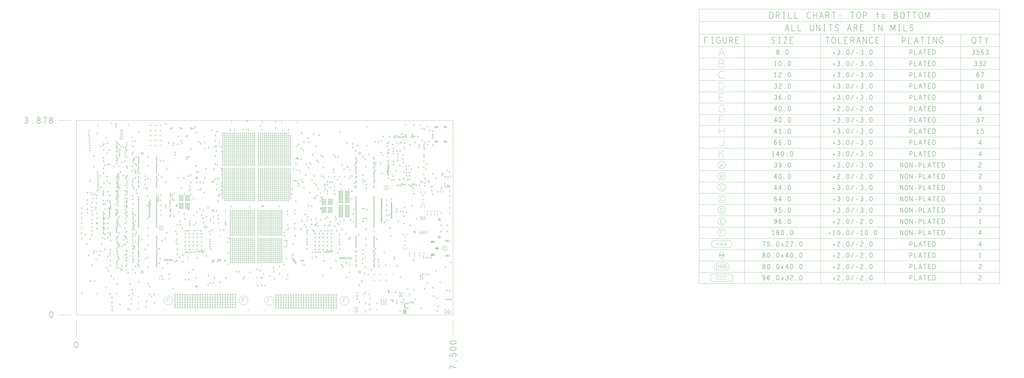
<source format=gbr>
G04 ================== begin FILE IDENTIFICATION RECORD ==================*
G04 Layout Name:  2510300_REV-D.brd*
G04 Film Name:    Drill.gbr*
G04 File Format:  Gerber RS274X*
G04 File Origin:  Cadence Allegro 16.6-2015-S051*
G04 Origin Date:  Tue Apr 12 06:53:58 2016*
G04 *
G04 Layer:  MANUFACTURING/NCLEGEND-1-20*
G04 Layer:  BOARD GEOMETRY/OUTLINE*
G04 Layer:  BOARD GEOMETRY/DIMENSION*
G04 *
G04 Offset:    (0.00 0.00)*
G04 Mirror:    No*
G04 Mode:      Positive*
G04 Rotation:  0*
G04 FullContactRelief:  No*
G04 UndefLineWidth:     0.01*
G04 ================== end FILE IDENTIFICATION RECORD ====================*
%FSLAX25Y25*MOIN*%
%IR0*IPPOS*OFA0.00000B0.00000*MIA0B0*SFA1.00000B1.00000*%
%AMMACRO33*
1,1,.00001,-.075,.075*
20,1,.00001,-.075,.075,.075,.075,0.0*
1,1,.00001,.075,.075*
20,1,.00001,.075,.075,.088024,.073861,0.0*
1,1,.00001,.088024,.073861*
20,1,.00001,.088024,.073861,.100652,.070477,0.0*
1,1,.00001,.100652,.070477*
20,1,.00001,.100652,.070477,.1125,.064952,0.0*
1,1,.00001,.1125,.064952*
20,1,.00001,.1125,.064952,.123209,.057453,0.0*
1,1,.00001,.123209,.057453*
20,1,.00001,.123209,.057453,.132453,.048209,0.0*
1,1,.00001,.132453,.048209*
20,1,.00001,.132453,.048209,.139952,.0375,0.0*
1,1,.00001,.139952,.0375*
20,1,.00001,.139952,.0375,.145477,.025652,0.0*
1,1,.00001,.145477,.025652*
20,1,.00001,.145477,.025652,.148861,.013024,0.0*
1,1,.00001,.148861,.013024*
20,1,.00001,.148861,.013024,.15,0.0,0.0*
1,1,.00001,.15,0.0*
20,1,.00001,.15,0.0,.148861,-.013024,0.0*
1,1,.00001,.148861,-.013024*
20,1,.00001,.148861,-.013024,.145477,-.025652,0.0*
1,1,.00001,.145477,-.025652*
20,1,.00001,.145477,-.025652,.139952,-.0375,0.0*
1,1,.00001,.139952,-.0375*
20,1,.00001,.139952,-.0375,.132453,-.048209,0.0*
1,1,.00001,.132453,-.048209*
20,1,.00001,.132453,-.048209,.123209,-.057453,0.0*
1,1,.00001,.123209,-.057453*
20,1,.00001,.123209,-.057453,.1125,-.064952,0.0*
1,1,.00001,.1125,-.064952*
20,1,.00001,.1125,-.064952,.100652,-.070477,0.0*
1,1,.00001,.100652,-.070477*
20,1,.00001,.100652,-.070477,.088024,-.073861,0.0*
1,1,.00001,.088024,-.073861*
20,1,.00001,.088024,-.073861,.075,-.075,0.0*
1,1,.00001,.075,-.075*
20,1,.00001,.075,-.075,-.075,-.075,0.0*
1,1,.00001,-.075,-.075*
20,1,.00001,-.075,-.075,-.088024,-.073861,0.0*
1,1,.00001,-.088024,-.073861*
20,1,.00001,-.088024,-.073861,-.100652,-.070477,0.0*
1,1,.00001,-.100652,-.070477*
20,1,.00001,-.100652,-.070477,-.1125,-.064952,0.0*
1,1,.00001,-.1125,-.064952*
20,1,.00001,-.1125,-.064952,-.123209,-.057453,0.0*
1,1,.00001,-.123209,-.057453*
20,1,.00001,-.123209,-.057453,-.132453,-.048209,0.0*
1,1,.00001,-.132453,-.048209*
20,1,.00001,-.132453,-.048209,-.139952,-.0375,0.0*
1,1,.00001,-.139952,-.0375*
20,1,.00001,-.139952,-.0375,-.145477,-.025652,0.0*
1,1,.00001,-.145477,-.025652*
20,1,.00001,-.145477,-.025652,-.148861,-.013024,0.0*
1,1,.00001,-.148861,-.013024*
20,1,.00001,-.148861,-.013024,-.15,0.0,0.0*
1,1,.00001,-.15,0.0*
20,1,.00001,-.15,0.0,-.148861,.013024,0.0*
1,1,.00001,-.148861,.013024*
20,1,.00001,-.148861,.013024,-.145477,.025652,0.0*
1,1,.00001,-.145477,.025652*
20,1,.00001,-.145477,.025652,-.139952,.0375,0.0*
1,1,.00001,-.139952,.0375*
20,1,.00001,-.139952,.0375,-.132453,.048209,0.0*
1,1,.00001,-.132453,.048209*
20,1,.00001,-.132453,.048209,-.123209,.057453,0.0*
1,1,.00001,-.123209,.057453*
20,1,.00001,-.123209,.057453,-.1125,.064952,0.0*
1,1,.00001,-.1125,.064952*
20,1,.00001,-.1125,.064952,-.100652,.070477,0.0*
1,1,.00001,-.100652,.070477*
20,1,.00001,-.100652,.070477,-.088024,.073861,0.0*
1,1,.00001,-.088024,.073861*
20,1,.00001,-.088024,.073861,-.075,.075,0.0*
1,1,.00001,-.075,.075*
1,1,.00001,-.065,.0025*
20,1,.00001,-.065,.0025,-.06,.00625,0.0*
1,1,.00001,-.06,.00625*
20,1,.00001,-.06,.00625,-.05625,.0125,0.0*
1,1,.00001,-.05625,.0125*
20,1,.00001,-.05625,.0125,-.05375,.02125,0.0*
1,1,.00001,-.05375,.02125*
20,1,.00001,-.05375,.02125,-.05625,.02875,0.0*
1,1,.00001,-.05625,.02875*
20,1,.00001,-.05625,.02875,-.06125,.03375,0.0*
1,1,.00001,-.06125,.03375*
20,1,.00001,-.06125,.03375,-.07,.0375,0.0*
1,1,.00001,-.07,.0375*
20,1,.00001,-.07,.0375,-.10375,.0375,0.0*
1,1,.00001,-.10375,.0375*
20,1,.00001,-.10375,.0375,-.10375,-.0375,0.0*
1,1,.00001,-.10375,-.0375*
20,1,.00001,-.10375,-.0375,-.0625,-.0375,0.0*
1,1,.00001,-.0625,-.0375*
20,1,.00001,-.0625,-.0375,-.05375,-.0325,0.0*
1,1,.00001,-.05375,-.0325*
20,1,.00001,-.05375,-.0325,-.04875,-.025,0.0*
1,1,.00001,-.04875,-.025*
20,1,.00001,-.04875,-.025,-.04625,-.01625,0.0*
1,1,.00001,-.04625,-.01625*
20,1,.00001,-.04625,-.01625,-.04875,-.0075,0.0*
1,1,.00001,-.04875,-.0075*
20,1,.00001,-.04875,-.0075,-.05625,0.0,0.0*
1,1,.00001,-.05625,0.0*
20,1,.00001,-.05625,0.0,-.065,.0025,0.0*
1,1,.00001,-.065,.0025*
20,1,.00001,-.065,.0025,-.10375,.0025,0.0*
1,1,.00001,-.10375,.0025*
1,1,.00001,.01001,.0025*
20,1,.00001,.01001,.0025,.01501,.00625,0.0*
1,1,.00001,.01501,.00625*
20,1,.00001,.01501,.00625,.01876,.0125,0.0*
1,1,.00001,.01876,.0125*
20,1,.00001,.01876,.0125,.02126,.02125,0.0*
1,1,.00001,.02126,.02125*
20,1,.00001,.02126,.02125,.01876,.02875,0.0*
1,1,.00001,.01876,.02875*
20,1,.00001,.01876,.02875,.01376,.03375,0.0*
1,1,.00001,.01376,.03375*
20,1,.00001,.01376,.03375,.00501,.0375,0.0*
1,1,.00001,.00501,.0375*
20,1,.00001,.00501,.0375,-.02874,.0375,0.0*
1,1,.00001,-.02874,.0375*
20,1,.00001,-.02874,.0375,-.02874,-.0375,0.0*
1,1,.00001,-.02874,-.0375*
20,1,.00001,-.02874,-.0375,.01251,-.0375,0.0*
1,1,.00001,.01251,-.0375*
20,1,.00001,.01251,-.0375,.02126,-.0325,0.0*
1,1,.00001,.02126,-.0325*
20,1,.00001,.02126,-.0325,.02626,-.025,0.0*
1,1,.00001,.02626,-.025*
20,1,.00001,.02626,-.025,.02876,-.01625,0.0*
1,1,.00001,.02876,-.01625*
20,1,.00001,.02876,-.01625,.02626,-.0075,0.0*
1,1,.00001,.02626,-.0075*
20,1,.00001,.02626,-.0075,.01876,0.0,0.0*
1,1,.00001,.01876,0.0*
20,1,.00001,.01876,0.0,.01001,.0025,0.0*
1,1,.00001,.01001,.0025*
20,1,.00001,.01001,.0025,-.02874,.0025,0.0*
1,1,.00001,-.02874,.0025*
1,1,.00001,.08502,.0025*
20,1,.00001,.08502,.0025,.09002,.00625,0.0*
1,1,.00001,.09002,.00625*
20,1,.00001,.09002,.00625,.09377,.0125,0.0*
1,1,.00001,.09377,.0125*
20,1,.00001,.09377,.0125,.09627,.02125,0.0*
1,1,.00001,.09627,.02125*
20,1,.00001,.09627,.02125,.09377,.02875,0.0*
1,1,.00001,.09377,.02875*
20,1,.00001,.09377,.02875,.08877,.03375,0.0*
1,1,.00001,.08877,.03375*
20,1,.00001,.08877,.03375,.08002,.0375,0.0*
1,1,.00001,.08002,.0375*
20,1,.00001,.08002,.0375,.04627,.0375,0.0*
1,1,.00001,.04627,.0375*
20,1,.00001,.04627,.0375,.04627,-.0375,0.0*
1,1,.00001,.04627,-.0375*
20,1,.00001,.04627,-.0375,.08752,-.0375,0.0*
1,1,.00001,.08752,-.0375*
20,1,.00001,.08752,-.0375,.09627,-.0325,0.0*
1,1,.00001,.09627,-.0325*
20,1,.00001,.09627,-.0325,.10127,-.025,0.0*
1,1,.00001,.10127,-.025*
20,1,.00001,.10127,-.025,.10377,-.01625,0.0*
1,1,.00001,.10377,-.01625*
20,1,.00001,.10377,-.01625,.10127,-.0075,0.0*
1,1,.00001,.10127,-.0075*
20,1,.00001,.10127,-.0075,.09377,0.0,0.0*
1,1,.00001,.09377,0.0*
20,1,.00001,.09377,0.0,.08502,.0025,0.0*
1,1,.00001,.08502,.0025*
20,1,.00001,.08502,.0025,.04627,.0025,0.0*
1,1,.00001,.04627,.0025*
%
%ADD33MACRO33*%
%AMMACRO25*
1,1,.00001,-.02,-.02*
20,1,.00001,-.02,-.02,-.02,.02,0.0*
1,1,.00001,-.02,.02*
20,1,.00001,-.02,.02,-.019696,.023473,0.0*
1,1,.00001,-.019696,.023473*
20,1,.00001,-.019696,.023473,-.018794,.02684,0.0*
1,1,.00001,-.018794,.02684*
20,1,.00001,-.018794,.02684,-.017321,.03,0.0*
1,1,.00001,-.017321,.03*
20,1,.00001,-.017321,.03,-.015321,.032856,0.0*
1,1,.00001,-.015321,.032856*
20,1,.00001,-.015321,.032856,-.012856,.035321,0.0*
1,1,.00001,-.012856,.035321*
20,1,.00001,-.012856,.035321,-.01,.037321,0.0*
1,1,.00001,-.01,.037321*
20,1,.00001,-.01,.037321,-.00684,.038794,0.0*
1,1,.00001,-.00684,.038794*
20,1,.00001,-.00684,.038794,-.003473,.039696,0.0*
1,1,.00001,-.003473,.039696*
20,1,.00001,-.003473,.039696,0.0,.04,0.0*
1,1,.00001,0.0,.04*
20,1,.00001,0.0,.04,.003473,.039696,0.0*
1,1,.00001,.003473,.039696*
20,1,.00001,.003473,.039696,.00684,.038794,0.0*
1,1,.00001,.00684,.038794*
20,1,.00001,.00684,.038794,.01,.037321,0.0*
1,1,.00001,.01,.037321*
20,1,.00001,.01,.037321,.012856,.035321,0.0*
1,1,.00001,.012856,.035321*
20,1,.00001,.012856,.035321,.015321,.032856,0.0*
1,1,.00001,.015321,.032856*
20,1,.00001,.015321,.032856,.017321,.03,0.0*
1,1,.00001,.017321,.03*
20,1,.00001,.017321,.03,.018794,.02684,0.0*
1,1,.00001,.018794,.02684*
20,1,.00001,.018794,.02684,.019696,.023473,0.0*
1,1,.00001,.019696,.023473*
20,1,.00001,.019696,.023473,.02,.02,0.0*
1,1,.00001,.02,.02*
20,1,.00001,.02,.02,.02,-.02,0.0*
1,1,.00001,.02,-.02*
20,1,.00001,.02,-.02,.019696,-.023473,0.0*
1,1,.00001,.019696,-.023473*
20,1,.00001,.019696,-.023473,.018794,-.02684,0.0*
1,1,.00001,.018794,-.02684*
20,1,.00001,.018794,-.02684,.017321,-.03,0.0*
1,1,.00001,.017321,-.03*
20,1,.00001,.017321,-.03,.015321,-.032856,0.0*
1,1,.00001,.015321,-.032856*
20,1,.00001,.015321,-.032856,.012856,-.035321,0.0*
1,1,.00001,.012856,-.035321*
20,1,.00001,.012856,-.035321,.01,-.037321,0.0*
1,1,.00001,.01,-.037321*
20,1,.00001,.01,-.037321,.00684,-.038794,0.0*
1,1,.00001,.00684,-.038794*
20,1,.00001,.00684,-.038794,.003473,-.039696,0.0*
1,1,.00001,.003473,-.039696*
20,1,.00001,.003473,-.039696,0.0,-.04,0.0*
1,1,.00001,0.0,-.04*
20,1,.00001,0.0,-.04,-.003473,-.039696,0.0*
1,1,.00001,-.003473,-.039696*
20,1,.00001,-.003473,-.039696,-.00684,-.038794,0.0*
1,1,.00001,-.00684,-.038794*
20,1,.00001,-.00684,-.038794,-.01,-.037321,0.0*
1,1,.00001,-.01,-.037321*
20,1,.00001,-.01,-.037321,-.012856,-.035321,0.0*
1,1,.00001,-.012856,-.035321*
20,1,.00001,-.012856,-.035321,-.015321,-.032856,0.0*
1,1,.00001,-.015321,-.032856*
20,1,.00001,-.015321,-.032856,-.017321,-.03,0.0*
1,1,.00001,-.017321,-.03*
20,1,.00001,-.017321,-.03,-.018794,-.02684,0.0*
1,1,.00001,-.018794,-.02684*
20,1,.00001,-.018794,-.02684,-.019696,-.023473,0.0*
1,1,.00001,-.019696,-.023473*
20,1,.00001,-.019696,-.023473,-.02,-.02,0.0*
1,1,.00001,-.02,-.02*
1,1,.00001,-.01733,.00067*
20,1,.00001,-.01733,.00067,-.016,.00167,0.0*
1,1,.00001,-.016,.00167*
20,1,.00001,-.016,.00167,-.015,.00333,0.0*
1,1,.00001,-.015,.00333*
20,1,.00001,-.015,.00333,-.01433,.00567,0.0*
1,1,.00001,-.01433,.00567*
20,1,.00001,-.01433,.00567,-.015,.00767,0.0*
1,1,.00001,-.015,.00767*
20,1,.00001,-.015,.00767,-.01633,.009,0.0*
1,1,.00001,-.01633,.009*
20,1,.00001,-.01633,.009,-.01867,.01,0.0*
1,1,.00001,-.01867,.01*
20,1,.00001,-.01867,.01,-.02767,.01,0.0*
1,1,.00001,-.02767,.01*
20,1,.00001,-.02767,.01,-.02767,-.01,0.0*
1,1,.00001,-.02767,-.01*
20,1,.00001,-.02767,-.01,-.01667,-.01,0.0*
1,1,.00001,-.01667,-.01*
20,1,.00001,-.01667,-.01,-.01433,-.00867,0.0*
1,1,.00001,-.01433,-.00867*
20,1,.00001,-.01433,-.00867,-.013,-.00667,0.0*
1,1,.00001,-.013,-.00667*
20,1,.00001,-.013,-.00667,-.01233,-.00433,0.0*
1,1,.00001,-.01233,-.00433*
20,1,.00001,-.01233,-.00433,-.013,-.002,0.0*
1,1,.00001,-.013,-.002*
20,1,.00001,-.013,-.002,-.015,0.0,0.0*
1,1,.00001,-.015,0.0*
20,1,.00001,-.015,0.0,-.01733,.00067,0.0*
1,1,.00001,-.01733,.00067*
20,1,.00001,-.01733,.00067,-.02767,.00067,0.0*
1,1,.00001,-.02767,.00067*
1,1,.00001,.00268,.00067*
20,1,.00001,.00268,.00067,.00401,.00167,0.0*
1,1,.00001,.00401,.00167*
20,1,.00001,.00401,.00167,.00501,.00333,0.0*
1,1,.00001,.00501,.00333*
20,1,.00001,.00501,.00333,.00568,.00567,0.0*
1,1,.00001,.00568,.00567*
20,1,.00001,.00568,.00567,.00501,.00767,0.0*
1,1,.00001,.00501,.00767*
20,1,.00001,.00501,.00767,.00368,.009,0.0*
1,1,.00001,.00368,.009*
20,1,.00001,.00368,.009,.00134,.01,0.0*
1,1,.00001,.00134,.01*
20,1,.00001,.00134,.01,-.00766,.01,0.0*
1,1,.00001,-.00766,.01*
20,1,.00001,-.00766,.01,-.00766,-.01,0.0*
1,1,.00001,-.00766,-.01*
20,1,.00001,-.00766,-.01,.00334,-.01,0.0*
1,1,.00001,.00334,-.01*
20,1,.00001,.00334,-.01,.00568,-.00867,0.0*
1,1,.00001,.00568,-.00867*
20,1,.00001,.00568,-.00867,.00701,-.00667,0.0*
1,1,.00001,.00701,-.00667*
20,1,.00001,.00701,-.00667,.00768,-.00433,0.0*
1,1,.00001,.00768,-.00433*
20,1,.00001,.00768,-.00433,.00701,-.002,0.0*
1,1,.00001,.00701,-.002*
20,1,.00001,.00701,-.002,.00501,0.0,0.0*
1,1,.00001,.00501,0.0*
20,1,.00001,.00501,0.0,.00268,.00067,0.0*
1,1,.00001,.00268,.00067*
20,1,.00001,.00268,.00067,-.00766,.00067,0.0*
1,1,.00001,-.00766,.00067*
1,1,.00001,.02269,.00067*
20,1,.00001,.02269,.00067,.02402,.00167,0.0*
1,1,.00001,.02402,.00167*
20,1,.00001,.02402,.00167,.02502,.00333,0.0*
1,1,.00001,.02502,.00333*
20,1,.00001,.02502,.00333,.02569,.00567,0.0*
1,1,.00001,.02569,.00567*
20,1,.00001,.02569,.00567,.02502,.00767,0.0*
1,1,.00001,.02502,.00767*
20,1,.00001,.02502,.00767,.02369,.009,0.0*
1,1,.00001,.02369,.009*
20,1,.00001,.02369,.009,.02135,.01,0.0*
1,1,.00001,.02135,.01*
20,1,.00001,.02135,.01,.01235,.01,0.0*
1,1,.00001,.01235,.01*
20,1,.00001,.01235,.01,.01235,-.01,0.0*
1,1,.00001,.01235,-.01*
20,1,.00001,.01235,-.01,.02335,-.01,0.0*
1,1,.00001,.02335,-.01*
20,1,.00001,.02335,-.01,.02569,-.00867,0.0*
1,1,.00001,.02569,-.00867*
20,1,.00001,.02569,-.00867,.02702,-.00667,0.0*
1,1,.00001,.02702,-.00667*
20,1,.00001,.02702,-.00667,.02769,-.00433,0.0*
1,1,.00001,.02769,-.00433*
20,1,.00001,.02769,-.00433,.02702,-.002,0.0*
1,1,.00001,.02702,-.002*
20,1,.00001,.02702,-.002,.02502,0.0,0.0*
1,1,.00001,.02502,0.0*
20,1,.00001,.02502,0.0,.02269,.00067,0.0*
1,1,.00001,.02269,.00067*
20,1,.00001,.02269,.00067,.01235,.00067,0.0*
1,1,.00001,.01235,.00067*
%
%ADD25MACRO25*%
%AMMACRO24*
1,1,.00001,-.02,.02*
20,1,.00001,-.02,.02,.02,.02,0.0*
1,1,.00001,.02,.02*
20,1,.00001,.02,.02,.023473,.019696,0.0*
1,1,.00001,.023473,.019696*
20,1,.00001,.023473,.019696,.02684,.018794,0.0*
1,1,.00001,.02684,.018794*
20,1,.00001,.02684,.018794,.03,.017321,0.0*
1,1,.00001,.03,.017321*
20,1,.00001,.03,.017321,.032856,.015321,0.0*
1,1,.00001,.032856,.015321*
20,1,.00001,.032856,.015321,.035321,.012856,0.0*
1,1,.00001,.035321,.012856*
20,1,.00001,.035321,.012856,.037321,.01,0.0*
1,1,.00001,.037321,.01*
20,1,.00001,.037321,.01,.038794,.00684,0.0*
1,1,.00001,.038794,.00684*
20,1,.00001,.038794,.00684,.039696,.003473,0.0*
1,1,.00001,.039696,.003473*
20,1,.00001,.039696,.003473,.04,0.0,0.0*
1,1,.00001,.04,0.0*
20,1,.00001,.04,0.0,.039696,-.003473,0.0*
1,1,.00001,.039696,-.003473*
20,1,.00001,.039696,-.003473,.038794,-.00684,0.0*
1,1,.00001,.038794,-.00684*
20,1,.00001,.038794,-.00684,.037321,-.01,0.0*
1,1,.00001,.037321,-.01*
20,1,.00001,.037321,-.01,.035321,-.012856,0.0*
1,1,.00001,.035321,-.012856*
20,1,.00001,.035321,-.012856,.032856,-.015321,0.0*
1,1,.00001,.032856,-.015321*
20,1,.00001,.032856,-.015321,.03,-.017321,0.0*
1,1,.00001,.03,-.017321*
20,1,.00001,.03,-.017321,.02684,-.018794,0.0*
1,1,.00001,.02684,-.018794*
20,1,.00001,.02684,-.018794,.023473,-.019696,0.0*
1,1,.00001,.023473,-.019696*
20,1,.00001,.023473,-.019696,.02,-.02,0.0*
1,1,.00001,.02,-.02*
20,1,.00001,.02,-.02,-.02,-.02,0.0*
1,1,.00001,-.02,-.02*
20,1,.00001,-.02,-.02,-.023473,-.019696,0.0*
1,1,.00001,-.023473,-.019696*
20,1,.00001,-.023473,-.019696,-.02684,-.018794,0.0*
1,1,.00001,-.02684,-.018794*
20,1,.00001,-.02684,-.018794,-.03,-.017321,0.0*
1,1,.00001,-.03,-.017321*
20,1,.00001,-.03,-.017321,-.032856,-.015321,0.0*
1,1,.00001,-.032856,-.015321*
20,1,.00001,-.032856,-.015321,-.035321,-.012856,0.0*
1,1,.00001,-.035321,-.012856*
20,1,.00001,-.035321,-.012856,-.037321,-.01,0.0*
1,1,.00001,-.037321,-.01*
20,1,.00001,-.037321,-.01,-.038794,-.00684,0.0*
1,1,.00001,-.038794,-.00684*
20,1,.00001,-.038794,-.00684,-.039696,-.003473,0.0*
1,1,.00001,-.039696,-.003473*
20,1,.00001,-.039696,-.003473,-.04,0.0,0.0*
1,1,.00001,-.04,0.0*
20,1,.00001,-.04,0.0,-.039696,.003473,0.0*
1,1,.00001,-.039696,.003473*
20,1,.00001,-.039696,.003473,-.038794,.00684,0.0*
1,1,.00001,-.038794,.00684*
20,1,.00001,-.038794,.00684,-.037321,.01,0.0*
1,1,.00001,-.037321,.01*
20,1,.00001,-.037321,.01,-.035321,.012856,0.0*
1,1,.00001,-.035321,.012856*
20,1,.00001,-.035321,.012856,-.032856,.015321,0.0*
1,1,.00001,-.032856,.015321*
20,1,.00001,-.032856,.015321,-.03,.017321,0.0*
1,1,.00001,-.03,.017321*
20,1,.00001,-.03,.017321,-.02684,.018794,0.0*
1,1,.00001,-.02684,.018794*
20,1,.00001,-.02684,.018794,-.023473,.019696,0.0*
1,1,.00001,-.023473,.019696*
20,1,.00001,-.023473,.019696,-.02,.02,0.0*
1,1,.00001,-.02,.02*
1,1,.00001,-.01733,.00067*
20,1,.00001,-.01733,.00067,-.016,.00167,0.0*
1,1,.00001,-.016,.00167*
20,1,.00001,-.016,.00167,-.015,.00333,0.0*
1,1,.00001,-.015,.00333*
20,1,.00001,-.015,.00333,-.01433,.00567,0.0*
1,1,.00001,-.01433,.00567*
20,1,.00001,-.01433,.00567,-.015,.00767,0.0*
1,1,.00001,-.015,.00767*
20,1,.00001,-.015,.00767,-.01633,.009,0.0*
1,1,.00001,-.01633,.009*
20,1,.00001,-.01633,.009,-.01867,.01,0.0*
1,1,.00001,-.01867,.01*
20,1,.00001,-.01867,.01,-.02767,.01,0.0*
1,1,.00001,-.02767,.01*
20,1,.00001,-.02767,.01,-.02767,-.01,0.0*
1,1,.00001,-.02767,-.01*
20,1,.00001,-.02767,-.01,-.01667,-.01,0.0*
1,1,.00001,-.01667,-.01*
20,1,.00001,-.01667,-.01,-.01433,-.00867,0.0*
1,1,.00001,-.01433,-.00867*
20,1,.00001,-.01433,-.00867,-.013,-.00667,0.0*
1,1,.00001,-.013,-.00667*
20,1,.00001,-.013,-.00667,-.01233,-.00433,0.0*
1,1,.00001,-.01233,-.00433*
20,1,.00001,-.01233,-.00433,-.013,-.002,0.0*
1,1,.00001,-.013,-.002*
20,1,.00001,-.013,-.002,-.015,0.0,0.0*
1,1,.00001,-.015,0.0*
20,1,.00001,-.015,0.0,-.01733,.00067,0.0*
1,1,.00001,-.01733,.00067*
20,1,.00001,-.01733,.00067,-.02767,.00067,0.0*
1,1,.00001,-.02767,.00067*
1,1,.00001,.00268,.00067*
20,1,.00001,.00268,.00067,.00401,.00167,0.0*
1,1,.00001,.00401,.00167*
20,1,.00001,.00401,.00167,.00501,.00333,0.0*
1,1,.00001,.00501,.00333*
20,1,.00001,.00501,.00333,.00568,.00567,0.0*
1,1,.00001,.00568,.00567*
20,1,.00001,.00568,.00567,.00501,.00767,0.0*
1,1,.00001,.00501,.00767*
20,1,.00001,.00501,.00767,.00368,.009,0.0*
1,1,.00001,.00368,.009*
20,1,.00001,.00368,.009,.00134,.01,0.0*
1,1,.00001,.00134,.01*
20,1,.00001,.00134,.01,-.00766,.01,0.0*
1,1,.00001,-.00766,.01*
20,1,.00001,-.00766,.01,-.00766,-.01,0.0*
1,1,.00001,-.00766,-.01*
20,1,.00001,-.00766,-.01,.00334,-.01,0.0*
1,1,.00001,.00334,-.01*
20,1,.00001,.00334,-.01,.00568,-.00867,0.0*
1,1,.00001,.00568,-.00867*
20,1,.00001,.00568,-.00867,.00701,-.00667,0.0*
1,1,.00001,.00701,-.00667*
20,1,.00001,.00701,-.00667,.00768,-.00433,0.0*
1,1,.00001,.00768,-.00433*
20,1,.00001,.00768,-.00433,.00701,-.002,0.0*
1,1,.00001,.00701,-.002*
20,1,.00001,.00701,-.002,.00501,0.0,0.0*
1,1,.00001,.00501,0.0*
20,1,.00001,.00501,0.0,.00268,.00067,0.0*
1,1,.00001,.00268,.00067*
20,1,.00001,.00268,.00067,-.00766,.00067,0.0*
1,1,.00001,-.00766,.00067*
1,1,.00001,.02269,.00067*
20,1,.00001,.02269,.00067,.02402,.00167,0.0*
1,1,.00001,.02402,.00167*
20,1,.00001,.02402,.00167,.02502,.00333,0.0*
1,1,.00001,.02502,.00333*
20,1,.00001,.02502,.00333,.02569,.00567,0.0*
1,1,.00001,.02569,.00567*
20,1,.00001,.02569,.00567,.02502,.00767,0.0*
1,1,.00001,.02502,.00767*
20,1,.00001,.02502,.00767,.02369,.009,0.0*
1,1,.00001,.02369,.009*
20,1,.00001,.02369,.009,.02135,.01,0.0*
1,1,.00001,.02135,.01*
20,1,.00001,.02135,.01,.01235,.01,0.0*
1,1,.00001,.01235,.01*
20,1,.00001,.01235,.01,.01235,-.01,0.0*
1,1,.00001,.01235,-.01*
20,1,.00001,.01235,-.01,.02335,-.01,0.0*
1,1,.00001,.02335,-.01*
20,1,.00001,.02335,-.01,.02569,-.00867,0.0*
1,1,.00001,.02569,-.00867*
20,1,.00001,.02569,-.00867,.02702,-.00667,0.0*
1,1,.00001,.02702,-.00667*
20,1,.00001,.02702,-.00667,.02769,-.00433,0.0*
1,1,.00001,.02769,-.00433*
20,1,.00001,.02769,-.00433,.02702,-.002,0.0*
1,1,.00001,.02702,-.002*
20,1,.00001,.02702,-.002,.02502,0.0,0.0*
1,1,.00001,.02502,0.0*
20,1,.00001,.02502,0.0,.02269,.00067,0.0*
1,1,.00001,.02269,.00067*
20,1,.00001,.02269,.00067,.01235,.00067,0.0*
1,1,.00001,.01235,.00067*
%
%ADD24MACRO24*%
%AMMACRO31*
1,1,.00001,-.15,.075*
20,1,.00001,-.15,.075,.15,.075,0.0*
1,1,.00001,.15,.075*
20,1,.00001,.15,.075,.163024,.073861,0.0*
1,1,.00001,.163024,.073861*
20,1,.00001,.163024,.073861,.175652,.070477,0.0*
1,1,.00001,.175652,.070477*
20,1,.00001,.175652,.070477,.1875,.064952,0.0*
1,1,.00001,.1875,.064952*
20,1,.00001,.1875,.064952,.198209,.057453,0.0*
1,1,.00001,.198209,.057453*
20,1,.00001,.198209,.057453,.207453,.048209,0.0*
1,1,.00001,.207453,.048209*
20,1,.00001,.207453,.048209,.214952,.0375,0.0*
1,1,.00001,.214952,.0375*
20,1,.00001,.214952,.0375,.220477,.025652,0.0*
1,1,.00001,.220477,.025652*
20,1,.00001,.220477,.025652,.223861,.013024,0.0*
1,1,.00001,.223861,.013024*
20,1,.00001,.223861,.013024,.225,0.0,0.0*
1,1,.00001,.225,0.0*
20,1,.00001,.225,0.0,.223861,-.013024,0.0*
1,1,.00001,.223861,-.013024*
20,1,.00001,.223861,-.013024,.220477,-.025652,0.0*
1,1,.00001,.220477,-.025652*
20,1,.00001,.220477,-.025652,.214952,-.0375,0.0*
1,1,.00001,.214952,-.0375*
20,1,.00001,.214952,-.0375,.207453,-.048209,0.0*
1,1,.00001,.207453,-.048209*
20,1,.00001,.207453,-.048209,.198209,-.057453,0.0*
1,1,.00001,.198209,-.057453*
20,1,.00001,.198209,-.057453,.1875,-.064952,0.0*
1,1,.00001,.1875,-.064952*
20,1,.00001,.1875,-.064952,.175652,-.070477,0.0*
1,1,.00001,.175652,-.070477*
20,1,.00001,.175652,-.070477,.163024,-.073861,0.0*
1,1,.00001,.163024,-.073861*
20,1,.00001,.163024,-.073861,.15,-.075,0.0*
1,1,.00001,.15,-.075*
20,1,.00001,.15,-.075,-.15,-.075,0.0*
1,1,.00001,-.15,-.075*
20,1,.00001,-.15,-.075,-.163024,-.073861,0.0*
1,1,.00001,-.163024,-.073861*
20,1,.00001,-.163024,-.073861,-.175652,-.070477,0.0*
1,1,.00001,-.175652,-.070477*
20,1,.00001,-.175652,-.070477,-.1875,-.064952,0.0*
1,1,.00001,-.1875,-.064952*
20,1,.00001,-.1875,-.064952,-.198209,-.057453,0.0*
1,1,.00001,-.198209,-.057453*
20,1,.00001,-.198209,-.057453,-.207453,-.048209,0.0*
1,1,.00001,-.207453,-.048209*
20,1,.00001,-.207453,-.048209,-.214952,-.0375,0.0*
1,1,.00001,-.214952,-.0375*
20,1,.00001,-.214952,-.0375,-.220477,-.025652,0.0*
1,1,.00001,-.220477,-.025652*
20,1,.00001,-.220477,-.025652,-.223861,-.013024,0.0*
1,1,.00001,-.223861,-.013024*
20,1,.00001,-.223861,-.013024,-.225,0.0,0.0*
1,1,.00001,-.225,0.0*
20,1,.00001,-.225,0.0,-.223861,.013024,0.0*
1,1,.00001,-.223861,.013024*
20,1,.00001,-.223861,.013024,-.220477,.025652,0.0*
1,1,.00001,-.220477,.025652*
20,1,.00001,-.220477,.025652,-.214952,.0375,0.0*
1,1,.00001,-.214952,.0375*
20,1,.00001,-.214952,.0375,-.207453,.048209,0.0*
1,1,.00001,-.207453,.048209*
20,1,.00001,-.207453,.048209,-.198209,.057453,0.0*
1,1,.00001,-.198209,.057453*
20,1,.00001,-.198209,.057453,-.1875,.064952,0.0*
1,1,.00001,-.1875,.064952*
20,1,.00001,-.1875,.064952,-.175652,.070477,0.0*
1,1,.00001,-.175652,.070477*
20,1,.00001,-.175652,.070477,-.163024,.073861,0.0*
1,1,.00001,-.163024,.073861*
20,1,.00001,-.163024,.073861,-.15,.075,0.0*
1,1,.00001,-.15,.075*
1,1,.00001,-.0475,.03125*
20,1,.00001,-.0475,.03125,-.055,.035,0.0*
1,1,.00001,-.055,.035*
20,1,.00001,-.055,.035,-.06375,.0375,0.0*
1,1,.00001,-.06375,.0375*
20,1,.00001,-.06375,.0375,-.07375,.0375,0.0*
1,1,.00001,-.07375,.0375*
20,1,.00001,-.07375,.0375,-.085,.03375,0.0*
1,1,.00001,-.085,.03375*
20,1,.00001,-.085,.03375,-.09375,.0275,0.0*
1,1,.00001,-.09375,.0275*
20,1,.00001,-.09375,.0275,-.1,.02,0.0*
1,1,.00001,-.1,.02*
20,1,.00001,-.1,.02,-.105,.0075,0.0*
1,1,.00001,-.105,.0075*
20,1,.00001,-.105,.0075,-.10625,-.00375,0.0*
1,1,.00001,-.10625,-.00375*
20,1,.00001,-.10625,-.00375,-.10375,-.015,0.0*
1,1,.00001,-.10375,-.015*
20,1,.00001,-.10375,-.015,-.1,-.0225,0.0*
1,1,.00001,-.1,-.0225*
20,1,.00001,-.1,-.0225,-.0925,-.03,0.0*
1,1,.00001,-.0925,-.03*
20,1,.00001,-.0925,-.03,-.08375,-.035,0.0*
1,1,.00001,-.08375,-.035*
20,1,.00001,-.08375,-.035,-.075,-.0375,0.0*
1,1,.00001,-.075,-.0375*
20,1,.00001,-.075,-.0375,-.06625,-.0375,0.0*
1,1,.00001,-.06625,-.0375*
20,1,.00001,-.06625,-.0375,-.0575,-.035,0.0*
1,1,.00001,-.0575,-.035*
20,1,.00001,-.0575,-.035,-.05,-.03125,0.0*
1,1,.00001,-.05,-.03125*
20,1,.00001,-.05,-.03125,-.04375,-.02625,0.0*
1,1,.00001,-.04375,-.02625*
1,1,.00001,.02751,.03125*
20,1,.00001,.02751,.03125,.02001,.035,0.0*
1,1,.00001,.02001,.035*
20,1,.00001,.02001,.035,.01126,.0375,0.0*
1,1,.00001,.01126,.0375*
20,1,.00001,.01126,.0375,.00126,.0375,0.0*
1,1,.00001,.00126,.0375*
20,1,.00001,.00126,.0375,-.00999,.03375,0.0*
1,1,.00001,-.00999,.03375*
20,1,.00001,-.00999,.03375,-.01874,.0275,0.0*
1,1,.00001,-.01874,.0275*
20,1,.00001,-.01874,.0275,-.02499,.02,0.0*
1,1,.00001,-.02499,.02*
20,1,.00001,-.02499,.02,-.02999,.0075,0.0*
1,1,.00001,-.02999,.0075*
20,1,.00001,-.02999,.0075,-.03124,-.00375,0.0*
1,1,.00001,-.03124,-.00375*
20,1,.00001,-.03124,-.00375,-.02874,-.015,0.0*
1,1,.00001,-.02874,-.015*
20,1,.00001,-.02874,-.015,-.02499,-.0225,0.0*
1,1,.00001,-.02499,-.0225*
20,1,.00001,-.02499,-.0225,-.01749,-.03,0.0*
1,1,.00001,-.01749,-.03*
20,1,.00001,-.01749,-.03,-.00874,-.035,0.0*
1,1,.00001,-.00874,-.035*
20,1,.00001,-.00874,-.035,.00001,-.0375,0.0*
1,1,.00001,.00001,-.0375*
20,1,.00001,.00001,-.0375,.00876,-.0375,0.0*
1,1,.00001,.00876,-.0375*
20,1,.00001,.00876,-.0375,.01751,-.035,0.0*
1,1,.00001,.01751,-.035*
20,1,.00001,.01751,-.035,.02501,-.03125,0.0*
1,1,.00001,.02501,-.03125*
20,1,.00001,.02501,-.03125,.03126,-.02625,0.0*
1,1,.00001,.03126,-.02625*
1,1,.00001,.10252,.03125*
20,1,.00001,.10252,.03125,.09502,.035,0.0*
1,1,.00001,.09502,.035*
20,1,.00001,.09502,.035,.08627,.0375,0.0*
1,1,.00001,.08627,.0375*
20,1,.00001,.08627,.0375,.07627,.0375,0.0*
1,1,.00001,.07627,.0375*
20,1,.00001,.07627,.0375,.06502,.03375,0.0*
1,1,.00001,.06502,.03375*
20,1,.00001,.06502,.03375,.05627,.0275,0.0*
1,1,.00001,.05627,.0275*
20,1,.00001,.05627,.0275,.05002,.02,0.0*
1,1,.00001,.05002,.02*
20,1,.00001,.05002,.02,.04502,.0075,0.0*
1,1,.00001,.04502,.0075*
20,1,.00001,.04502,.0075,.04377,-.00375,0.0*
1,1,.00001,.04377,-.00375*
20,1,.00001,.04377,-.00375,.04627,-.015,0.0*
1,1,.00001,.04627,-.015*
20,1,.00001,.04627,-.015,.05002,-.0225,0.0*
1,1,.00001,.05002,-.0225*
20,1,.00001,.05002,-.0225,.05752,-.03,0.0*
1,1,.00001,.05752,-.03*
20,1,.00001,.05752,-.03,.06627,-.035,0.0*
1,1,.00001,.06627,-.035*
20,1,.00001,.06627,-.035,.07502,-.0375,0.0*
1,1,.00001,.07502,-.0375*
20,1,.00001,.07502,-.0375,.08377,-.0375,0.0*
1,1,.00001,.08377,-.0375*
20,1,.00001,.08377,-.0375,.09252,-.035,0.0*
1,1,.00001,.09252,-.035*
20,1,.00001,.09252,-.035,.10002,-.03125,0.0*
1,1,.00001,.10002,-.03125*
20,1,.00001,.10002,-.03125,.10627,-.02625,0.0*
1,1,.00001,.10627,-.02625*
%
%ADD31MACRO31*%
%AMMACRO27*
1,1,.00001,-.024,.0135*
20,1,.00001,-.024,.0135,.024,.0135,0.0*
1,1,.00001,.024,.0135*
20,1,.00001,.024,.0135,.026344,.013295,0.0*
1,1,.00001,.026344,.013295*
20,1,.00001,.026344,.013295,.028617,.012686,0.0*
1,1,.00001,.028617,.012686*
20,1,.00001,.028617,.012686,.03075,.011691,0.0*
1,1,.00001,.03075,.011691*
20,1,.00001,.03075,.011691,.032678,.010342,0.0*
1,1,.00001,.032678,.010342*
20,1,.00001,.032678,.010342,.034342,.008678,0.0*
1,1,.00001,.034342,.008678*
20,1,.00001,.034342,.008678,.035691,.00675,0.0*
1,1,.00001,.035691,.00675*
20,1,.00001,.035691,.00675,.036686,.004617,0.0*
1,1,.00001,.036686,.004617*
20,1,.00001,.036686,.004617,.037295,.002344,0.0*
1,1,.00001,.037295,.002344*
20,1,.00001,.037295,.002344,.0375,0.0,0.0*
1,1,.00001,.0375,0.0*
20,1,.00001,.0375,0.0,.037295,-.002344,0.0*
1,1,.00001,.037295,-.002344*
20,1,.00001,.037295,-.002344,.036686,-.004617,0.0*
1,1,.00001,.036686,-.004617*
20,1,.00001,.036686,-.004617,.035691,-.00675,0.0*
1,1,.00001,.035691,-.00675*
20,1,.00001,.035691,-.00675,.034342,-.008678,0.0*
1,1,.00001,.034342,-.008678*
20,1,.00001,.034342,-.008678,.032678,-.010342,0.0*
1,1,.00001,.032678,-.010342*
20,1,.00001,.032678,-.010342,.03075,-.011691,0.0*
1,1,.00001,.03075,-.011691*
20,1,.00001,.03075,-.011691,.028617,-.012686,0.0*
1,1,.00001,.028617,-.012686*
20,1,.00001,.028617,-.012686,.026344,-.013295,0.0*
1,1,.00001,.026344,-.013295*
20,1,.00001,.026344,-.013295,.024,-.0135,0.0*
1,1,.00001,.024,-.0135*
20,1,.00001,.024,-.0135,-.024,-.0135,0.0*
1,1,.00001,-.024,-.0135*
20,1,.00001,-.024,-.0135,-.026344,-.013295,0.0*
1,1,.00001,-.026344,-.013295*
20,1,.00001,-.026344,-.013295,-.028617,-.012686,0.0*
1,1,.00001,-.028617,-.012686*
20,1,.00001,-.028617,-.012686,-.03075,-.011691,0.0*
1,1,.00001,-.03075,-.011691*
20,1,.00001,-.03075,-.011691,-.032678,-.010342,0.0*
1,1,.00001,-.032678,-.010342*
20,1,.00001,-.032678,-.010342,-.034342,-.008678,0.0*
1,1,.00001,-.034342,-.008678*
20,1,.00001,-.034342,-.008678,-.035691,-.00675,0.0*
1,1,.00001,-.035691,-.00675*
20,1,.00001,-.035691,-.00675,-.036686,-.004617,0.0*
1,1,.00001,-.036686,-.004617*
20,1,.00001,-.036686,-.004617,-.037295,-.002344,0.0*
1,1,.00001,-.037295,-.002344*
20,1,.00001,-.037295,-.002344,-.0375,0.0,0.0*
1,1,.00001,-.0375,0.0*
20,1,.00001,-.0375,0.0,-.037295,.002344,0.0*
1,1,.00001,-.037295,.002344*
20,1,.00001,-.037295,.002344,-.036686,.004617,0.0*
1,1,.00001,-.036686,.004617*
20,1,.00001,-.036686,.004617,-.035691,.00675,0.0*
1,1,.00001,-.035691,.00675*
20,1,.00001,-.035691,.00675,-.034342,.008678,0.0*
1,1,.00001,-.034342,.008678*
20,1,.00001,-.034342,.008678,-.032678,.010342,0.0*
1,1,.00001,-.032678,.010342*
20,1,.00001,-.032678,.010342,-.03075,.011691,0.0*
1,1,.00001,-.03075,.011691*
20,1,.00001,-.03075,.011691,-.028617,.012686,0.0*
1,1,.00001,-.028617,.012686*
20,1,.00001,-.028617,.012686,-.026344,.013295,0.0*
1,1,.00001,-.026344,.013295*
20,1,.00001,-.026344,.013295,-.024,.0135,0.0*
1,1,.00001,-.024,.0135*
1,1,.00001,-.01913,-.00675*
20,1,.00001,-.01913,-.00675,-.0135,.00675,0.0*
1,1,.00001,-.0135,.00675*
20,1,.00001,-.0135,.00675,-.00787,-.00675,0.0*
1,1,.00001,-.00787,-.00675*
1,1,.00001,-.0099,-.00203*
20,1,.00001,-.0099,-.00203,-.0171,-.00203,0.0*
1,1,.00001,-.0171,-.00203*
1,1,.00001,-.00562,-.00675*
20,1,.00001,-.00562,-.00675,.00001,.00675,0.0*
1,1,.00001,.00001,.00675*
20,1,.00001,.00001,.00675,.00564,-.00675,0.0*
1,1,.00001,.00564,-.00675*
1,1,.00001,.00361,-.00203*
20,1,.00001,.00361,-.00203,-.00359,-.00203,0.0*
1,1,.00001,-.00359,-.00203*
1,1,.00001,.00789,-.00675*
20,1,.00001,.00789,-.00675,.01352,.00675,0.0*
1,1,.00001,.01352,.00675*
20,1,.00001,.01352,.00675,.01915,-.00675,0.0*
1,1,.00001,.01915,-.00675*
1,1,.00001,.01712,-.00203*
20,1,.00001,.01712,-.00203,.00992,-.00203,0.0*
1,1,.00001,.00992,-.00203*
%
%ADD27MACRO27*%
%AMMACRO20*
1,1,.00001,.05,0.0*
20,1,.00001,.05,0.0,.04924,-.008682,0.0*
1,1,.00001,.04924,-.008682*
20,1,.00001,.04924,-.008682,.046985,-.017101,0.0*
1,1,.00001,.046985,-.017101*
20,1,.00001,.046985,-.017101,.043301,-.025,0.0*
1,1,.00001,.043301,-.025*
20,1,.00001,.043301,-.025,.038302,-.032139,0.0*
1,1,.00001,.038302,-.032139*
20,1,.00001,.038302,-.032139,.032139,-.038302,0.0*
1,1,.00001,.032139,-.038302*
20,1,.00001,.032139,-.038302,.025,-.043301,0.0*
1,1,.00001,.025,-.043301*
20,1,.00001,.025,-.043301,.017101,-.046985,0.0*
1,1,.00001,.017101,-.046985*
20,1,.00001,.017101,-.046985,.008682,-.04924,0.0*
1,1,.00001,.008682,-.04924*
20,1,.00001,.008682,-.04924,0.0,-.05,0.0*
1,1,.00001,0.0,-.05*
20,1,.00001,0.0,-.05,-.008682,-.04924,0.0*
1,1,.00001,-.008682,-.04924*
20,1,.00001,-.008682,-.04924,-.017101,-.046985,0.0*
1,1,.00001,-.017101,-.046985*
20,1,.00001,-.017101,-.046985,-.025,-.043301,0.0*
1,1,.00001,-.025,-.043301*
20,1,.00001,-.025,-.043301,-.032139,-.038302,0.0*
1,1,.00001,-.032139,-.038302*
20,1,.00001,-.032139,-.038302,-.038302,-.032139,0.0*
1,1,.00001,-.038302,-.032139*
20,1,.00001,-.038302,-.032139,-.043301,-.025,0.0*
1,1,.00001,-.043301,-.025*
20,1,.00001,-.043301,-.025,-.046985,-.017101,0.0*
1,1,.00001,-.046985,-.017101*
20,1,.00001,-.046985,-.017101,-.04924,-.008682,0.0*
1,1,.00001,-.04924,-.008682*
20,1,.00001,-.04924,-.008682,-.05,0.0,0.0*
1,1,.00001,-.05,0.0*
20,1,.00001,-.05,0.0,-.04924,.008682,0.0*
1,1,.00001,-.04924,.008682*
20,1,.00001,-.04924,.008682,-.046985,.017101,0.0*
1,1,.00001,-.046985,.017101*
20,1,.00001,-.046985,.017101,-.043301,.025,0.0*
1,1,.00001,-.043301,.025*
20,1,.00001,-.043301,.025,-.038302,.032139,0.0*
1,1,.00001,-.038302,.032139*
20,1,.00001,-.038302,.032139,-.032139,.038302,0.0*
1,1,.00001,-.032139,.038302*
20,1,.00001,-.032139,.038302,-.025,.043301,0.0*
1,1,.00001,-.025,.043301*
20,1,.00001,-.025,.043301,-.017101,.046985,0.0*
1,1,.00001,-.017101,.046985*
20,1,.00001,-.017101,.046985,-.008682,.04924,0.0*
1,1,.00001,-.008682,.04924*
20,1,.00001,-.008682,.04924,0.0,.05,0.0*
1,1,.00001,0.0,.05*
20,1,.00001,0.0,.05,.008682,.04924,0.0*
1,1,.00001,.008682,.04924*
20,1,.00001,.008682,.04924,.017101,.046985,0.0*
1,1,.00001,.017101,.046985*
20,1,.00001,.017101,.046985,.025,.043301,0.0*
1,1,.00001,.025,.043301*
20,1,.00001,.025,.043301,.032139,.038302,0.0*
1,1,.00001,.032139,.038302*
20,1,.00001,.032139,.038302,.038302,.032139,0.0*
1,1,.00001,.038302,.032139*
20,1,.00001,.038302,.032139,.043301,.025,0.0*
1,1,.00001,.043301,.025*
20,1,.00001,.043301,.025,.046985,.017101,0.0*
1,1,.00001,.046985,.017101*
20,1,.00001,.046985,.017101,.04924,.008682,0.0*
1,1,.00001,.04924,.008682*
20,1,.00001,.04924,.008682,.05,0.0,0.0*
1,1,.00001,.05,0.0*
1,1,.00001,-.01833,-.025*
20,1,.00001,-.01833,-.025,-.01833,.025,0.0*
1,1,.00001,-.01833,.025*
20,1,.00001,-.01833,.025,-.00167,.025,0.0*
1,1,.00001,-.00167,.025*
20,1,.00001,-.00167,.025,.005,.0225,0.0*
1,1,.00001,.005,.0225*
20,1,.00001,.005,.0225,.01,.01917,0.0*
1,1,.00001,.01,.01917*
20,1,.00001,.01,.01917,.01417,.01417,0.0*
1,1,.00001,.01417,.01417*
20,1,.00001,.01417,.01417,.0175,.00833,0.0*
1,1,.00001,.0175,.00833*
20,1,.00001,.0175,.00833,.01833,0.0,0.0*
1,1,.00001,.01833,0.0*
20,1,.00001,.01833,0.0,.0175,-.00833,0.0*
1,1,.00001,.0175,-.00833*
20,1,.00001,.0175,-.00833,.01417,-.01417,0.0*
1,1,.00001,.01417,-.01417*
20,1,.00001,.01417,-.01417,.01,-.01917,0.0*
1,1,.00001,.01,-.01917*
20,1,.00001,.01,-.01917,.005,-.0225,0.0*
1,1,.00001,.005,-.0225*
20,1,.00001,.005,-.0225,-.00167,-.025,0.0*
1,1,.00001,-.00167,-.025*
20,1,.00001,-.00167,-.025,-.01833,-.025,0.0*
1,1,.00001,-.01833,-.025*
%
%ADD20MACRO20*%
%AMMACRO32*
1,1,.00001,-.133335,.075*
20,1,.00001,-.133335,.075,.133335,.075,0.0*
1,1,.00001,.133335,.075*
20,1,.00001,.133335,.075,.146359,.073861,0.0*
1,1,.00001,.146359,.073861*
20,1,.00001,.146359,.073861,.158987,.070477,0.0*
1,1,.00001,.158987,.070477*
20,1,.00001,.158987,.070477,.170835,.064952,0.0*
1,1,.00001,.170835,.064952*
20,1,.00001,.170835,.064952,.181544,.057453,0.0*
1,1,.00001,.181544,.057453*
20,1,.00001,.181544,.057453,.190788,.048209,0.0*
1,1,.00001,.190788,.048209*
20,1,.00001,.190788,.048209,.198287,.0375,0.0*
1,1,.00001,.198287,.0375*
20,1,.00001,.198287,.0375,.203812,.025652,0.0*
1,1,.00001,.203812,.025652*
20,1,.00001,.203812,.025652,.207196,.013024,0.0*
1,1,.00001,.207196,.013024*
20,1,.00001,.207196,.013024,.208335,0.0,0.0*
1,1,.00001,.208335,0.0*
20,1,.00001,.208335,0.0,.207196,-.013024,0.0*
1,1,.00001,.207196,-.013024*
20,1,.00001,.207196,-.013024,.203812,-.025652,0.0*
1,1,.00001,.203812,-.025652*
20,1,.00001,.203812,-.025652,.198287,-.0375,0.0*
1,1,.00001,.198287,-.0375*
20,1,.00001,.198287,-.0375,.190788,-.048209,0.0*
1,1,.00001,.190788,-.048209*
20,1,.00001,.190788,-.048209,.181544,-.057453,0.0*
1,1,.00001,.181544,-.057453*
20,1,.00001,.181544,-.057453,.170835,-.064952,0.0*
1,1,.00001,.170835,-.064952*
20,1,.00001,.170835,-.064952,.158987,-.070477,0.0*
1,1,.00001,.158987,-.070477*
20,1,.00001,.158987,-.070477,.146359,-.073861,0.0*
1,1,.00001,.146359,-.073861*
20,1,.00001,.146359,-.073861,.133335,-.075,0.0*
1,1,.00001,.133335,-.075*
20,1,.00001,.133335,-.075,-.133335,-.075,0.0*
1,1,.00001,-.133335,-.075*
20,1,.00001,-.133335,-.075,-.146359,-.073861,0.0*
1,1,.00001,-.146359,-.073861*
20,1,.00001,-.146359,-.073861,-.158987,-.070477,0.0*
1,1,.00001,-.158987,-.070477*
20,1,.00001,-.158987,-.070477,-.170835,-.064952,0.0*
1,1,.00001,-.170835,-.064952*
20,1,.00001,-.170835,-.064952,-.181544,-.057453,0.0*
1,1,.00001,-.181544,-.057453*
20,1,.00001,-.181544,-.057453,-.190788,-.048209,0.0*
1,1,.00001,-.190788,-.048209*
20,1,.00001,-.190788,-.048209,-.198287,-.0375,0.0*
1,1,.00001,-.198287,-.0375*
20,1,.00001,-.198287,-.0375,-.203812,-.025652,0.0*
1,1,.00001,-.203812,-.025652*
20,1,.00001,-.203812,-.025652,-.207196,-.013024,0.0*
1,1,.00001,-.207196,-.013024*
20,1,.00001,-.207196,-.013024,-.208335,0.0,0.0*
1,1,.00001,-.208335,0.0*
20,1,.00001,-.208335,0.0,-.207196,.013024,0.0*
1,1,.00001,-.207196,.013024*
20,1,.00001,-.207196,.013024,-.203812,.025652,0.0*
1,1,.00001,-.203812,.025652*
20,1,.00001,-.203812,.025652,-.198287,.0375,0.0*
1,1,.00001,-.198287,.0375*
20,1,.00001,-.198287,.0375,-.190788,.048209,0.0*
1,1,.00001,-.190788,.048209*
20,1,.00001,-.190788,.048209,-.181544,.057453,0.0*
1,1,.00001,-.181544,.057453*
20,1,.00001,-.181544,.057453,-.170835,.064952,0.0*
1,1,.00001,-.170835,.064952*
20,1,.00001,-.170835,.064952,-.158987,.070477,0.0*
1,1,.00001,-.158987,.070477*
20,1,.00001,-.158987,.070477,-.146359,.073861,0.0*
1,1,.00001,-.146359,.073861*
20,1,.00001,-.146359,.073861,-.133335,.075,0.0*
1,1,.00001,-.133335,.075*
1,1,.00001,-.10625,-.0375*
20,1,.00001,-.10625,-.0375,-.075,.0375,0.0*
1,1,.00001,-.075,.0375*
20,1,.00001,-.075,.0375,-.04375,-.0375,0.0*
1,1,.00001,-.04375,-.0375*
1,1,.00001,-.055,-.01125*
20,1,.00001,-.055,-.01125,-.095,-.01125,0.0*
1,1,.00001,-.095,-.01125*
1,1,.00001,-.03124,-.0375*
20,1,.00001,-.03124,-.0375,.00001,.0375,0.0*
1,1,.00001,.00001,.0375*
20,1,.00001,.00001,.0375,.03126,-.0375,0.0*
1,1,.00001,.03126,-.0375*
1,1,.00001,.02001,-.01125*
20,1,.00001,.02001,-.01125,-.01999,-.01125,0.0*
1,1,.00001,-.01999,-.01125*
1,1,.00001,.04377,-.0375*
20,1,.00001,.04377,-.0375,.07502,.0375,0.0*
1,1,.00001,.07502,.0375*
20,1,.00001,.07502,.0375,.10627,-.0375,0.0*
1,1,.00001,.10627,-.0375*
1,1,.00001,.09502,-.01125*
20,1,.00001,.09502,-.01125,.05502,-.01125,0.0*
1,1,.00001,.05502,-.01125*
%
%ADD32MACRO32*%
%AMMACRO29*
1,1,.00001,.05,0.0*
20,1,.00001,.05,0.0,.04924,-.008682,0.0*
1,1,.00001,.04924,-.008682*
20,1,.00001,.04924,-.008682,.046985,-.017101,0.0*
1,1,.00001,.046985,-.017101*
20,1,.00001,.046985,-.017101,.043301,-.025,0.0*
1,1,.00001,.043301,-.025*
20,1,.00001,.043301,-.025,.038302,-.032139,0.0*
1,1,.00001,.038302,-.032139*
20,1,.00001,.038302,-.032139,.032139,-.038302,0.0*
1,1,.00001,.032139,-.038302*
20,1,.00001,.032139,-.038302,.025,-.043301,0.0*
1,1,.00001,.025,-.043301*
20,1,.00001,.025,-.043301,.017101,-.046985,0.0*
1,1,.00001,.017101,-.046985*
20,1,.00001,.017101,-.046985,.008682,-.04924,0.0*
1,1,.00001,.008682,-.04924*
20,1,.00001,.008682,-.04924,0.0,-.05,0.0*
1,1,.00001,0.0,-.05*
20,1,.00001,0.0,-.05,-.008682,-.04924,0.0*
1,1,.00001,-.008682,-.04924*
20,1,.00001,-.008682,-.04924,-.017101,-.046985,0.0*
1,1,.00001,-.017101,-.046985*
20,1,.00001,-.017101,-.046985,-.025,-.043301,0.0*
1,1,.00001,-.025,-.043301*
20,1,.00001,-.025,-.043301,-.032139,-.038302,0.0*
1,1,.00001,-.032139,-.038302*
20,1,.00001,-.032139,-.038302,-.038302,-.032139,0.0*
1,1,.00001,-.038302,-.032139*
20,1,.00001,-.038302,-.032139,-.043301,-.025,0.0*
1,1,.00001,-.043301,-.025*
20,1,.00001,-.043301,-.025,-.046985,-.017101,0.0*
1,1,.00001,-.046985,-.017101*
20,1,.00001,-.046985,-.017101,-.04924,-.008682,0.0*
1,1,.00001,-.04924,-.008682*
20,1,.00001,-.04924,-.008682,-.05,0.0,0.0*
1,1,.00001,-.05,0.0*
20,1,.00001,-.05,0.0,-.04924,.008682,0.0*
1,1,.00001,-.04924,.008682*
20,1,.00001,-.04924,.008682,-.046985,.017101,0.0*
1,1,.00001,-.046985,.017101*
20,1,.00001,-.046985,.017101,-.043301,.025,0.0*
1,1,.00001,-.043301,.025*
20,1,.00001,-.043301,.025,-.038302,.032139,0.0*
1,1,.00001,-.038302,.032139*
20,1,.00001,-.038302,.032139,-.032139,.038302,0.0*
1,1,.00001,-.032139,.038302*
20,1,.00001,-.032139,.038302,-.025,.043301,0.0*
1,1,.00001,-.025,.043301*
20,1,.00001,-.025,.043301,-.017101,.046985,0.0*
1,1,.00001,-.017101,.046985*
20,1,.00001,-.017101,.046985,-.008682,.04924,0.0*
1,1,.00001,-.008682,.04924*
20,1,.00001,-.008682,.04924,0.0,.05,0.0*
1,1,.00001,0.0,.05*
20,1,.00001,0.0,.05,.008682,.04924,0.0*
1,1,.00001,.008682,.04924*
20,1,.00001,.008682,.04924,.017101,.046985,0.0*
1,1,.00001,.017101,.046985*
20,1,.00001,.017101,.046985,.025,.043301,0.0*
1,1,.00001,.025,.043301*
20,1,.00001,.025,.043301,.032139,.038302,0.0*
1,1,.00001,.032139,.038302*
20,1,.00001,.032139,.038302,.038302,.032139,0.0*
1,1,.00001,.038302,.032139*
20,1,.00001,.038302,.032139,.043301,.025,0.0*
1,1,.00001,.043301,.025*
20,1,.00001,.043301,.025,.046985,.017101,0.0*
1,1,.00001,.046985,.017101*
20,1,.00001,.046985,.017101,.04924,.008682,0.0*
1,1,.00001,.04924,.008682*
20,1,.00001,.04924,.008682,.05,0.0,0.0*
1,1,.00001,.05,0.0*
1,1,.00001,.01667,-.025*
20,1,.00001,.01667,-.025,-.01667,-.025,0.0*
1,1,.00001,-.01667,-.025*
20,1,.00001,-.01667,-.025,-.01667,.025,0.0*
1,1,.00001,-.01667,.025*
20,1,.00001,-.01667,.025,.01667,.025,0.0*
1,1,.00001,.01667,.025*
1,1,.00001,.00333,.00083*
20,1,.00001,.00333,.00083,-.01667,.00083,0.0*
1,1,.00001,-.01667,.00083*
%
%ADD29MACRO29*%
%AMMACRO28*
1,1,.00001,-.032,.016*
20,1,.00001,-.032,.016,.032,.016,0.0*
1,1,.00001,.032,.016*
20,1,.00001,.032,.016,.034778,.015757,0.0*
1,1,.00001,.034778,.015757*
20,1,.00001,.034778,.015757,.037472,.015035,0.0*
1,1,.00001,.037472,.015035*
20,1,.00001,.037472,.015035,.04,.013856,0.0*
1,1,.00001,.04,.013856*
20,1,.00001,.04,.013856,.042285,.012257,0.0*
1,1,.00001,.042285,.012257*
20,1,.00001,.042285,.012257,.044257,.010285,0.0*
1,1,.00001,.044257,.010285*
20,1,.00001,.044257,.010285,.045856,.008,0.0*
1,1,.00001,.045856,.008*
20,1,.00001,.045856,.008,.047035,.005472,0.0*
1,1,.00001,.047035,.005472*
20,1,.00001,.047035,.005472,.047757,.002778,0.0*
1,1,.00001,.047757,.002778*
20,1,.00001,.047757,.002778,.048,0.0,0.0*
1,1,.00001,.048,0.0*
20,1,.00001,.048,0.0,.047757,-.002778,0.0*
1,1,.00001,.047757,-.002778*
20,1,.00001,.047757,-.002778,.047035,-.005472,0.0*
1,1,.00001,.047035,-.005472*
20,1,.00001,.047035,-.005472,.045856,-.008,0.0*
1,1,.00001,.045856,-.008*
20,1,.00001,.045856,-.008,.044257,-.010285,0.0*
1,1,.00001,.044257,-.010285*
20,1,.00001,.044257,-.010285,.042285,-.012257,0.0*
1,1,.00001,.042285,-.012257*
20,1,.00001,.042285,-.012257,.04,-.013856,0.0*
1,1,.00001,.04,-.013856*
20,1,.00001,.04,-.013856,.037472,-.015035,0.0*
1,1,.00001,.037472,-.015035*
20,1,.00001,.037472,-.015035,.034778,-.015757,0.0*
1,1,.00001,.034778,-.015757*
20,1,.00001,.034778,-.015757,.032,-.016,0.0*
1,1,.00001,.032,-.016*
20,1,.00001,.032,-.016,-.032,-.016,0.0*
1,1,.00001,-.032,-.016*
20,1,.00001,-.032,-.016,-.034778,-.015757,0.0*
1,1,.00001,-.034778,-.015757*
20,1,.00001,-.034778,-.015757,-.037472,-.015035,0.0*
1,1,.00001,-.037472,-.015035*
20,1,.00001,-.037472,-.015035,-.04,-.013856,0.0*
1,1,.00001,-.04,-.013856*
20,1,.00001,-.04,-.013856,-.042285,-.012257,0.0*
1,1,.00001,-.042285,-.012257*
20,1,.00001,-.042285,-.012257,-.044257,-.010285,0.0*
1,1,.00001,-.044257,-.010285*
20,1,.00001,-.044257,-.010285,-.045856,-.008,0.0*
1,1,.00001,-.045856,-.008*
20,1,.00001,-.045856,-.008,-.047035,-.005472,0.0*
1,1,.00001,-.047035,-.005472*
20,1,.00001,-.047035,-.005472,-.047757,-.002778,0.0*
1,1,.00001,-.047757,-.002778*
20,1,.00001,-.047757,-.002778,-.048,0.0,0.0*
1,1,.00001,-.048,0.0*
20,1,.00001,-.048,0.0,-.047757,.002778,0.0*
1,1,.00001,-.047757,.002778*
20,1,.00001,-.047757,.002778,-.047035,.005472,0.0*
1,1,.00001,-.047035,.005472*
20,1,.00001,-.047035,.005472,-.045856,.008,0.0*
1,1,.00001,-.045856,.008*
20,1,.00001,-.045856,.008,-.044257,.010285,0.0*
1,1,.00001,-.044257,.010285*
20,1,.00001,-.044257,.010285,-.042285,.012257,0.0*
1,1,.00001,-.042285,.012257*
20,1,.00001,-.042285,.012257,-.04,.013856,0.0*
1,1,.00001,-.04,.013856*
20,1,.00001,-.04,.013856,-.037472,.015035,0.0*
1,1,.00001,-.037472,.015035*
20,1,.00001,-.037472,.015035,-.034778,.015757,0.0*
1,1,.00001,-.034778,.015757*
20,1,.00001,-.034778,.015757,-.032,.016,0.0*
1,1,.00001,-.032,.016*
1,1,.00001,-.01013,.00667*
20,1,.00001,-.01013,.00667,-.01173,.00747,0.0*
1,1,.00001,-.01173,.00747*
20,1,.00001,-.01173,.00747,-.0136,.008,0.0*
1,1,.00001,-.0136,.008*
20,1,.00001,-.0136,.008,-.01573,.008,0.0*
1,1,.00001,-.01573,.008*
20,1,.00001,-.01573,.008,-.01813,.0072,0.0*
1,1,.00001,-.01813,.0072*
20,1,.00001,-.01813,.0072,-.02,.00587,0.0*
1,1,.00001,-.02,.00587*
20,1,.00001,-.02,.00587,-.02133,.00427,0.0*
1,1,.00001,-.02133,.00427*
20,1,.00001,-.02133,.00427,-.0224,.0016,0.0*
1,1,.00001,-.0224,.0016*
20,1,.00001,-.0224,.0016,-.02267,-.0008,0.0*
1,1,.00001,-.02267,-.0008*
20,1,.00001,-.02267,-.0008,-.02213,-.0032,0.0*
1,1,.00001,-.02213,-.0032*
20,1,.00001,-.02213,-.0032,-.02133,-.0048,0.0*
1,1,.00001,-.02133,-.0048*
20,1,.00001,-.02133,-.0048,-.01973,-.0064,0.0*
1,1,.00001,-.01973,-.0064*
20,1,.00001,-.01973,-.0064,-.01787,-.00747,0.0*
1,1,.00001,-.01787,-.00747*
20,1,.00001,-.01787,-.00747,-.016,-.008,0.0*
1,1,.00001,-.016,-.008*
20,1,.00001,-.016,-.008,-.01413,-.008,0.0*
1,1,.00001,-.01413,-.008*
20,1,.00001,-.01413,-.008,-.01227,-.00747,0.0*
1,1,.00001,-.01227,-.00747*
20,1,.00001,-.01227,-.00747,-.01067,-.00667,0.0*
1,1,.00001,-.01067,-.00667*
20,1,.00001,-.01067,-.00667,-.00933,-.0056,0.0*
1,1,.00001,-.00933,-.0056*
1,1,.00001,.00588,.00667*
20,1,.00001,.00588,.00667,.00428,.00747,0.0*
1,1,.00001,.00428,.00747*
20,1,.00001,.00428,.00747,.00241,.008,0.0*
1,1,.00001,.00241,.008*
20,1,.00001,.00241,.008,.00028,.008,0.0*
1,1,.00001,.00028,.008*
20,1,.00001,.00028,.008,-.00212,.0072,0.0*
1,1,.00001,-.00212,.0072*
20,1,.00001,-.00212,.0072,-.00399,.00587,0.0*
1,1,.00001,-.00399,.00587*
20,1,.00001,-.00399,.00587,-.00532,.00427,0.0*
1,1,.00001,-.00532,.00427*
20,1,.00001,-.00532,.00427,-.00639,.0016,0.0*
1,1,.00001,-.00639,.0016*
20,1,.00001,-.00639,.0016,-.00666,-.0008,0.0*
1,1,.00001,-.00666,-.0008*
20,1,.00001,-.00666,-.0008,-.00612,-.0032,0.0*
1,1,.00001,-.00612,-.0032*
20,1,.00001,-.00612,-.0032,-.00532,-.0048,0.0*
1,1,.00001,-.00532,-.0048*
20,1,.00001,-.00532,-.0048,-.00372,-.0064,0.0*
1,1,.00001,-.00372,-.0064*
20,1,.00001,-.00372,-.0064,-.00186,-.00747,0.0*
1,1,.00001,-.00186,-.00747*
20,1,.00001,-.00186,-.00747,.00001,-.008,0.0*
1,1,.00001,.00001,-.008*
20,1,.00001,.00001,-.008,.00188,-.008,0.0*
1,1,.00001,.00188,-.008*
20,1,.00001,.00188,-.008,.00374,-.00747,0.0*
1,1,.00001,.00374,-.00747*
20,1,.00001,.00374,-.00747,.00534,-.00667,0.0*
1,1,.00001,.00534,-.00667*
20,1,.00001,.00534,-.00667,.00668,-.0056,0.0*
1,1,.00001,.00668,-.0056*
1,1,.00001,.02189,.00667*
20,1,.00001,.02189,.00667,.02029,.00747,0.0*
1,1,.00001,.02029,.00747*
20,1,.00001,.02029,.00747,.01842,.008,0.0*
1,1,.00001,.01842,.008*
20,1,.00001,.01842,.008,.01629,.008,0.0*
1,1,.00001,.01629,.008*
20,1,.00001,.01629,.008,.01389,.0072,0.0*
1,1,.00001,.01389,.0072*
20,1,.00001,.01389,.0072,.01202,.00587,0.0*
1,1,.00001,.01202,.00587*
20,1,.00001,.01202,.00587,.01069,.00427,0.0*
1,1,.00001,.01069,.00427*
20,1,.00001,.01069,.00427,.00962,.0016,0.0*
1,1,.00001,.00962,.0016*
20,1,.00001,.00962,.0016,.00935,-.0008,0.0*
1,1,.00001,.00935,-.0008*
20,1,.00001,.00935,-.0008,.00989,-.0032,0.0*
1,1,.00001,.00989,-.0032*
20,1,.00001,.00989,-.0032,.01069,-.0048,0.0*
1,1,.00001,.01069,-.0048*
20,1,.00001,.01069,-.0048,.01229,-.0064,0.0*
1,1,.00001,.01229,-.0064*
20,1,.00001,.01229,-.0064,.01415,-.00747,0.0*
1,1,.00001,.01415,-.00747*
20,1,.00001,.01415,-.00747,.01602,-.008,0.0*
1,1,.00001,.01602,-.008*
20,1,.00001,.01602,-.008,.01789,-.008,0.0*
1,1,.00001,.01789,-.008*
20,1,.00001,.01789,-.008,.01975,-.00747,0.0*
1,1,.00001,.01975,-.00747*
20,1,.00001,.01975,-.00747,.02135,-.00667,0.0*
1,1,.00001,.02135,-.00667*
20,1,.00001,.02135,-.00667,.02269,-.0056,0.0*
1,1,.00001,.02269,-.0056*
%
%ADD28MACRO28*%
%AMMACRO10*
1,1,.00001,-.0125,-.015*
20,1,.00001,-.0125,-.015,0.0,.015,0.0*
1,1,.00001,0.0,.015*
20,1,.00001,0.0,.015,.0125,-.015,0.0*
1,1,.00001,.0125,-.015*
1,1,.00001,.008,-.0045*
20,1,.00001,.008,-.0045,-.008,-.0045,0.0*
1,1,.00001,-.008,-.0045*
%
%ADD10MACRO10*%
%AMMACRO50*
1,1,.00001,-.0625,-.075*
20,1,.00001,-.0625,-.075,0.0,.075,0.0*
1,1,.00001,0.0,.075*
20,1,.00001,0.0,.075,.0625,-.075,0.0*
1,1,.00001,.0625,-.075*
1,1,.00001,.04,-.0225*
20,1,.00001,.04,-.0225,-.04,-.0225,0.0*
1,1,.00001,-.04,-.0225*
%
%ADD50MACRO50*%
%AMMACRO19*
1,1,.00001,.004,.001*
20,1,.00001,.004,.001,.006,.0025,0.0*
1,1,.00001,.006,.0025*
20,1,.00001,.006,.0025,.0075,.005,0.0*
1,1,.00001,.0075,.005*
20,1,.00001,.0075,.005,.0085,.0085,0.0*
1,1,.00001,.0085,.0085*
20,1,.00001,.0085,.0085,.0075,.0115,0.0*
1,1,.00001,.0075,.0115*
20,1,.00001,.0075,.0115,.0055,.0135,0.0*
1,1,.00001,.0055,.0135*
20,1,.00001,.0055,.0135,.002,.015,0.0*
1,1,.00001,.002,.015*
20,1,.00001,.002,.015,-.0115,.015,0.0*
1,1,.00001,-.0115,.015*
20,1,.00001,-.0115,.015,-.0115,-.015,0.0*
1,1,.00001,-.0115,-.015*
20,1,.00001,-.0115,-.015,.005,-.015,0.0*
1,1,.00001,.005,-.015*
20,1,.00001,.005,-.015,.0085,-.013,0.0*
1,1,.00001,.0085,-.013*
20,1,.00001,.0085,-.013,.0105,-.01,0.0*
1,1,.00001,.0105,-.01*
20,1,.00001,.0105,-.01,.0115,-.0065,0.0*
1,1,.00001,.0115,-.0065*
20,1,.00001,.0115,-.0065,.0105,-.003,0.0*
1,1,.00001,.0105,-.003*
20,1,.00001,.0105,-.003,.0075,0.0,0.0*
1,1,.00001,.0075,0.0*
20,1,.00001,.0075,0.0,.004,.001,0.0*
1,1,.00001,.004,.001*
20,1,.00001,.004,.001,-.0115,.001,0.0*
1,1,.00001,-.0115,.001*
%
%ADD19MACRO19*%
%AMMACRO49*
1,1,.00001,.02,.005*
20,1,.00001,.02,.005,.03,.0125,0.0*
1,1,.00001,.03,.0125*
20,1,.00001,.03,.0125,.0375,.025,0.0*
1,1,.00001,.0375,.025*
20,1,.00001,.0375,.025,.0425,.0425,0.0*
1,1,.00001,.0425,.0425*
20,1,.00001,.0425,.0425,.0375,.0575,0.0*
1,1,.00001,.0375,.0575*
20,1,.00001,.0375,.0575,.0275,.0675,0.0*
1,1,.00001,.0275,.0675*
20,1,.00001,.0275,.0675,.01,.075,0.0*
1,1,.00001,.01,.075*
20,1,.00001,.01,.075,-.0575,.075,0.0*
1,1,.00001,-.0575,.075*
20,1,.00001,-.0575,.075,-.0575,-.075,0.0*
1,1,.00001,-.0575,-.075*
20,1,.00001,-.0575,-.075,.025,-.075,0.0*
1,1,.00001,.025,-.075*
20,1,.00001,.025,-.075,.0425,-.065,0.0*
1,1,.00001,.0425,-.065*
20,1,.00001,.0425,-.065,.0525,-.05,0.0*
1,1,.00001,.0525,-.05*
20,1,.00001,.0525,-.05,.0575,-.0325,0.0*
1,1,.00001,.0575,-.0325*
20,1,.00001,.0575,-.0325,.0525,-.015,0.0*
1,1,.00001,.0525,-.015*
20,1,.00001,.0525,-.015,.0375,0.0,0.0*
1,1,.00001,.0375,0.0*
20,1,.00001,.0375,0.0,.02,.005,0.0*
1,1,.00001,.02,.005*
20,1,.00001,.02,.005,-.0575,.005,0.0*
1,1,.00001,-.0575,.005*
%
%ADD49MACRO49*%
%AMMACRO12*
1,1,.00001,.011,.0125*
20,1,.00001,.011,.0125,.008,.014,0.0*
1,1,.00001,.008,.014*
20,1,.00001,.008,.014,.0045,.015,0.0*
1,1,.00001,.0045,.015*
20,1,.00001,.0045,.015,.0005,.015,0.0*
1,1,.00001,.0005,.015*
20,1,.00001,.0005,.015,-.004,.0135,0.0*
1,1,.00001,-.004,.0135*
20,1,.00001,-.004,.0135,-.0075,.011,0.0*
1,1,.00001,-.0075,.011*
20,1,.00001,-.0075,.011,-.01,.008,0.0*
1,1,.00001,-.01,.008*
20,1,.00001,-.01,.008,-.012,.003,0.0*
1,1,.00001,-.012,.003*
20,1,.00001,-.012,.003,-.0125,-.0015,0.0*
1,1,.00001,-.0125,-.0015*
20,1,.00001,-.0125,-.0015,-.0115,-.006,0.0*
1,1,.00001,-.0115,-.006*
20,1,.00001,-.0115,-.006,-.01,-.009,0.0*
1,1,.00001,-.01,-.009*
20,1,.00001,-.01,-.009,-.007,-.012,0.0*
1,1,.00001,-.007,-.012*
20,1,.00001,-.007,-.012,-.0035,-.014,0.0*
1,1,.00001,-.0035,-.014*
20,1,.00001,-.0035,-.014,0.0,-.015,0.0*
1,1,.00001,0.0,-.015*
20,1,.00001,0.0,-.015,.0035,-.015,0.0*
1,1,.00001,.0035,-.015*
20,1,.00001,.0035,-.015,.007,-.014,0.0*
1,1,.00001,.007,-.014*
20,1,.00001,.007,-.014,.01,-.0125,0.0*
1,1,.00001,.01,-.0125*
20,1,.00001,.01,-.0125,.0125,-.0105,0.0*
1,1,.00001,.0125,-.0105*
%
%ADD12MACRO12*%
%AMMACRO48*
1,1,.00001,.055,.0625*
20,1,.00001,.055,.0625,.04,.07,0.0*
1,1,.00001,.04,.07*
20,1,.00001,.04,.07,.0225,.075,0.0*
1,1,.00001,.0225,.075*
20,1,.00001,.0225,.075,.0025,.075,0.0*
1,1,.00001,.0025,.075*
20,1,.00001,.0025,.075,-.02,.0675,0.0*
1,1,.00001,-.02,.0675*
20,1,.00001,-.02,.0675,-.0375,.055,0.0*
1,1,.00001,-.0375,.055*
20,1,.00001,-.0375,.055,-.05,.04,0.0*
1,1,.00001,-.05,.04*
20,1,.00001,-.05,.04,-.06,.015,0.0*
1,1,.00001,-.06,.015*
20,1,.00001,-.06,.015,-.0625,-.0075,0.0*
1,1,.00001,-.0625,-.0075*
20,1,.00001,-.0625,-.0075,-.0575,-.03,0.0*
1,1,.00001,-.0575,-.03*
20,1,.00001,-.0575,-.03,-.05,-.045,0.0*
1,1,.00001,-.05,-.045*
20,1,.00001,-.05,-.045,-.035,-.06,0.0*
1,1,.00001,-.035,-.06*
20,1,.00001,-.035,-.06,-.0175,-.07,0.0*
1,1,.00001,-.0175,-.07*
20,1,.00001,-.0175,-.07,0.0,-.075,0.0*
1,1,.00001,0.0,-.075*
20,1,.00001,0.0,-.075,.0175,-.075,0.0*
1,1,.00001,.0175,-.075*
20,1,.00001,.0175,-.075,.035,-.07,0.0*
1,1,.00001,.035,-.07*
20,1,.00001,.035,-.07,.05,-.0625,0.0*
1,1,.00001,.05,-.0625*
20,1,.00001,.05,-.0625,.0625,-.0525,0.0*
1,1,.00001,.0625,-.0525*
%
%ADD48MACRO48*%
%AMMACRO40*
1,1,.00001,.075,0.0*
20,1,.00001,.075,0.0,.073861,-.013024,0.0*
1,1,.00001,.073861,-.013024*
20,1,.00001,.073861,-.013024,.070477,-.025652,0.0*
1,1,.00001,.070477,-.025652*
20,1,.00001,.070477,-.025652,.064952,-.0375,0.0*
1,1,.00001,.064952,-.0375*
20,1,.00001,.064952,-.0375,.057453,-.048209,0.0*
1,1,.00001,.057453,-.048209*
20,1,.00001,.057453,-.048209,.048209,-.057453,0.0*
1,1,.00001,.048209,-.057453*
20,1,.00001,.048209,-.057453,.0375,-.064952,0.0*
1,1,.00001,.0375,-.064952*
20,1,.00001,.0375,-.064952,.025652,-.070477,0.0*
1,1,.00001,.025652,-.070477*
20,1,.00001,.025652,-.070477,.013024,-.073861,0.0*
1,1,.00001,.013024,-.073861*
20,1,.00001,.013024,-.073861,0.0,-.075,0.0*
1,1,.00001,0.0,-.075*
20,1,.00001,0.0,-.075,-.013024,-.073861,0.0*
1,1,.00001,-.013024,-.073861*
20,1,.00001,-.013024,-.073861,-.025652,-.070477,0.0*
1,1,.00001,-.025652,-.070477*
20,1,.00001,-.025652,-.070477,-.0375,-.064952,0.0*
1,1,.00001,-.0375,-.064952*
20,1,.00001,-.0375,-.064952,-.048209,-.057453,0.0*
1,1,.00001,-.048209,-.057453*
20,1,.00001,-.048209,-.057453,-.057453,-.048209,0.0*
1,1,.00001,-.057453,-.048209*
20,1,.00001,-.057453,-.048209,-.064952,-.0375,0.0*
1,1,.00001,-.064952,-.0375*
20,1,.00001,-.064952,-.0375,-.070477,-.025652,0.0*
1,1,.00001,-.070477,-.025652*
20,1,.00001,-.070477,-.025652,-.073861,-.013024,0.0*
1,1,.00001,-.073861,-.013024*
20,1,.00001,-.073861,-.013024,-.075,0.0,0.0*
1,1,.00001,-.075,0.0*
20,1,.00001,-.075,0.0,-.073861,.013024,0.0*
1,1,.00001,-.073861,.013024*
20,1,.00001,-.073861,.013024,-.070477,.025652,0.0*
1,1,.00001,-.070477,.025652*
20,1,.00001,-.070477,.025652,-.064952,.0375,0.0*
1,1,.00001,-.064952,.0375*
20,1,.00001,-.064952,.0375,-.057453,.048209,0.0*
1,1,.00001,-.057453,.048209*
20,1,.00001,-.057453,.048209,-.048209,.057453,0.0*
1,1,.00001,-.048209,.057453*
20,1,.00001,-.048209,.057453,-.0375,.064952,0.0*
1,1,.00001,-.0375,.064952*
20,1,.00001,-.0375,.064952,-.025652,.070477,0.0*
1,1,.00001,-.025652,.070477*
20,1,.00001,-.025652,.070477,-.013024,.073861,0.0*
1,1,.00001,-.013024,.073861*
20,1,.00001,-.013024,.073861,0.0,.075,0.0*
1,1,.00001,0.0,.075*
20,1,.00001,0.0,.075,.013024,.073861,0.0*
1,1,.00001,.013024,.073861*
20,1,.00001,.013024,.073861,.025652,.070477,0.0*
1,1,.00001,.025652,.070477*
20,1,.00001,.025652,.070477,.0375,.064952,0.0*
1,1,.00001,.0375,.064952*
20,1,.00001,.0375,.064952,.048209,.057453,0.0*
1,1,.00001,.048209,.057453*
20,1,.00001,.048209,.057453,.057453,.048209,0.0*
1,1,.00001,.057453,.048209*
20,1,.00001,.057453,.048209,.064952,.0375,0.0*
1,1,.00001,.064952,.0375*
20,1,.00001,.064952,.0375,.070477,.025652,0.0*
1,1,.00001,.070477,.025652*
20,1,.00001,.070477,.025652,.073861,.013024,0.0*
1,1,.00001,.073861,.013024*
20,1,.00001,.073861,.013024,.075,0.0,0.0*
1,1,.00001,.075,0.0*
1,1,.00001,-.03125,-.0375*
20,1,.00001,-.03125,-.0375,0.0,.0375,0.0*
1,1,.00001,0.0,.0375*
20,1,.00001,0.0,.0375,.03125,-.0375,0.0*
1,1,.00001,.03125,-.0375*
1,1,.00001,.02,-.01125*
20,1,.00001,.02,-.01125,-.02,-.01125,0.0*
1,1,.00001,-.02,-.01125*
%
%ADD40MACRO40*%
%AMMACRO21*
1,1,.00001,-.011,-.015*
20,1,.00001,-.011,-.015,-.011,.015,0.0*
1,1,.00001,-.011,.015*
20,1,.00001,-.011,.015,-.001,.015,0.0*
1,1,.00001,-.001,.015*
20,1,.00001,-.001,.015,.003,.0135,0.0*
1,1,.00001,.003,.0135*
20,1,.00001,.003,.0135,.006,.0115,0.0*
1,1,.00001,.006,.0115*
20,1,.00001,.006,.0115,.0085,.0085,0.0*
1,1,.00001,.0085,.0085*
20,1,.00001,.0085,.0085,.0105,.005,0.0*
1,1,.00001,.0105,.005*
20,1,.00001,.0105,.005,.011,0.0,0.0*
1,1,.00001,.011,0.0*
20,1,.00001,.011,0.0,.0105,-.005,0.0*
1,1,.00001,.0105,-.005*
20,1,.00001,.0105,-.005,.0085,-.0085,0.0*
1,1,.00001,.0085,-.0085*
20,1,.00001,.0085,-.0085,.006,-.0115,0.0*
1,1,.00001,.006,-.0115*
20,1,.00001,.006,-.0115,.003,-.0135,0.0*
1,1,.00001,.003,-.0135*
20,1,.00001,.003,-.0135,-.001,-.015,0.0*
1,1,.00001,-.001,-.015*
20,1,.00001,-.001,-.015,-.011,-.015,0.0*
1,1,.00001,-.011,-.015*
%
%ADD21MACRO21*%
%AMMACRO47*
1,1,.00001,-.055,-.075*
20,1,.00001,-.055,-.075,-.055,.075,0.0*
1,1,.00001,-.055,.075*
20,1,.00001,-.055,.075,-.005,.075,0.0*
1,1,.00001,-.005,.075*
20,1,.00001,-.005,.075,.015,.0675,0.0*
1,1,.00001,.015,.0675*
20,1,.00001,.015,.0675,.03,.0575,0.0*
1,1,.00001,.03,.0575*
20,1,.00001,.03,.0575,.0425,.0425,0.0*
1,1,.00001,.0425,.0425*
20,1,.00001,.0425,.0425,.0525,.025,0.0*
1,1,.00001,.0525,.025*
20,1,.00001,.0525,.025,.055,0.0,0.0*
1,1,.00001,.055,0.0*
20,1,.00001,.055,0.0,.0525,-.025,0.0*
1,1,.00001,.0525,-.025*
20,1,.00001,.0525,-.025,.0425,-.0425,0.0*
1,1,.00001,.0425,-.0425*
20,1,.00001,.0425,-.0425,.03,-.0575,0.0*
1,1,.00001,.03,-.0575*
20,1,.00001,.03,-.0575,.015,-.0675,0.0*
1,1,.00001,.015,-.0675*
20,1,.00001,.015,-.0675,-.005,-.075,0.0*
1,1,.00001,-.005,-.075*
20,1,.00001,-.005,-.075,-.055,-.075,0.0*
1,1,.00001,-.055,-.075*
%
%ADD47MACRO47*%
%AMMACRO39*
1,1,.00001,.075,0.0*
20,1,.00001,.075,0.0,.073861,-.013024,0.0*
1,1,.00001,.073861,-.013024*
20,1,.00001,.073861,-.013024,.070477,-.025652,0.0*
1,1,.00001,.070477,-.025652*
20,1,.00001,.070477,-.025652,.064952,-.0375,0.0*
1,1,.00001,.064952,-.0375*
20,1,.00001,.064952,-.0375,.057453,-.048209,0.0*
1,1,.00001,.057453,-.048209*
20,1,.00001,.057453,-.048209,.048209,-.057453,0.0*
1,1,.00001,.048209,-.057453*
20,1,.00001,.048209,-.057453,.0375,-.064952,0.0*
1,1,.00001,.0375,-.064952*
20,1,.00001,.0375,-.064952,.025652,-.070477,0.0*
1,1,.00001,.025652,-.070477*
20,1,.00001,.025652,-.070477,.013024,-.073861,0.0*
1,1,.00001,.013024,-.073861*
20,1,.00001,.013024,-.073861,0.0,-.075,0.0*
1,1,.00001,0.0,-.075*
20,1,.00001,0.0,-.075,-.013024,-.073861,0.0*
1,1,.00001,-.013024,-.073861*
20,1,.00001,-.013024,-.073861,-.025652,-.070477,0.0*
1,1,.00001,-.025652,-.070477*
20,1,.00001,-.025652,-.070477,-.0375,-.064952,0.0*
1,1,.00001,-.0375,-.064952*
20,1,.00001,-.0375,-.064952,-.048209,-.057453,0.0*
1,1,.00001,-.048209,-.057453*
20,1,.00001,-.048209,-.057453,-.057453,-.048209,0.0*
1,1,.00001,-.057453,-.048209*
20,1,.00001,-.057453,-.048209,-.064952,-.0375,0.0*
1,1,.00001,-.064952,-.0375*
20,1,.00001,-.064952,-.0375,-.070477,-.025652,0.0*
1,1,.00001,-.070477,-.025652*
20,1,.00001,-.070477,-.025652,-.073861,-.013024,0.0*
1,1,.00001,-.073861,-.013024*
20,1,.00001,-.073861,-.013024,-.075,0.0,0.0*
1,1,.00001,-.075,0.0*
20,1,.00001,-.075,0.0,-.073861,.013024,0.0*
1,1,.00001,-.073861,.013024*
20,1,.00001,-.073861,.013024,-.070477,.025652,0.0*
1,1,.00001,-.070477,.025652*
20,1,.00001,-.070477,.025652,-.064952,.0375,0.0*
1,1,.00001,-.064952,.0375*
20,1,.00001,-.064952,.0375,-.057453,.048209,0.0*
1,1,.00001,-.057453,.048209*
20,1,.00001,-.057453,.048209,-.048209,.057453,0.0*
1,1,.00001,-.048209,.057453*
20,1,.00001,-.048209,.057453,-.0375,.064952,0.0*
1,1,.00001,-.0375,.064952*
20,1,.00001,-.0375,.064952,-.025652,.070477,0.0*
1,1,.00001,-.025652,.070477*
20,1,.00001,-.025652,.070477,-.013024,.073861,0.0*
1,1,.00001,-.013024,.073861*
20,1,.00001,-.013024,.073861,0.0,.075,0.0*
1,1,.00001,0.0,.075*
20,1,.00001,0.0,.075,.013024,.073861,0.0*
1,1,.00001,.013024,.073861*
20,1,.00001,.013024,.073861,.025652,.070477,0.0*
1,1,.00001,.025652,.070477*
20,1,.00001,.025652,.070477,.0375,.064952,0.0*
1,1,.00001,.0375,.064952*
20,1,.00001,.0375,.064952,.048209,.057453,0.0*
1,1,.00001,.048209,.057453*
20,1,.00001,.048209,.057453,.057453,.048209,0.0*
1,1,.00001,.057453,.048209*
20,1,.00001,.057453,.048209,.064952,.0375,0.0*
1,1,.00001,.064952,.0375*
20,1,.00001,.064952,.0375,.070477,.025652,0.0*
1,1,.00001,.070477,.025652*
20,1,.00001,.070477,.025652,.073861,.013024,0.0*
1,1,.00001,.073861,.013024*
20,1,.00001,.073861,.013024,.075,0.0,0.0*
1,1,.00001,.075,0.0*
1,1,.00001,.01,.0025*
20,1,.00001,.01,.0025,.015,.00625,0.0*
1,1,.00001,.015,.00625*
20,1,.00001,.015,.00625,.01875,.0125,0.0*
1,1,.00001,.01875,.0125*
20,1,.00001,.01875,.0125,.02125,.02125,0.0*
1,1,.00001,.02125,.02125*
20,1,.00001,.02125,.02125,.01875,.02875,0.0*
1,1,.00001,.01875,.02875*
20,1,.00001,.01875,.02875,.01375,.03375,0.0*
1,1,.00001,.01375,.03375*
20,1,.00001,.01375,.03375,.005,.0375,0.0*
1,1,.00001,.005,.0375*
20,1,.00001,.005,.0375,-.02875,.0375,0.0*
1,1,.00001,-.02875,.0375*
20,1,.00001,-.02875,.0375,-.02875,-.0375,0.0*
1,1,.00001,-.02875,-.0375*
20,1,.00001,-.02875,-.0375,.0125,-.0375,0.0*
1,1,.00001,.0125,-.0375*
20,1,.00001,.0125,-.0375,.02125,-.0325,0.0*
1,1,.00001,.02125,-.0325*
20,1,.00001,.02125,-.0325,.02625,-.025,0.0*
1,1,.00001,.02625,-.025*
20,1,.00001,.02625,-.025,.02875,-.01625,0.0*
1,1,.00001,.02875,-.01625*
20,1,.00001,.02875,-.01625,.02625,-.0075,0.0*
1,1,.00001,.02625,-.0075*
20,1,.00001,.02625,-.0075,.01875,0.0,0.0*
1,1,.00001,.01875,0.0*
20,1,.00001,.01875,0.0,.01,.0025,0.0*
1,1,.00001,.01,.0025*
20,1,.00001,.01,.0025,-.02875,.0025,0.0*
1,1,.00001,-.02875,.0025*
%
%ADD39MACRO39*%
%AMMACRO23*
1,1,.00001,.01,-.015*
20,1,.00001,.01,-.015,-.01,-.015,0.0*
1,1,.00001,-.01,-.015*
20,1,.00001,-.01,-.015,-.01,.015,0.0*
1,1,.00001,-.01,.015*
20,1,.00001,-.01,.015,.01,.015,0.0*
1,1,.00001,.01,.015*
1,1,.00001,.002,.0005*
20,1,.00001,.002,.0005,-.01,.0005,0.0*
1,1,.00001,-.01,.0005*
%
%ADD23MACRO23*%
%AMMACRO22*
1,1,.00001,.02,0.0*
20,1,.00001,.02,0.0,.019696,-.003473,0.0*
1,1,.00001,.019696,-.003473*
20,1,.00001,.019696,-.003473,.018794,-.00684,0.0*
1,1,.00001,.018794,-.00684*
20,1,.00001,.018794,-.00684,.017321,-.01,0.0*
1,1,.00001,.017321,-.01*
20,1,.00001,.017321,-.01,.015321,-.012856,0.0*
1,1,.00001,.015321,-.012856*
20,1,.00001,.015321,-.012856,.012856,-.015321,0.0*
1,1,.00001,.012856,-.015321*
20,1,.00001,.012856,-.015321,.01,-.017321,0.0*
1,1,.00001,.01,-.017321*
20,1,.00001,.01,-.017321,.00684,-.018794,0.0*
1,1,.00001,.00684,-.018794*
20,1,.00001,.00684,-.018794,.003473,-.019696,0.0*
1,1,.00001,.003473,-.019696*
20,1,.00001,.003473,-.019696,0.0,-.02,0.0*
1,1,.00001,0.0,-.02*
20,1,.00001,0.0,-.02,-.003473,-.019696,0.0*
1,1,.00001,-.003473,-.019696*
20,1,.00001,-.003473,-.019696,-.00684,-.018794,0.0*
1,1,.00001,-.00684,-.018794*
20,1,.00001,-.00684,-.018794,-.01,-.017321,0.0*
1,1,.00001,-.01,-.017321*
20,1,.00001,-.01,-.017321,-.012856,-.015321,0.0*
1,1,.00001,-.012856,-.015321*
20,1,.00001,-.012856,-.015321,-.015321,-.012856,0.0*
1,1,.00001,-.015321,-.012856*
20,1,.00001,-.015321,-.012856,-.017321,-.01,0.0*
1,1,.00001,-.017321,-.01*
20,1,.00001,-.017321,-.01,-.018794,-.00684,0.0*
1,1,.00001,-.018794,-.00684*
20,1,.00001,-.018794,-.00684,-.019696,-.003473,0.0*
1,1,.00001,-.019696,-.003473*
20,1,.00001,-.019696,-.003473,-.02,0.0,0.0*
1,1,.00001,-.02,0.0*
20,1,.00001,-.02,0.0,-.019696,.003473,0.0*
1,1,.00001,-.019696,.003473*
20,1,.00001,-.019696,.003473,-.018794,.00684,0.0*
1,1,.00001,-.018794,.00684*
20,1,.00001,-.018794,.00684,-.017321,.01,0.0*
1,1,.00001,-.017321,.01*
20,1,.00001,-.017321,.01,-.015321,.012856,0.0*
1,1,.00001,-.015321,.012856*
20,1,.00001,-.015321,.012856,-.012856,.015321,0.0*
1,1,.00001,-.012856,.015321*
20,1,.00001,-.012856,.015321,-.01,.017321,0.0*
1,1,.00001,-.01,.017321*
20,1,.00001,-.01,.017321,-.00684,.018794,0.0*
1,1,.00001,-.00684,.018794*
20,1,.00001,-.00684,.018794,-.003473,.019696,0.0*
1,1,.00001,-.003473,.019696*
20,1,.00001,-.003473,.019696,0.0,.02,0.0*
1,1,.00001,0.0,.02*
20,1,.00001,0.0,.02,.003473,.019696,0.0*
1,1,.00001,.003473,.019696*
20,1,.00001,.003473,.019696,.00684,.018794,0.0*
1,1,.00001,.00684,.018794*
20,1,.00001,.00684,.018794,.01,.017321,0.0*
1,1,.00001,.01,.017321*
20,1,.00001,.01,.017321,.012856,.015321,0.0*
1,1,.00001,.012856,.015321*
20,1,.00001,.012856,.015321,.015321,.012856,0.0*
1,1,.00001,.015321,.012856*
20,1,.00001,.015321,.012856,.017321,.01,0.0*
1,1,.00001,.017321,.01*
20,1,.00001,.017321,.01,.018794,.00684,0.0*
1,1,.00001,.018794,.00684*
20,1,.00001,.018794,.00684,.019696,.003473,0.0*
1,1,.00001,.019696,.003473*
20,1,.00001,.019696,.003473,.02,0.0,0.0*
1,1,.00001,.02,0.0*
1,1,.00001,-.00833,-.01*
20,1,.00001,-.00833,-.01,0.0,.01,0.0*
1,1,.00001,0.0,.01*
20,1,.00001,0.0,.01,.00833,-.01,0.0*
1,1,.00001,.00833,-.01*
1,1,.00001,.00533,-.003*
20,1,.00001,.00533,-.003,-.00533,-.003,0.0*
1,1,.00001,-.00533,-.003*
%
%ADD22MACRO22*%
%AMMACRO46*
1,1,.00001,.05,-.075*
20,1,.00001,.05,-.075,-.05,-.075,0.0*
1,1,.00001,-.05,-.075*
20,1,.00001,-.05,-.075,-.05,.075,0.0*
1,1,.00001,-.05,.075*
20,1,.00001,-.05,.075,.05,.075,0.0*
1,1,.00001,.05,.075*
1,1,.00001,.01,.0025*
20,1,.00001,.01,.0025,-.05,.0025,0.0*
1,1,.00001,-.05,.0025*
%
%ADD46MACRO46*%
%AMMACRO38*
1,1,.00001,.075,0.0*
20,1,.00001,.075,0.0,.073861,-.013024,0.0*
1,1,.00001,.073861,-.013024*
20,1,.00001,.073861,-.013024,.070477,-.025652,0.0*
1,1,.00001,.070477,-.025652*
20,1,.00001,.070477,-.025652,.064952,-.0375,0.0*
1,1,.00001,.064952,-.0375*
20,1,.00001,.064952,-.0375,.057453,-.048209,0.0*
1,1,.00001,.057453,-.048209*
20,1,.00001,.057453,-.048209,.048209,-.057453,0.0*
1,1,.00001,.048209,-.057453*
20,1,.00001,.048209,-.057453,.0375,-.064952,0.0*
1,1,.00001,.0375,-.064952*
20,1,.00001,.0375,-.064952,.025652,-.070477,0.0*
1,1,.00001,.025652,-.070477*
20,1,.00001,.025652,-.070477,.013024,-.073861,0.0*
1,1,.00001,.013024,-.073861*
20,1,.00001,.013024,-.073861,0.0,-.075,0.0*
1,1,.00001,0.0,-.075*
20,1,.00001,0.0,-.075,-.013024,-.073861,0.0*
1,1,.00001,-.013024,-.073861*
20,1,.00001,-.013024,-.073861,-.025652,-.070477,0.0*
1,1,.00001,-.025652,-.070477*
20,1,.00001,-.025652,-.070477,-.0375,-.064952,0.0*
1,1,.00001,-.0375,-.064952*
20,1,.00001,-.0375,-.064952,-.048209,-.057453,0.0*
1,1,.00001,-.048209,-.057453*
20,1,.00001,-.048209,-.057453,-.057453,-.048209,0.0*
1,1,.00001,-.057453,-.048209*
20,1,.00001,-.057453,-.048209,-.064952,-.0375,0.0*
1,1,.00001,-.064952,-.0375*
20,1,.00001,-.064952,-.0375,-.070477,-.025652,0.0*
1,1,.00001,-.070477,-.025652*
20,1,.00001,-.070477,-.025652,-.073861,-.013024,0.0*
1,1,.00001,-.073861,-.013024*
20,1,.00001,-.073861,-.013024,-.075,0.0,0.0*
1,1,.00001,-.075,0.0*
20,1,.00001,-.075,0.0,-.073861,.013024,0.0*
1,1,.00001,-.073861,.013024*
20,1,.00001,-.073861,.013024,-.070477,.025652,0.0*
1,1,.00001,-.070477,.025652*
20,1,.00001,-.070477,.025652,-.064952,.0375,0.0*
1,1,.00001,-.064952,.0375*
20,1,.00001,-.064952,.0375,-.057453,.048209,0.0*
1,1,.00001,-.057453,.048209*
20,1,.00001,-.057453,.048209,-.048209,.057453,0.0*
1,1,.00001,-.048209,.057453*
20,1,.00001,-.048209,.057453,-.0375,.064952,0.0*
1,1,.00001,-.0375,.064952*
20,1,.00001,-.0375,.064952,-.025652,.070477,0.0*
1,1,.00001,-.025652,.070477*
20,1,.00001,-.025652,.070477,-.013024,.073861,0.0*
1,1,.00001,-.013024,.073861*
20,1,.00001,-.013024,.073861,0.0,.075,0.0*
1,1,.00001,0.0,.075*
20,1,.00001,0.0,.075,.013024,.073861,0.0*
1,1,.00001,.013024,.073861*
20,1,.00001,.013024,.073861,.025652,.070477,0.0*
1,1,.00001,.025652,.070477*
20,1,.00001,.025652,.070477,.0375,.064952,0.0*
1,1,.00001,.0375,.064952*
20,1,.00001,.0375,.064952,.048209,.057453,0.0*
1,1,.00001,.048209,.057453*
20,1,.00001,.048209,.057453,.057453,.048209,0.0*
1,1,.00001,.057453,.048209*
20,1,.00001,.057453,.048209,.064952,.0375,0.0*
1,1,.00001,.064952,.0375*
20,1,.00001,.064952,.0375,.070477,.025652,0.0*
1,1,.00001,.070477,.025652*
20,1,.00001,.070477,.025652,.073861,.013024,0.0*
1,1,.00001,.073861,.013024*
20,1,.00001,.073861,.013024,.075,0.0,0.0*
1,1,.00001,.075,0.0*
1,1,.00001,.0275,.03125*
20,1,.00001,.0275,.03125,.02,.035,0.0*
1,1,.00001,.02,.035*
20,1,.00001,.02,.035,.01125,.0375,0.0*
1,1,.00001,.01125,.0375*
20,1,.00001,.01125,.0375,.00125,.0375,0.0*
1,1,.00001,.00125,.0375*
20,1,.00001,.00125,.0375,-.01,.03375,0.0*
1,1,.00001,-.01,.03375*
20,1,.00001,-.01,.03375,-.01875,.0275,0.0*
1,1,.00001,-.01875,.0275*
20,1,.00001,-.01875,.0275,-.025,.02,0.0*
1,1,.00001,-.025,.02*
20,1,.00001,-.025,.02,-.03,.0075,0.0*
1,1,.00001,-.03,.0075*
20,1,.00001,-.03,.0075,-.03125,-.00375,0.0*
1,1,.00001,-.03125,-.00375*
20,1,.00001,-.03125,-.00375,-.02875,-.015,0.0*
1,1,.00001,-.02875,-.015*
20,1,.00001,-.02875,-.015,-.025,-.0225,0.0*
1,1,.00001,-.025,-.0225*
20,1,.00001,-.025,-.0225,-.0175,-.03,0.0*
1,1,.00001,-.0175,-.03*
20,1,.00001,-.0175,-.03,-.00875,-.035,0.0*
1,1,.00001,-.00875,-.035*
20,1,.00001,-.00875,-.035,0.0,-.0375,0.0*
1,1,.00001,0.0,-.0375*
20,1,.00001,0.0,-.0375,.00875,-.0375,0.0*
1,1,.00001,.00875,-.0375*
20,1,.00001,.00875,-.0375,.0175,-.035,0.0*
1,1,.00001,.0175,-.035*
20,1,.00001,.0175,-.035,.025,-.03125,0.0*
1,1,.00001,.025,-.03125*
20,1,.00001,.025,-.03125,.03125,-.02625,0.0*
1,1,.00001,.03125,-.02625*
%
%ADD38MACRO38*%
%AMMACRO11*
1,1,.00001,-.0095,-.015*
20,1,.00001,-.0095,-.015,-.0095,.015,0.0*
1,1,.00001,-.0095,.015*
20,1,.00001,-.0095,.015,.0095,.015,0.0*
1,1,.00001,.0095,.015*
1,1,.00001,.0025,.0005*
20,1,.00001,.0025,.0005,-.0095,.0005,0.0*
1,1,.00001,-.0095,.0005*
%
%ADD11MACRO11*%
%AMMACRO44*
1,1,.00001,-.0475,-.075*
20,1,.00001,-.0475,-.075,-.0475,.075,0.0*
1,1,.00001,-.0475,.075*
20,1,.00001,-.0475,.075,.0475,.075,0.0*
1,1,.00001,.0475,.075*
1,1,.00001,.0125,.0025*
20,1,.00001,.0125,.0025,-.0475,.0025,0.0*
1,1,.00001,-.0475,.0025*
%
%ADD44MACRO44*%
%AMMACRO37*
1,1,.00001,.075,0.0*
20,1,.00001,.075,0.0,.073861,-.013024,0.0*
1,1,.00001,.073861,-.013024*
20,1,.00001,.073861,-.013024,.070477,-.025652,0.0*
1,1,.00001,.070477,-.025652*
20,1,.00001,.070477,-.025652,.064952,-.0375,0.0*
1,1,.00001,.064952,-.0375*
20,1,.00001,.064952,-.0375,.057453,-.048209,0.0*
1,1,.00001,.057453,-.048209*
20,1,.00001,.057453,-.048209,.048209,-.057453,0.0*
1,1,.00001,.048209,-.057453*
20,1,.00001,.048209,-.057453,.0375,-.064952,0.0*
1,1,.00001,.0375,-.064952*
20,1,.00001,.0375,-.064952,.025652,-.070477,0.0*
1,1,.00001,.025652,-.070477*
20,1,.00001,.025652,-.070477,.013024,-.073861,0.0*
1,1,.00001,.013024,-.073861*
20,1,.00001,.013024,-.073861,0.0,-.075,0.0*
1,1,.00001,0.0,-.075*
20,1,.00001,0.0,-.075,-.013024,-.073861,0.0*
1,1,.00001,-.013024,-.073861*
20,1,.00001,-.013024,-.073861,-.025652,-.070477,0.0*
1,1,.00001,-.025652,-.070477*
20,1,.00001,-.025652,-.070477,-.0375,-.064952,0.0*
1,1,.00001,-.0375,-.064952*
20,1,.00001,-.0375,-.064952,-.048209,-.057453,0.0*
1,1,.00001,-.048209,-.057453*
20,1,.00001,-.048209,-.057453,-.057453,-.048209,0.0*
1,1,.00001,-.057453,-.048209*
20,1,.00001,-.057453,-.048209,-.064952,-.0375,0.0*
1,1,.00001,-.064952,-.0375*
20,1,.00001,-.064952,-.0375,-.070477,-.025652,0.0*
1,1,.00001,-.070477,-.025652*
20,1,.00001,-.070477,-.025652,-.073861,-.013024,0.0*
1,1,.00001,-.073861,-.013024*
20,1,.00001,-.073861,-.013024,-.075,0.0,0.0*
1,1,.00001,-.075,0.0*
20,1,.00001,-.075,0.0,-.073861,.013024,0.0*
1,1,.00001,-.073861,.013024*
20,1,.00001,-.073861,.013024,-.070477,.025652,0.0*
1,1,.00001,-.070477,.025652*
20,1,.00001,-.070477,.025652,-.064952,.0375,0.0*
1,1,.00001,-.064952,.0375*
20,1,.00001,-.064952,.0375,-.057453,.048209,0.0*
1,1,.00001,-.057453,.048209*
20,1,.00001,-.057453,.048209,-.048209,.057453,0.0*
1,1,.00001,-.048209,.057453*
20,1,.00001,-.048209,.057453,-.0375,.064952,0.0*
1,1,.00001,-.0375,.064952*
20,1,.00001,-.0375,.064952,-.025652,.070477,0.0*
1,1,.00001,-.025652,.070477*
20,1,.00001,-.025652,.070477,-.013024,.073861,0.0*
1,1,.00001,-.013024,.073861*
20,1,.00001,-.013024,.073861,0.0,.075,0.0*
1,1,.00001,0.0,.075*
20,1,.00001,0.0,.075,.013024,.073861,0.0*
1,1,.00001,.013024,.073861*
20,1,.00001,.013024,.073861,.025652,.070477,0.0*
1,1,.00001,.025652,.070477*
20,1,.00001,.025652,.070477,.0375,.064952,0.0*
1,1,.00001,.0375,.064952*
20,1,.00001,.0375,.064952,.048209,.057453,0.0*
1,1,.00001,.048209,.057453*
20,1,.00001,.048209,.057453,.057453,.048209,0.0*
1,1,.00001,.057453,.048209*
20,1,.00001,.057453,.048209,.064952,.0375,0.0*
1,1,.00001,.064952,.0375*
20,1,.00001,.064952,.0375,.070477,.025652,0.0*
1,1,.00001,.070477,.025652*
20,1,.00001,.070477,.025652,.073861,.013024,0.0*
1,1,.00001,.073861,.013024*
20,1,.00001,.073861,.013024,.075,0.0,0.0*
1,1,.00001,.075,0.0*
1,1,.00001,-.0275,-.0375*
20,1,.00001,-.0275,-.0375,-.0275,.0375,0.0*
1,1,.00001,-.0275,.0375*
20,1,.00001,-.0275,.0375,-.0025,.0375,0.0*
1,1,.00001,-.0025,.0375*
20,1,.00001,-.0025,.0375,.0075,.03375,0.0*
1,1,.00001,.0075,.03375*
20,1,.00001,.0075,.03375,.015,.02875,0.0*
1,1,.00001,.015,.02875*
20,1,.00001,.015,.02875,.02125,.02125,0.0*
1,1,.00001,.02125,.02125*
20,1,.00001,.02125,.02125,.02625,.0125,0.0*
1,1,.00001,.02625,.0125*
20,1,.00001,.02625,.0125,.0275,0.0,0.0*
1,1,.00001,.0275,0.0*
20,1,.00001,.0275,0.0,.02625,-.0125,0.0*
1,1,.00001,.02625,-.0125*
20,1,.00001,.02625,-.0125,.02125,-.02125,0.0*
1,1,.00001,.02125,-.02125*
20,1,.00001,.02125,-.02125,.015,-.02875,0.0*
1,1,.00001,.015,-.02875*
20,1,.00001,.015,-.02875,.0075,-.03375,0.0*
1,1,.00001,.0075,-.03375*
20,1,.00001,.0075,-.03375,-.0025,-.0375,0.0*
1,1,.00001,-.0025,-.0375*
20,1,.00001,-.0025,-.0375,-.0275,-.0375,0.0*
1,1,.00001,-.0275,-.0375*
%
%ADD37MACRO37*%
%AMMACRO30*
1,1,.00001,.003,0.0*
20,1,.00001,.003,0.0,.013,0.0,0.0*
1,1,.00001,.013,0.0*
20,1,.00001,.013,0.0,.013,-.009,0.0*
1,1,.00001,.013,-.009*
20,1,.00001,.013,-.009,.01,-.012,0.0*
1,1,.00001,.01,-.012*
20,1,.00001,.01,-.012,.0065,-.014,0.0*
1,1,.00001,.0065,-.014*
20,1,.00001,.0065,-.014,.0015,-.015,0.0*
1,1,.00001,.0015,-.015*
20,1,.00001,.0015,-.015,-.0035,-.014,0.0*
1,1,.00001,-.0035,-.014*
20,1,.00001,-.0035,-.014,-.007,-.012,0.0*
1,1,.00001,-.007,-.012*
20,1,.00001,-.007,-.012,-.01,-.009,0.0*
1,1,.00001,-.01,-.009*
20,1,.00001,-.01,-.009,-.012,-.0055,0.0*
1,1,.00001,-.012,-.0055*
20,1,.00001,-.012,-.0055,-.013,-.0015,0.0*
1,1,.00001,-.013,-.0015*
20,1,.00001,-.013,-.0015,-.013,.002,0.0*
1,1,.00001,-.013,.002*
20,1,.00001,-.013,.002,-.012,.005,0.0*
1,1,.00001,-.012,.005*
20,1,.00001,-.012,.005,-.01,.0085,0.0*
1,1,.00001,-.01,.0085*
20,1,.00001,-.01,.0085,-.007,.0115,0.0*
1,1,.00001,-.007,.0115*
20,1,.00001,-.007,.0115,-.004,.0135,0.0*
1,1,.00001,-.004,.0135*
20,1,.00001,-.004,.0135,0.0,.015,0.0*
1,1,.00001,0.0,.015*
20,1,.00001,0.0,.015,.0035,.015,0.0*
1,1,.00001,.0035,.015*
20,1,.00001,.0035,.015,.0075,.014,0.0*
1,1,.00001,.0075,.014*
20,1,.00001,.0075,.014,.0105,.012,0.0*
1,1,.00001,.0105,.012*
%
%ADD30MACRO30*%
%AMMACRO45*
1,1,.00001,.015,0.0*
20,1,.00001,.015,0.0,.065,0.0,0.0*
1,1,.00001,.065,0.0*
20,1,.00001,.065,0.0,.065,-.045,0.0*
1,1,.00001,.065,-.045*
20,1,.00001,.065,-.045,.05,-.06,0.0*
1,1,.00001,.05,-.06*
20,1,.00001,.05,-.06,.0325,-.07,0.0*
1,1,.00001,.0325,-.07*
20,1,.00001,.0325,-.07,.0075,-.075,0.0*
1,1,.00001,.0075,-.075*
20,1,.00001,.0075,-.075,-.0175,-.07,0.0*
1,1,.00001,-.0175,-.07*
20,1,.00001,-.0175,-.07,-.035,-.06,0.0*
1,1,.00001,-.035,-.06*
20,1,.00001,-.035,-.06,-.05,-.045,0.0*
1,1,.00001,-.05,-.045*
20,1,.00001,-.05,-.045,-.06,-.0275,0.0*
1,1,.00001,-.06,-.0275*
20,1,.00001,-.06,-.0275,-.065,-.0075,0.0*
1,1,.00001,-.065,-.0075*
20,1,.00001,-.065,-.0075,-.065,.01,0.0*
1,1,.00001,-.065,.01*
20,1,.00001,-.065,.01,-.06,.025,0.0*
1,1,.00001,-.06,.025*
20,1,.00001,-.06,.025,-.05,.0425,0.0*
1,1,.00001,-.05,.0425*
20,1,.00001,-.05,.0425,-.035,.0575,0.0*
1,1,.00001,-.035,.0575*
20,1,.00001,-.035,.0575,-.02,.0675,0.0*
1,1,.00001,-.02,.0675*
20,1,.00001,-.02,.0675,0.0,.075,0.0*
1,1,.00001,0.0,.075*
20,1,.00001,0.0,.075,.0175,.075,0.0*
1,1,.00001,.0175,.075*
20,1,.00001,.0175,.075,.0375,.07,0.0*
1,1,.00001,.0375,.07*
20,1,.00001,.0375,.07,.0525,.06,0.0*
1,1,.00001,.0525,.06*
%
%ADD45MACRO45*%
%AMMACRO36*
1,1,.00001,.075,0.0*
20,1,.00001,.075,0.0,.073861,-.013024,0.0*
1,1,.00001,.073861,-.013024*
20,1,.00001,.073861,-.013024,.070477,-.025652,0.0*
1,1,.00001,.070477,-.025652*
20,1,.00001,.070477,-.025652,.064952,-.0375,0.0*
1,1,.00001,.064952,-.0375*
20,1,.00001,.064952,-.0375,.057453,-.048209,0.0*
1,1,.00001,.057453,-.048209*
20,1,.00001,.057453,-.048209,.048209,-.057453,0.0*
1,1,.00001,.048209,-.057453*
20,1,.00001,.048209,-.057453,.0375,-.064952,0.0*
1,1,.00001,.0375,-.064952*
20,1,.00001,.0375,-.064952,.025652,-.070477,0.0*
1,1,.00001,.025652,-.070477*
20,1,.00001,.025652,-.070477,.013024,-.073861,0.0*
1,1,.00001,.013024,-.073861*
20,1,.00001,.013024,-.073861,0.0,-.075,0.0*
1,1,.00001,0.0,-.075*
20,1,.00001,0.0,-.075,-.013024,-.073861,0.0*
1,1,.00001,-.013024,-.073861*
20,1,.00001,-.013024,-.073861,-.025652,-.070477,0.0*
1,1,.00001,-.025652,-.070477*
20,1,.00001,-.025652,-.070477,-.0375,-.064952,0.0*
1,1,.00001,-.0375,-.064952*
20,1,.00001,-.0375,-.064952,-.048209,-.057453,0.0*
1,1,.00001,-.048209,-.057453*
20,1,.00001,-.048209,-.057453,-.057453,-.048209,0.0*
1,1,.00001,-.057453,-.048209*
20,1,.00001,-.057453,-.048209,-.064952,-.0375,0.0*
1,1,.00001,-.064952,-.0375*
20,1,.00001,-.064952,-.0375,-.070477,-.025652,0.0*
1,1,.00001,-.070477,-.025652*
20,1,.00001,-.070477,-.025652,-.073861,-.013024,0.0*
1,1,.00001,-.073861,-.013024*
20,1,.00001,-.073861,-.013024,-.075,0.0,0.0*
1,1,.00001,-.075,0.0*
20,1,.00001,-.075,0.0,-.073861,.013024,0.0*
1,1,.00001,-.073861,.013024*
20,1,.00001,-.073861,.013024,-.070477,.025652,0.0*
1,1,.00001,-.070477,.025652*
20,1,.00001,-.070477,.025652,-.064952,.0375,0.0*
1,1,.00001,-.064952,.0375*
20,1,.00001,-.064952,.0375,-.057453,.048209,0.0*
1,1,.00001,-.057453,.048209*
20,1,.00001,-.057453,.048209,-.048209,.057453,0.0*
1,1,.00001,-.048209,.057453*
20,1,.00001,-.048209,.057453,-.0375,.064952,0.0*
1,1,.00001,-.0375,.064952*
20,1,.00001,-.0375,.064952,-.025652,.070477,0.0*
1,1,.00001,-.025652,.070477*
20,1,.00001,-.025652,.070477,-.013024,.073861,0.0*
1,1,.00001,-.013024,.073861*
20,1,.00001,-.013024,.073861,0.0,.075,0.0*
1,1,.00001,0.0,.075*
20,1,.00001,0.0,.075,.013024,.073861,0.0*
1,1,.00001,.013024,.073861*
20,1,.00001,.013024,.073861,.025652,.070477,0.0*
1,1,.00001,.025652,.070477*
20,1,.00001,.025652,.070477,.0375,.064952,0.0*
1,1,.00001,.0375,.064952*
20,1,.00001,.0375,.064952,.048209,.057453,0.0*
1,1,.00001,.048209,.057453*
20,1,.00001,.048209,.057453,.057453,.048209,0.0*
1,1,.00001,.057453,.048209*
20,1,.00001,.057453,.048209,.064952,.0375,0.0*
1,1,.00001,.064952,.0375*
20,1,.00001,.064952,.0375,.070477,.025652,0.0*
1,1,.00001,.070477,.025652*
20,1,.00001,.070477,.025652,.073861,.013024,0.0*
1,1,.00001,.073861,.013024*
20,1,.00001,.073861,.013024,.075,0.0,0.0*
1,1,.00001,.075,0.0*
1,1,.00001,.025,-.0375*
20,1,.00001,.025,-.0375,-.025,-.0375,0.0*
1,1,.00001,-.025,-.0375*
20,1,.00001,-.025,-.0375,-.025,.0375,0.0*
1,1,.00001,-.025,.0375*
20,1,.00001,-.025,.0375,.025,.0375,0.0*
1,1,.00001,.025,.0375*
1,1,.00001,.005,.00125*
20,1,.00001,.005,.00125,-.025,.00125,0.0*
1,1,.00001,-.025,.00125*
%
%ADD36MACRO36*%
%AMMACRO26*
1,1,.00001,.025,0.0*
20,1,.00001,.025,0.0,.02462,-.004341,0.0*
1,1,.00001,.02462,-.004341*
20,1,.00001,.02462,-.004341,.023492,-.008551,0.0*
1,1,.00001,.023492,-.008551*
20,1,.00001,.023492,-.008551,.021651,-.0125,0.0*
1,1,.00001,.021651,-.0125*
20,1,.00001,.021651,-.0125,.019151,-.01607,0.0*
1,1,.00001,.019151,-.01607*
20,1,.00001,.019151,-.01607,.01607,-.019151,0.0*
1,1,.00001,.01607,-.019151*
20,1,.00001,.01607,-.019151,.0125,-.021651,0.0*
1,1,.00001,.0125,-.021651*
20,1,.00001,.0125,-.021651,.008551,-.023492,0.0*
1,1,.00001,.008551,-.023492*
20,1,.00001,.008551,-.023492,.004341,-.02462,0.0*
1,1,.00001,.004341,-.02462*
20,1,.00001,.004341,-.02462,0.0,-.025,0.0*
1,1,.00001,0.0,-.025*
20,1,.00001,0.0,-.025,-.004341,-.02462,0.0*
1,1,.00001,-.004341,-.02462*
20,1,.00001,-.004341,-.02462,-.008551,-.023492,0.0*
1,1,.00001,-.008551,-.023492*
20,1,.00001,-.008551,-.023492,-.0125,-.021651,0.0*
1,1,.00001,-.0125,-.021651*
20,1,.00001,-.0125,-.021651,-.01607,-.019151,0.0*
1,1,.00001,-.01607,-.019151*
20,1,.00001,-.01607,-.019151,-.019151,-.01607,0.0*
1,1,.00001,-.019151,-.01607*
20,1,.00001,-.019151,-.01607,-.021651,-.0125,0.0*
1,1,.00001,-.021651,-.0125*
20,1,.00001,-.021651,-.0125,-.023492,-.008551,0.0*
1,1,.00001,-.023492,-.008551*
20,1,.00001,-.023492,-.008551,-.02462,-.004341,0.0*
1,1,.00001,-.02462,-.004341*
20,1,.00001,-.02462,-.004341,-.025,0.0,0.0*
1,1,.00001,-.025,0.0*
20,1,.00001,-.025,0.0,-.02462,.004341,0.0*
1,1,.00001,-.02462,.004341*
20,1,.00001,-.02462,.004341,-.023492,.008551,0.0*
1,1,.00001,-.023492,.008551*
20,1,.00001,-.023492,.008551,-.021651,.0125,0.0*
1,1,.00001,-.021651,.0125*
20,1,.00001,-.021651,.0125,-.019151,.01607,0.0*
1,1,.00001,-.019151,.01607*
20,1,.00001,-.019151,.01607,-.01607,.019151,0.0*
1,1,.00001,-.01607,.019151*
20,1,.00001,-.01607,.019151,-.0125,.021651,0.0*
1,1,.00001,-.0125,.021651*
20,1,.00001,-.0125,.021651,-.008551,.023492,0.0*
1,1,.00001,-.008551,.023492*
20,1,.00001,-.008551,.023492,-.004341,.02462,0.0*
1,1,.00001,-.004341,.02462*
20,1,.00001,-.004341,.02462,0.0,.025,0.0*
1,1,.00001,0.0,.025*
20,1,.00001,0.0,.025,.004341,.02462,0.0*
1,1,.00001,.004341,.02462*
20,1,.00001,.004341,.02462,.008551,.023492,0.0*
1,1,.00001,.008551,.023492*
20,1,.00001,.008551,.023492,.0125,.021651,0.0*
1,1,.00001,.0125,.021651*
20,1,.00001,.0125,.021651,.01607,.019151,0.0*
1,1,.00001,.01607,.019151*
20,1,.00001,.01607,.019151,.019151,.01607,0.0*
1,1,.00001,.019151,.01607*
20,1,.00001,.019151,.01607,.021651,.0125,0.0*
1,1,.00001,.021651,.0125*
20,1,.00001,.021651,.0125,.023492,.008551,0.0*
1,1,.00001,.023492,.008551*
20,1,.00001,.023492,.008551,.02462,.004341,0.0*
1,1,.00001,.02462,.004341*
20,1,.00001,.02462,.004341,.025,0.0,0.0*
1,1,.00001,.025,0.0*
1,1,.00001,.00333,.00083*
20,1,.00001,.00333,.00083,.005,.00208,0.0*
1,1,.00001,.005,.00208*
20,1,.00001,.005,.00208,.00625,.00417,0.0*
1,1,.00001,.00625,.00417*
20,1,.00001,.00625,.00417,.00708,.00708,0.0*
1,1,.00001,.00708,.00708*
20,1,.00001,.00708,.00708,.00625,.00958,0.0*
1,1,.00001,.00625,.00958*
20,1,.00001,.00625,.00958,.00458,.01125,0.0*
1,1,.00001,.00458,.01125*
20,1,.00001,.00458,.01125,.00167,.0125,0.0*
1,1,.00001,.00167,.0125*
20,1,.00001,.00167,.0125,-.00958,.0125,0.0*
1,1,.00001,-.00958,.0125*
20,1,.00001,-.00958,.0125,-.00958,-.0125,0.0*
1,1,.00001,-.00958,-.0125*
20,1,.00001,-.00958,-.0125,.00417,-.0125,0.0*
1,1,.00001,.00417,-.0125*
20,1,.00001,.00417,-.0125,.00708,-.01083,0.0*
1,1,.00001,.00708,-.01083*
20,1,.00001,.00708,-.01083,.00875,-.00833,0.0*
1,1,.00001,.00875,-.00833*
20,1,.00001,.00875,-.00833,.00958,-.00542,0.0*
1,1,.00001,.00958,-.00542*
20,1,.00001,.00958,-.00542,.00875,-.0025,0.0*
1,1,.00001,.00875,-.0025*
20,1,.00001,.00875,-.0025,.00625,0.0,0.0*
1,1,.00001,.00625,0.0*
20,1,.00001,.00625,0.0,.00333,.00083,0.0*
1,1,.00001,.00333,.00083*
20,1,.00001,.00333,.00083,-.00958,.00083,0.0*
1,1,.00001,-.00958,.00083*
%
%ADD26MACRO26*%
%AMMACRO16*
1,1,.00001,-.0105,-.015*
20,1,.00001,-.0105,-.015,-.0105,.015,0.0*
1,1,.00001,-.0105,.015*
1,1,.00001,.0105,.015*
20,1,.00001,.0105,.015,.0105,-.015,0.0*
1,1,.00001,.0105,-.015*
1,1,.00001,.0105,0.0*
20,1,.00001,.0105,0.0,-.0105,0.0,0.0*
1,1,.00001,-.0105,0.0*
%
%ADD16MACRO16*%
%AMMACRO43*
1,1,.00001,-.0525,-.075*
20,1,.00001,-.0525,-.075,-.0525,.075,0.0*
1,1,.00001,-.0525,.075*
1,1,.00001,.0525,.075*
20,1,.00001,.0525,.075,.0525,-.075,0.0*
1,1,.00001,.0525,-.075*
1,1,.00001,.0525,0.0*
20,1,.00001,.0525,0.0,-.0525,0.0,0.0*
1,1,.00001,-.0525,0.0*
%
%ADD43MACRO43*%
%AMMACRO35*
1,1,.00001,.075,0.0*
20,1,.00001,.075,0.0,.073861,-.013024,0.0*
1,1,.00001,.073861,-.013024*
20,1,.00001,.073861,-.013024,.070477,-.025652,0.0*
1,1,.00001,.070477,-.025652*
20,1,.00001,.070477,-.025652,.064952,-.0375,0.0*
1,1,.00001,.064952,-.0375*
20,1,.00001,.064952,-.0375,.057453,-.048209,0.0*
1,1,.00001,.057453,-.048209*
20,1,.00001,.057453,-.048209,.048209,-.057453,0.0*
1,1,.00001,.048209,-.057453*
20,1,.00001,.048209,-.057453,.0375,-.064952,0.0*
1,1,.00001,.0375,-.064952*
20,1,.00001,.0375,-.064952,.025652,-.070477,0.0*
1,1,.00001,.025652,-.070477*
20,1,.00001,.025652,-.070477,.013024,-.073861,0.0*
1,1,.00001,.013024,-.073861*
20,1,.00001,.013024,-.073861,0.0,-.075,0.0*
1,1,.00001,0.0,-.075*
20,1,.00001,0.0,-.075,-.013024,-.073861,0.0*
1,1,.00001,-.013024,-.073861*
20,1,.00001,-.013024,-.073861,-.025652,-.070477,0.0*
1,1,.00001,-.025652,-.070477*
20,1,.00001,-.025652,-.070477,-.0375,-.064952,0.0*
1,1,.00001,-.0375,-.064952*
20,1,.00001,-.0375,-.064952,-.048209,-.057453,0.0*
1,1,.00001,-.048209,-.057453*
20,1,.00001,-.048209,-.057453,-.057453,-.048209,0.0*
1,1,.00001,-.057453,-.048209*
20,1,.00001,-.057453,-.048209,-.064952,-.0375,0.0*
1,1,.00001,-.064952,-.0375*
20,1,.00001,-.064952,-.0375,-.070477,-.025652,0.0*
1,1,.00001,-.070477,-.025652*
20,1,.00001,-.070477,-.025652,-.073861,-.013024,0.0*
1,1,.00001,-.073861,-.013024*
20,1,.00001,-.073861,-.013024,-.075,0.0,0.0*
1,1,.00001,-.075,0.0*
20,1,.00001,-.075,0.0,-.073861,.013024,0.0*
1,1,.00001,-.073861,.013024*
20,1,.00001,-.073861,.013024,-.070477,.025652,0.0*
1,1,.00001,-.070477,.025652*
20,1,.00001,-.070477,.025652,-.064952,.0375,0.0*
1,1,.00001,-.064952,.0375*
20,1,.00001,-.064952,.0375,-.057453,.048209,0.0*
1,1,.00001,-.057453,.048209*
20,1,.00001,-.057453,.048209,-.048209,.057453,0.0*
1,1,.00001,-.048209,.057453*
20,1,.00001,-.048209,.057453,-.0375,.064952,0.0*
1,1,.00001,-.0375,.064952*
20,1,.00001,-.0375,.064952,-.025652,.070477,0.0*
1,1,.00001,-.025652,.070477*
20,1,.00001,-.025652,.070477,-.013024,.073861,0.0*
1,1,.00001,-.013024,.073861*
20,1,.00001,-.013024,.073861,0.0,.075,0.0*
1,1,.00001,0.0,.075*
20,1,.00001,0.0,.075,.013024,.073861,0.0*
1,1,.00001,.013024,.073861*
20,1,.00001,.013024,.073861,.025652,.070477,0.0*
1,1,.00001,.025652,.070477*
20,1,.00001,.025652,.070477,.0375,.064952,0.0*
1,1,.00001,.0375,.064952*
20,1,.00001,.0375,.064952,.048209,.057453,0.0*
1,1,.00001,.048209,.057453*
20,1,.00001,.048209,.057453,.057453,.048209,0.0*
1,1,.00001,.057453,.048209*
20,1,.00001,.057453,.048209,.064952,.0375,0.0*
1,1,.00001,.064952,.0375*
20,1,.00001,.064952,.0375,.070477,.025652,0.0*
1,1,.00001,.070477,.025652*
20,1,.00001,.070477,.025652,.073861,.013024,0.0*
1,1,.00001,.073861,.013024*
20,1,.00001,.073861,.013024,.075,0.0,0.0*
1,1,.00001,.075,0.0*
1,1,.00001,-.02375,-.0375*
20,1,.00001,-.02375,-.0375,-.02375,.0375,0.0*
1,1,.00001,-.02375,.0375*
20,1,.00001,-.02375,.0375,.02375,.0375,0.0*
1,1,.00001,.02375,.0375*
1,1,.00001,.00625,.00125*
20,1,.00001,.00625,.00125,-.02375,.00125,0.0*
1,1,.00001,-.02375,.00125*
%
%ADD35MACRO35*%
%AMMACRO13*
1,1,.00001,.025,0.0*
20,1,.00001,.025,0.0,.02462,-.004341,0.0*
1,1,.00001,.02462,-.004341*
20,1,.00001,.02462,-.004341,.023492,-.008551,0.0*
1,1,.00001,.023492,-.008551*
20,1,.00001,.023492,-.008551,.021651,-.0125,0.0*
1,1,.00001,.021651,-.0125*
20,1,.00001,.021651,-.0125,.019151,-.01607,0.0*
1,1,.00001,.019151,-.01607*
20,1,.00001,.019151,-.01607,.01607,-.019151,0.0*
1,1,.00001,.01607,-.019151*
20,1,.00001,.01607,-.019151,.0125,-.021651,0.0*
1,1,.00001,.0125,-.021651*
20,1,.00001,.0125,-.021651,.008551,-.023492,0.0*
1,1,.00001,.008551,-.023492*
20,1,.00001,.008551,-.023492,.004341,-.02462,0.0*
1,1,.00001,.004341,-.02462*
20,1,.00001,.004341,-.02462,0.0,-.025,0.0*
1,1,.00001,0.0,-.025*
20,1,.00001,0.0,-.025,-.004341,-.02462,0.0*
1,1,.00001,-.004341,-.02462*
20,1,.00001,-.004341,-.02462,-.008551,-.023492,0.0*
1,1,.00001,-.008551,-.023492*
20,1,.00001,-.008551,-.023492,-.0125,-.021651,0.0*
1,1,.00001,-.0125,-.021651*
20,1,.00001,-.0125,-.021651,-.01607,-.019151,0.0*
1,1,.00001,-.01607,-.019151*
20,1,.00001,-.01607,-.019151,-.019151,-.01607,0.0*
1,1,.00001,-.019151,-.01607*
20,1,.00001,-.019151,-.01607,-.021651,-.0125,0.0*
1,1,.00001,-.021651,-.0125*
20,1,.00001,-.021651,-.0125,-.023492,-.008551,0.0*
1,1,.00001,-.023492,-.008551*
20,1,.00001,-.023492,-.008551,-.02462,-.004341,0.0*
1,1,.00001,-.02462,-.004341*
20,1,.00001,-.02462,-.004341,-.025,0.0,0.0*
1,1,.00001,-.025,0.0*
20,1,.00001,-.025,0.0,-.02462,.004341,0.0*
1,1,.00001,-.02462,.004341*
20,1,.00001,-.02462,.004341,-.023492,.008551,0.0*
1,1,.00001,-.023492,.008551*
20,1,.00001,-.023492,.008551,-.021651,.0125,0.0*
1,1,.00001,-.021651,.0125*
20,1,.00001,-.021651,.0125,-.019151,.01607,0.0*
1,1,.00001,-.019151,.01607*
20,1,.00001,-.019151,.01607,-.01607,.019151,0.0*
1,1,.00001,-.01607,.019151*
20,1,.00001,-.01607,.019151,-.0125,.021651,0.0*
1,1,.00001,-.0125,.021651*
20,1,.00001,-.0125,.021651,-.008551,.023492,0.0*
1,1,.00001,-.008551,.023492*
20,1,.00001,-.008551,.023492,-.004341,.02462,0.0*
1,1,.00001,-.004341,.02462*
20,1,.00001,-.004341,.02462,0.0,.025,0.0*
1,1,.00001,0.0,.025*
20,1,.00001,0.0,.025,.004341,.02462,0.0*
1,1,.00001,.004341,.02462*
20,1,.00001,.004341,.02462,.008551,.023492,0.0*
1,1,.00001,.008551,.023492*
20,1,.00001,.008551,.023492,.0125,.021651,0.0*
1,1,.00001,.0125,.021651*
20,1,.00001,.0125,.021651,.01607,.019151,0.0*
1,1,.00001,.01607,.019151*
20,1,.00001,.01607,.019151,.019151,.01607,0.0*
1,1,.00001,.019151,.01607*
20,1,.00001,.019151,.01607,.021651,.0125,0.0*
1,1,.00001,.021651,.0125*
20,1,.00001,.021651,.0125,.023492,.008551,0.0*
1,1,.00001,.023492,.008551*
20,1,.00001,.023492,.008551,.02462,.004341,0.0*
1,1,.00001,.02462,.004341*
20,1,.00001,.02462,.004341,.025,0.0,0.0*
1,1,.00001,.025,0.0*
1,1,.00001,.00917,.01042*
20,1,.00001,.00917,.01042,.00667,.01167,0.0*
1,1,.00001,.00667,.01167*
20,1,.00001,.00667,.01167,.00375,.0125,0.0*
1,1,.00001,.00375,.0125*
20,1,.00001,.00375,.0125,.00042,.0125,0.0*
1,1,.00001,.00042,.0125*
20,1,.00001,.00042,.0125,-.00333,.01125,0.0*
1,1,.00001,-.00333,.01125*
20,1,.00001,-.00333,.01125,-.00625,.00917,0.0*
1,1,.00001,-.00625,.00917*
20,1,.00001,-.00625,.00917,-.00833,.00667,0.0*
1,1,.00001,-.00833,.00667*
20,1,.00001,-.00833,.00667,-.01,.0025,0.0*
1,1,.00001,-.01,.0025*
20,1,.00001,-.01,.0025,-.01042,-.00125,0.0*
1,1,.00001,-.01042,-.00125*
20,1,.00001,-.01042,-.00125,-.00958,-.005,0.0*
1,1,.00001,-.00958,-.005*
20,1,.00001,-.00958,-.005,-.00833,-.0075,0.0*
1,1,.00001,-.00833,-.0075*
20,1,.00001,-.00833,-.0075,-.00583,-.01,0.0*
1,1,.00001,-.00583,-.01*
20,1,.00001,-.00583,-.01,-.00292,-.01167,0.0*
1,1,.00001,-.00292,-.01167*
20,1,.00001,-.00292,-.01167,0.0,-.0125,0.0*
1,1,.00001,0.0,-.0125*
20,1,.00001,0.0,-.0125,.00292,-.0125,0.0*
1,1,.00001,.00292,-.0125*
20,1,.00001,.00292,-.0125,.00583,-.01167,0.0*
1,1,.00001,.00583,-.01167*
20,1,.00001,.00583,-.01167,.00833,-.01042,0.0*
1,1,.00001,.00833,-.01042*
20,1,.00001,.00833,-.01042,.01042,-.00875,0.0*
1,1,.00001,.01042,-.00875*
%
%ADD13MACRO13*%
%AMMACRO17*
1,1,.00001,-.01,-.009*
20,1,.00001,-.01,-.009,-.0075,-.012,0.0*
1,1,.00001,-.0075,-.012*
20,1,.00001,-.0075,-.012,-.0045,-.014,0.0*
1,1,.00001,-.0045,-.014*
20,1,.00001,-.0045,-.014,-.001,-.015,0.0*
1,1,.00001,-.001,-.015*
20,1,.00001,-.001,-.015,.003,-.014,0.0*
1,1,.00001,.003,-.014*
20,1,.00001,.003,-.014,.006,-.012,0.0*
1,1,.00001,.006,-.012*
20,1,.00001,.006,-.012,.009,-.009,0.0*
1,1,.00001,.009,-.009*
20,1,.00001,.009,-.009,.01,-.005,0.0*
1,1,.00001,.01,-.005*
20,1,.00001,.01,-.005,.01,.015,0.0*
1,1,.00001,.01,.015*
%
%ADD17MACRO17*%
%AMMACRO42*
1,1,.00001,-.05,-.045*
20,1,.00001,-.05,-.045,-.0375,-.06,0.0*
1,1,.00001,-.0375,-.06*
20,1,.00001,-.0375,-.06,-.0225,-.07,0.0*
1,1,.00001,-.0225,-.07*
20,1,.00001,-.0225,-.07,-.005,-.075,0.0*
1,1,.00001,-.005,-.075*
20,1,.00001,-.005,-.075,.015,-.07,0.0*
1,1,.00001,.015,-.07*
20,1,.00001,.015,-.07,.03,-.06,0.0*
1,1,.00001,.03,-.06*
20,1,.00001,.03,-.06,.045,-.045,0.0*
1,1,.00001,.045,-.045*
20,1,.00001,.045,-.045,.05,-.025,0.0*
1,1,.00001,.05,-.025*
20,1,.00001,.05,-.025,.05,.075,0.0*
1,1,.00001,.05,.075*
%
%ADD42MACRO42*%
%AMMACRO15*
1,1,.00001,-.011,-.015*
20,1,.00001,-.011,-.015,-.011,.015,0.0*
1,1,.00001,-.011,.015*
1,1,.00001,.008,.015*
20,1,.00001,.008,.015,-.011,-.0035,0.0*
1,1,.00001,-.011,-.0035*
1,1,.00001,.011,-.015*
20,1,.00001,.011,-.015,-.0025,.005,0.0*
1,1,.00001,-.0025,.005*
%
%ADD15MACRO15*%
%AMMACRO41*
1,1,.00001,-.055,-.075*
20,1,.00001,-.055,-.075,-.055,.075,0.0*
1,1,.00001,-.055,.075*
1,1,.00001,.04,.075*
20,1,.00001,.04,.075,-.055,-.0175,0.0*
1,1,.00001,-.055,-.0175*
1,1,.00001,.055,-.075*
20,1,.00001,.055,-.075,-.0125,.025,0.0*
1,1,.00001,-.0125,.025*
%
%ADD41MACRO41*%
%AMMACRO14*
1,1,.00001,.035,0.0*
20,1,.00001,.035,0.0,.034468,-.006078,0.0*
1,1,.00001,.034468,-.006078*
20,1,.00001,.034468,-.006078,.032889,-.011971,0.0*
1,1,.00001,.032889,-.011971*
20,1,.00001,.032889,-.011971,.030311,-.0175,0.0*
1,1,.00001,.030311,-.0175*
20,1,.00001,.030311,-.0175,.026812,-.022498,0.0*
1,1,.00001,.026812,-.022498*
20,1,.00001,.026812,-.022498,.022498,-.026812,0.0*
1,1,.00001,.022498,-.026812*
20,1,.00001,.022498,-.026812,.0175,-.030311,0.0*
1,1,.00001,.0175,-.030311*
20,1,.00001,.0175,-.030311,.011971,-.032889,0.0*
1,1,.00001,.011971,-.032889*
20,1,.00001,.011971,-.032889,.006078,-.034468,0.0*
1,1,.00001,.006078,-.034468*
20,1,.00001,.006078,-.034468,0.0,-.035,0.0*
1,1,.00001,0.0,-.035*
20,1,.00001,0.0,-.035,-.006078,-.034468,0.0*
1,1,.00001,-.006078,-.034468*
20,1,.00001,-.006078,-.034468,-.011971,-.032889,0.0*
1,1,.00001,-.011971,-.032889*
20,1,.00001,-.011971,-.032889,-.0175,-.030311,0.0*
1,1,.00001,-.0175,-.030311*
20,1,.00001,-.0175,-.030311,-.022498,-.026812,0.0*
1,1,.00001,-.022498,-.026812*
20,1,.00001,-.022498,-.026812,-.026812,-.022498,0.0*
1,1,.00001,-.026812,-.022498*
20,1,.00001,-.026812,-.022498,-.030311,-.0175,0.0*
1,1,.00001,-.030311,-.0175*
20,1,.00001,-.030311,-.0175,-.032889,-.011971,0.0*
1,1,.00001,-.032889,-.011971*
20,1,.00001,-.032889,-.011971,-.034468,-.006078,0.0*
1,1,.00001,-.034468,-.006078*
20,1,.00001,-.034468,-.006078,-.035,0.0,0.0*
1,1,.00001,-.035,0.0*
20,1,.00001,-.035,0.0,-.034468,.006078,0.0*
1,1,.00001,-.034468,.006078*
20,1,.00001,-.034468,.006078,-.032889,.011971,0.0*
1,1,.00001,-.032889,.011971*
20,1,.00001,-.032889,.011971,-.030311,.0175,0.0*
1,1,.00001,-.030311,.0175*
20,1,.00001,-.030311,.0175,-.026812,.022498,0.0*
1,1,.00001,-.026812,.022498*
20,1,.00001,-.026812,.022498,-.022498,.026812,0.0*
1,1,.00001,-.022498,.026812*
20,1,.00001,-.022498,.026812,-.0175,.030311,0.0*
1,1,.00001,-.0175,.030311*
20,1,.00001,-.0175,.030311,-.011971,.032889,0.0*
1,1,.00001,-.011971,.032889*
20,1,.00001,-.011971,.032889,-.006078,.034468,0.0*
1,1,.00001,-.006078,.034468*
20,1,.00001,-.006078,.034468,0.0,.035,0.0*
1,1,.00001,0.0,.035*
20,1,.00001,0.0,.035,.006078,.034468,0.0*
1,1,.00001,.006078,.034468*
20,1,.00001,.006078,.034468,.011971,.032889,0.0*
1,1,.00001,.011971,.032889*
20,1,.00001,.011971,.032889,.0175,.030311,0.0*
1,1,.00001,.0175,.030311*
20,1,.00001,.0175,.030311,.022498,.026812,0.0*
1,1,.00001,.022498,.026812*
20,1,.00001,.022498,.026812,.026812,.022498,0.0*
1,1,.00001,.026812,.022498*
20,1,.00001,.026812,.022498,.030311,.0175,0.0*
1,1,.00001,.030311,.0175*
20,1,.00001,.030311,.0175,.032889,.011971,0.0*
1,1,.00001,.032889,.011971*
20,1,.00001,.032889,.011971,.034468,.006078,0.0*
1,1,.00001,.034468,.006078*
20,1,.00001,.034468,.006078,.035,0.0,0.0*
1,1,.00001,.035,0.0*
1,1,.00001,.01283,.01458*
20,1,.00001,.01283,.01458,.00933,.01633,0.0*
1,1,.00001,.00933,.01633*
20,1,.00001,.00933,.01633,.00525,.0175,0.0*
1,1,.00001,.00525,.0175*
20,1,.00001,.00525,.0175,.00058,.0175,0.0*
1,1,.00001,.00058,.0175*
20,1,.00001,.00058,.0175,-.00467,.01575,0.0*
1,1,.00001,-.00467,.01575*
20,1,.00001,-.00467,.01575,-.00875,.01283,0.0*
1,1,.00001,-.00875,.01283*
20,1,.00001,-.00875,.01283,-.01167,.00933,0.0*
1,1,.00001,-.01167,.00933*
20,1,.00001,-.01167,.00933,-.014,.0035,0.0*
1,1,.00001,-.014,.0035*
20,1,.00001,-.014,.0035,-.01458,-.00175,0.0*
1,1,.00001,-.01458,-.00175*
20,1,.00001,-.01458,-.00175,-.01342,-.007,0.0*
1,1,.00001,-.01342,-.007*
20,1,.00001,-.01342,-.007,-.01167,-.0105,0.0*
1,1,.00001,-.01167,-.0105*
20,1,.00001,-.01167,-.0105,-.00817,-.014,0.0*
1,1,.00001,-.00817,-.014*
20,1,.00001,-.00817,-.014,-.00408,-.01633,0.0*
1,1,.00001,-.00408,-.01633*
20,1,.00001,-.00408,-.01633,0.0,-.0175,0.0*
1,1,.00001,0.0,-.0175*
20,1,.00001,0.0,-.0175,.00408,-.0175,0.0*
1,1,.00001,.00408,-.0175*
20,1,.00001,.00408,-.0175,.00817,-.01633,0.0*
1,1,.00001,.00817,-.01633*
20,1,.00001,.00817,-.01633,.01167,-.01458,0.0*
1,1,.00001,.01167,-.01458*
20,1,.00001,.01167,-.01458,.01458,-.01225,0.0*
1,1,.00001,.01458,-.01225*
%
%ADD14MACRO14*%
%AMMACRO18*
1,1,.00001,.09,0.0*
20,1,.00001,.09,0.0,.088633,-.015628,0.0*
1,1,.00001,.088633,-.015628*
20,1,.00001,.088633,-.015628,.084572,-.030782,0.0*
1,1,.00001,.084572,-.030782*
20,1,.00001,.084572,-.030782,.077942,-.045,0.0*
1,1,.00001,.077942,-.045*
20,1,.00001,.077942,-.045,.068944,-.057851,0.0*
1,1,.00001,.068944,-.057851*
20,1,.00001,.068944,-.057851,.057851,-.068944,0.0*
1,1,.00001,.057851,-.068944*
20,1,.00001,.057851,-.068944,.045,-.077942,0.0*
1,1,.00001,.045,-.077942*
20,1,.00001,.045,-.077942,.030782,-.084572,0.0*
1,1,.00001,.030782,-.084572*
20,1,.00001,.030782,-.084572,.015628,-.088633,0.0*
1,1,.00001,.015628,-.088633*
20,1,.00001,.015628,-.088633,0.0,-.09,0.0*
1,1,.00001,0.0,-.09*
20,1,.00001,0.0,-.09,-.015628,-.088633,0.0*
1,1,.00001,-.015628,-.088633*
20,1,.00001,-.015628,-.088633,-.030782,-.084572,0.0*
1,1,.00001,-.030782,-.084572*
20,1,.00001,-.030782,-.084572,-.045,-.077942,0.0*
1,1,.00001,-.045,-.077942*
20,1,.00001,-.045,-.077942,-.057851,-.068944,0.0*
1,1,.00001,-.057851,-.068944*
20,1,.00001,-.057851,-.068944,-.068944,-.057851,0.0*
1,1,.00001,-.068944,-.057851*
20,1,.00001,-.068944,-.057851,-.077942,-.045,0.0*
1,1,.00001,-.077942,-.045*
20,1,.00001,-.077942,-.045,-.084572,-.030782,0.0*
1,1,.00001,-.084572,-.030782*
20,1,.00001,-.084572,-.030782,-.088633,-.015628,0.0*
1,1,.00001,-.088633,-.015628*
20,1,.00001,-.088633,-.015628,-.09,0.0,0.0*
1,1,.00001,-.09,0.0*
20,1,.00001,-.09,0.0,-.088633,.015628,0.0*
1,1,.00001,-.088633,.015628*
20,1,.00001,-.088633,.015628,-.084572,.030782,0.0*
1,1,.00001,-.084572,.030782*
20,1,.00001,-.084572,.030782,-.077942,.045,0.0*
1,1,.00001,-.077942,.045*
20,1,.00001,-.077942,.045,-.068944,.057851,0.0*
1,1,.00001,-.068944,.057851*
20,1,.00001,-.068944,.057851,-.057851,.068944,0.0*
1,1,.00001,-.057851,.068944*
20,1,.00001,-.057851,.068944,-.045,.077942,0.0*
1,1,.00001,-.045,.077942*
20,1,.00001,-.045,.077942,-.030782,.084572,0.0*
1,1,.00001,-.030782,.084572*
20,1,.00001,-.030782,.084572,-.015628,.088633,0.0*
1,1,.00001,-.015628,.088633*
20,1,.00001,-.015628,.088633,0.0,.09,0.0*
1,1,.00001,0.0,.09*
20,1,.00001,0.0,.09,.015628,.088633,0.0*
1,1,.00001,.015628,.088633*
20,1,.00001,.015628,.088633,.030782,.084572,0.0*
1,1,.00001,.030782,.084572*
20,1,.00001,.030782,.084572,.045,.077942,0.0*
1,1,.00001,.045,.077942*
20,1,.00001,.045,.077942,.057851,.068944,0.0*
1,1,.00001,.057851,.068944*
20,1,.00001,.057851,.068944,.068944,.057851,0.0*
1,1,.00001,.068944,.057851*
20,1,.00001,.068944,.057851,.077942,.045,0.0*
1,1,.00001,.077942,.045*
20,1,.00001,.077942,.045,.084572,.030782,0.0*
1,1,.00001,.084572,.030782*
20,1,.00001,.084572,.030782,.088633,.015628,0.0*
1,1,.00001,.088633,.015628*
20,1,.00001,.088633,.015628,.09,0.0,0.0*
1,1,.00001,.09,0.0*
1,1,.00001,-.0285,-.045*
20,1,.00001,-.0285,-.045,-.0285,.045,0.0*
1,1,.00001,-.0285,.045*
20,1,.00001,-.0285,.045,.0285,.045,0.0*
1,1,.00001,.0285,.045*
1,1,.00001,.0075,.0015*
20,1,.00001,.0075,.0015,-.0285,.0015,0.0*
1,1,.00001,-.0285,.0015*
%
%ADD18MACRO18*%
%AMMACRO34*
1,1,.00001,-.0375,-.0375*
20,1,.00001,-.0375,-.0375,-.0375,.0375,0.0*
1,1,.00001,-.0375,.0375*
20,1,.00001,-.0375,.0375,-.03693,.044012,0.0*
1,1,.00001,-.03693,.044012*
20,1,.00001,-.03693,.044012,-.035238,.050326,0.0*
1,1,.00001,-.035238,.050326*
20,1,.00001,-.035238,.050326,-.032476,.05625,0.0*
1,1,.00001,-.032476,.05625*
20,1,.00001,-.032476,.05625,-.028727,.061605,0.0*
1,1,.00001,-.028727,.061605*
20,1,.00001,-.028727,.061605,-.024105,.066227,0.0*
1,1,.00001,-.024105,.066227*
20,1,.00001,-.024105,.066227,-.01875,.069976,0.0*
1,1,.00001,-.01875,.069976*
20,1,.00001,-.01875,.069976,-.012826,.072738,0.0*
1,1,.00001,-.012826,.072738*
20,1,.00001,-.012826,.072738,-.006512,.07443,0.0*
1,1,.00001,-.006512,.07443*
20,1,.00001,-.006512,.07443,0.0,.075,0.0*
1,1,.00001,0.0,.075*
20,1,.00001,0.0,.075,.006512,.07443,0.0*
1,1,.00001,.006512,.07443*
20,1,.00001,.006512,.07443,.012826,.072738,0.0*
1,1,.00001,.012826,.072738*
20,1,.00001,.012826,.072738,.01875,.069976,0.0*
1,1,.00001,.01875,.069976*
20,1,.00001,.01875,.069976,.024105,.066227,0.0*
1,1,.00001,.024105,.066227*
20,1,.00001,.024105,.066227,.028727,.061605,0.0*
1,1,.00001,.028727,.061605*
20,1,.00001,.028727,.061605,.032476,.05625,0.0*
1,1,.00001,.032476,.05625*
20,1,.00001,.032476,.05625,.035238,.050326,0.0*
1,1,.00001,.035238,.050326*
20,1,.00001,.035238,.050326,.03693,.044012,0.0*
1,1,.00001,.03693,.044012*
20,1,.00001,.03693,.044012,.0375,.0375,0.0*
1,1,.00001,.0375,.0375*
20,1,.00001,.0375,.0375,.0375,-.0375,0.0*
1,1,.00001,.0375,-.0375*
20,1,.00001,.0375,-.0375,.03693,-.044012,0.0*
1,1,.00001,.03693,-.044012*
20,1,.00001,.03693,-.044012,.035238,-.050326,0.0*
1,1,.00001,.035238,-.050326*
20,1,.00001,.035238,-.050326,.032476,-.05625,0.0*
1,1,.00001,.032476,-.05625*
20,1,.00001,.032476,-.05625,.028727,-.061605,0.0*
1,1,.00001,.028727,-.061605*
20,1,.00001,.028727,-.061605,.024105,-.066227,0.0*
1,1,.00001,.024105,-.066227*
20,1,.00001,.024105,-.066227,.01875,-.069976,0.0*
1,1,.00001,.01875,-.069976*
20,1,.00001,.01875,-.069976,.012826,-.072738,0.0*
1,1,.00001,.012826,-.072738*
20,1,.00001,.012826,-.072738,.006512,-.07443,0.0*
1,1,.00001,.006512,-.07443*
20,1,.00001,.006512,-.07443,0.0,-.075,0.0*
1,1,.00001,0.0,-.075*
20,1,.00001,0.0,-.075,-.006512,-.07443,0.0*
1,1,.00001,-.006512,-.07443*
20,1,.00001,-.006512,-.07443,-.012826,-.072738,0.0*
1,1,.00001,-.012826,-.072738*
20,1,.00001,-.012826,-.072738,-.01875,-.069976,0.0*
1,1,.00001,-.01875,-.069976*
20,1,.00001,-.01875,-.069976,-.024105,-.066227,0.0*
1,1,.00001,-.024105,-.066227*
20,1,.00001,-.024105,-.066227,-.028727,-.061605,0.0*
1,1,.00001,-.028727,-.061605*
20,1,.00001,-.028727,-.061605,-.032476,-.05625,0.0*
1,1,.00001,-.032476,-.05625*
20,1,.00001,-.032476,-.05625,-.035238,-.050326,0.0*
1,1,.00001,-.035238,-.050326*
20,1,.00001,-.035238,-.050326,-.03693,-.044012,0.0*
1,1,.00001,-.03693,-.044012*
20,1,.00001,-.03693,-.044012,-.0375,-.0375,0.0*
1,1,.00001,-.0375,-.0375*
1,1,.00001,-.0325,.00125*
20,1,.00001,-.0325,.00125,-.03,.00312,0.0*
1,1,.00001,-.03,.00312*
20,1,.00001,-.03,.00312,-.02813,.00625,0.0*
1,1,.00001,-.02813,.00625*
20,1,.00001,-.02813,.00625,-.02687,.01063,0.0*
1,1,.00001,-.02687,.01063*
20,1,.00001,-.02687,.01063,-.02813,.01437,0.0*
1,1,.00001,-.02813,.01437*
20,1,.00001,-.02813,.01437,-.03062,.01687,0.0*
1,1,.00001,-.03062,.01687*
20,1,.00001,-.03062,.01687,-.035,.01875,0.0*
1,1,.00001,-.035,.01875*
20,1,.00001,-.035,.01875,-.05187,.01875,0.0*
1,1,.00001,-.05187,.01875*
20,1,.00001,-.05187,.01875,-.05187,-.01875,0.0*
1,1,.00001,-.05187,-.01875*
20,1,.00001,-.05187,-.01875,-.03125,-.01875,0.0*
1,1,.00001,-.03125,-.01875*
20,1,.00001,-.03125,-.01875,-.02687,-.01625,0.0*
1,1,.00001,-.02687,-.01625*
20,1,.00001,-.02687,-.01625,-.02437,-.0125,0.0*
1,1,.00001,-.02437,-.0125*
20,1,.00001,-.02437,-.0125,-.02313,-.00812,0.0*
1,1,.00001,-.02313,-.00812*
20,1,.00001,-.02313,-.00812,-.02437,-.00375,0.0*
1,1,.00001,-.02437,-.00375*
20,1,.00001,-.02437,-.00375,-.02813,0.0,0.0*
1,1,.00001,-.02813,0.0*
20,1,.00001,-.02813,0.0,-.0325,.00125,0.0*
1,1,.00001,-.0325,.00125*
20,1,.00001,-.0325,.00125,-.05187,.00125,0.0*
1,1,.00001,-.05187,.00125*
1,1,.00001,.00501,.00125*
20,1,.00001,.00501,.00125,.00751,.00312,0.0*
1,1,.00001,.00751,.00312*
20,1,.00001,.00751,.00312,.00938,.00625,0.0*
1,1,.00001,.00938,.00625*
20,1,.00001,.00938,.00625,.01064,.01063,0.0*
1,1,.00001,.01064,.01063*
20,1,.00001,.01064,.01063,.00938,.01437,0.0*
1,1,.00001,.00938,.01437*
20,1,.00001,.00938,.01437,.00689,.01687,0.0*
1,1,.00001,.00689,.01687*
20,1,.00001,.00689,.01687,.00251,.01875,0.0*
1,1,.00001,.00251,.01875*
20,1,.00001,.00251,.01875,-.01436,.01875,0.0*
1,1,.00001,-.01436,.01875*
20,1,.00001,-.01436,.01875,-.01436,-.01875,0.0*
1,1,.00001,-.01436,-.01875*
20,1,.00001,-.01436,-.01875,.00626,-.01875,0.0*
1,1,.00001,.00626,-.01875*
20,1,.00001,.00626,-.01875,.01064,-.01625,0.0*
1,1,.00001,.01064,-.01625*
20,1,.00001,.01064,-.01625,.01314,-.0125,0.0*
1,1,.00001,.01314,-.0125*
20,1,.00001,.01314,-.0125,.01438,-.00812,0.0*
1,1,.00001,.01438,-.00812*
20,1,.00001,.01438,-.00812,.01314,-.00375,0.0*
1,1,.00001,.01314,-.00375*
20,1,.00001,.01314,-.00375,.00938,0.0,0.0*
1,1,.00001,.00938,0.0*
20,1,.00001,.00938,0.0,.00501,.00125,0.0*
1,1,.00001,.00501,.00125*
20,1,.00001,.00501,.00125,-.01436,.00125,0.0*
1,1,.00001,-.01436,.00125*
1,1,.00001,.04252,.00125*
20,1,.00001,.04252,.00125,.04502,.00312,0.0*
1,1,.00001,.04502,.00312*
20,1,.00001,.04502,.00312,.04689,.00625,0.0*
1,1,.00001,.04689,.00625*
20,1,.00001,.04689,.00625,.04815,.01063,0.0*
1,1,.00001,.04815,.01063*
20,1,.00001,.04815,.01063,.04689,.01437,0.0*
1,1,.00001,.04689,.01437*
20,1,.00001,.04689,.01437,.0444,.01687,0.0*
1,1,.00001,.0444,.01687*
20,1,.00001,.0444,.01687,.04002,.01875,0.0*
1,1,.00001,.04002,.01875*
20,1,.00001,.04002,.01875,.02315,.01875,0.0*
1,1,.00001,.02315,.01875*
20,1,.00001,.02315,.01875,.02315,-.01875,0.0*
1,1,.00001,.02315,-.01875*
20,1,.00001,.02315,-.01875,.04377,-.01875,0.0*
1,1,.00001,.04377,-.01875*
20,1,.00001,.04377,-.01875,.04815,-.01625,0.0*
1,1,.00001,.04815,-.01625*
20,1,.00001,.04815,-.01625,.05065,-.0125,0.0*
1,1,.00001,.05065,-.0125*
20,1,.00001,.05065,-.0125,.05189,-.00812,0.0*
1,1,.00001,.05189,-.00812*
20,1,.00001,.05189,-.00812,.05065,-.00375,0.0*
1,1,.00001,.05065,-.00375*
20,1,.00001,.05065,-.00375,.04689,0.0,0.0*
1,1,.00001,.04689,0.0*
20,1,.00001,.04689,0.0,.04252,.00125,0.0*
1,1,.00001,.04252,.00125*
20,1,.00001,.04252,.00125,.02315,.00125,0.0*
1,1,.00001,.02315,.00125*
%
%ADD34MACRO34*%
%ADD51C,.00001*%
%ADD52C,.006*%
G75*
%LPD*%
G75*
G54D10*
X11100Y43100D03*
X20900Y141700D03*
X10550Y152200D03*
X18300Y160000D03*
X10550Y162700D03*
Y172300D03*
Y182400D03*
Y192700D03*
Y212700D03*
Y202400D03*
X27926Y67126D03*
X36326D03*
X31300Y99626D03*
X34600Y122500D03*
X24400Y118400D03*
X35100Y127500D03*
X27100Y150800D03*
X31400Y160000D03*
Y175000D03*
Y167500D03*
Y190000D03*
Y182500D03*
X21900Y204000D03*
Y211000D03*
X32100Y207500D03*
X31400Y200000D03*
X38600Y210900D03*
X38800Y214100D03*
X21900Y220800D03*
Y228700D03*
X30900Y225000D03*
X31100Y215000D03*
X21900Y243600D03*
X37200Y240100D03*
X28100Y244300D03*
X31500Y240000D03*
X32400Y232500D03*
X27400Y267500D03*
X34500Y295500D03*
Y317300D03*
X26668Y327632D03*
X26574Y337474D03*
X27347Y332553D03*
X26405Y342395D03*
X25084Y347316D03*
X25763Y352237D03*
X26100Y367000D03*
X24942Y357158D03*
X24379Y362079D03*
X45600Y118900D03*
X48100Y126500D03*
X39400Y126300D03*
Y110400D03*
X56800Y130600D03*
X50400Y141700D03*
X54100Y161800D03*
X52500Y154000D03*
X53900Y169600D03*
X54200Y175000D03*
X54100Y164700D03*
X54400Y172700D03*
X41000Y172300D03*
X53900Y184100D03*
X54200Y195000D03*
X53700Y180900D03*
X54000Y192200D03*
X54100Y189500D03*
X41000Y192700D03*
X40900Y181500D03*
Y183600D03*
X54000Y204200D03*
X53700Y199500D03*
X40900Y202300D03*
X53900Y220500D03*
Y228000D03*
X40100Y232300D03*
X40000Y222700D03*
X53600Y237700D03*
X53500Y240900D03*
X53600Y244100D03*
Y247300D03*
X40500Y237700D03*
X41100Y247300D03*
X43900Y259200D03*
X43932Y250132D03*
X43200Y262800D03*
X43347Y255053D03*
X54500Y263100D03*
X43400Y267500D03*
X48500Y254200D03*
X42079Y284579D03*
X43600Y271200D03*
X42037Y274737D03*
X42242Y279658D03*
X53900Y283100D03*
X46300Y276900D03*
X56300Y298100D03*
X54200Y291900D03*
Y313100D03*
X54600Y306900D03*
X48000Y336000D03*
X54400Y328100D03*
X53000Y338000D03*
X55000Y341000D03*
X71400Y9200D03*
X71000Y16200D03*
X70600Y24200D03*
X70900Y34100D03*
X66800Y41700D03*
X74200Y72200D03*
X69700Y77500D03*
X63500Y87500D03*
X60400Y93700D03*
X67650Y98850D03*
X67700Y108300D03*
X66550Y117750D03*
X67030Y122470D03*
X62426Y115374D03*
X67860Y129560D03*
X67200Y160553D03*
Y157648D03*
X56900Y151100D03*
Y160800D03*
X63100Y153600D03*
X68440Y148460D03*
X56900Y171300D03*
X63100Y163100D03*
Y172600D03*
X67300Y164100D03*
X66400Y195700D03*
X56900Y191400D03*
Y181700D03*
X63100Y182300D03*
Y192600D03*
X68300Y211100D03*
X68000Y214100D03*
X65100Y213300D03*
X65200Y210900D03*
X66100Y206500D03*
X66200Y204100D03*
X66100Y201400D03*
Y198800D03*
X56900Y201300D03*
Y210700D03*
X68240Y216960D03*
X68100Y220600D03*
X67400Y224500D03*
X66700Y227000D03*
X56900Y221100D03*
X61600Y227800D03*
X66520Y238220D03*
X63350Y245350D03*
X61600Y266900D03*
X66000Y262000D03*
X61100Y275400D03*
X66100Y300600D03*
X62000Y300000D03*
X66000Y329000D03*
X61050Y322050D03*
X62000Y342000D03*
X87000Y20600D03*
X81000Y61300D03*
X80300Y104200D03*
X81100Y107300D03*
X90800Y98000D03*
X80110Y96490D03*
X80610Y101210D03*
X83000Y93000D03*
X84800Y113293D03*
X84000Y109800D03*
X81400Y125300D03*
X82800Y116300D03*
X82200Y120900D03*
X85000Y136371D03*
Y139290D03*
X90800Y136400D03*
X83230Y141370D03*
X81980Y134280D03*
X81730Y143730D03*
X80020Y131920D03*
X81600Y128200D03*
X81480Y153180D03*
X80300Y146500D03*
X80260Y155540D03*
X84000Y157000D03*
X79620Y150820D03*
X84600Y163500D03*
X81000Y172400D03*
X86400Y178000D03*
X79440Y174440D03*
X81200Y176800D03*
X79420Y169720D03*
X79590Y164990D03*
X80550Y167350D03*
X84500Y195700D03*
X82500Y182500D03*
Y192500D03*
X81850Y186250D03*
X79590Y183890D03*
X80590Y188610D03*
X81800Y180000D03*
X80000Y207200D03*
X82250Y205150D03*
X79240Y198060D03*
X79190Y202790D03*
X82500Y202500D03*
Y210000D03*
X79330Y209870D03*
X79370Y200430D03*
X82500Y225000D03*
Y217500D03*
X81470Y228770D03*
X80550Y220950D03*
X79170Y231130D03*
X82500Y247500D03*
Y232500D03*
Y240000D03*
X83440Y235860D03*
X80590Y245310D03*
X81850Y242950D03*
X79770Y247670D03*
X80800Y238000D03*
X79800Y234100D03*
X85200Y254000D03*
X84200Y251200D03*
X83400Y257700D03*
X83100Y260500D03*
X82810Y264210D03*
X82600Y255200D03*
X80070Y266570D03*
X80500Y253800D03*
Y262300D03*
X81790Y271290D03*
X79400Y274400D03*
X84600Y274900D03*
X84440Y280740D03*
X82120Y278380D03*
X87700Y284200D03*
X81800Y275000D03*
X84370Y268930D03*
X79900Y302000D03*
X83800Y296200D03*
X75000Y296000D03*
X85470Y316170D03*
X81850Y308818D03*
Y311723D03*
X85800Y319200D03*
X90760Y304360D03*
X79900Y318520D03*
Y313790D03*
Y306700D03*
X81270Y335070D03*
X83626Y325027D03*
X82850Y330350D03*
X86600Y328300D03*
X88900Y335100D03*
X86250Y322050D03*
X79900Y337410D03*
Y332690D03*
Y325600D03*
X85200Y339800D03*
X81840Y342160D03*
X79900Y344500D03*
X88000Y360000D03*
Y368000D03*
X90000Y364000D03*
X79000Y374000D03*
Y378000D03*
Y381000D03*
X106000Y9900D03*
X103100Y11400D03*
X105300Y38800D03*
X109000Y21900D03*
X107200Y61200D03*
X98600Y90000D03*
X103000Y84000D03*
X99000Y96500D03*
X100080Y107120D03*
X99020Y109480D03*
X99970Y100030D03*
X99510Y121290D03*
X97130Y118930D03*
X100010Y126010D03*
X100200Y114200D03*
X94000Y140000D03*
X97400Y140300D03*
X100180Y128380D03*
X98240Y154360D03*
X95000Y149600D03*
X100610Y144910D03*
X97000Y156600D03*
X100300Y152000D03*
X97000Y172500D03*
X99400Y164500D03*
X100100Y167200D03*
X100880Y196880D03*
X100070Y187430D03*
X97400Y192500D03*
X96900Y182500D03*
X100420Y213420D03*
X99400Y206900D03*
X99140Y199240D03*
X100470Y203970D03*
X97900Y210000D03*
X97100Y202500D03*
X100380Y215780D03*
X100500Y218600D03*
X100200Y222600D03*
X100400Y225500D03*
X100300Y228200D03*
X100500Y231700D03*
X97400Y225000D03*
X96700Y217500D03*
X100630Y244130D03*
X100690Y246490D03*
X96900Y247500D03*
X97100Y240000D03*
Y232500D03*
X100300Y239900D03*
X100930Y253570D03*
X101000Y258300D03*
X97300Y257500D03*
X100680Y263020D03*
X99530Y274830D03*
X98670Y272470D03*
X100650Y267750D03*
X100800Y277200D03*
X93600Y277900D03*
X100300Y296000D03*
X102000Y293000D03*
X97200Y318400D03*
X96200Y306200D03*
X99700Y314100D03*
X97870Y331530D03*
X97900Y334700D03*
X96260Y324440D03*
X100100Y326800D03*
X100060Y329160D03*
X94000Y335000D03*
X100210Y338610D03*
X100240Y343340D03*
X92000Y360000D03*
Y368000D03*
X110100Y31100D03*
X111850Y42450D03*
X111000Y49900D03*
X117500Y83800D03*
X111800Y90000D03*
X124065Y109025D03*
Y96425D03*
Y99575D03*
X114100Y108900D03*
X112550Y104760D03*
X124065Y105875D03*
X122100Y101400D03*
X117800Y96300D03*
X124065Y118475D03*
Y124775D03*
X112550Y123650D03*
Y116570D03*
Y111840D03*
X124065Y115325D03*
X123625Y121625D03*
X124065Y134225D03*
Y137375D03*
X115439Y135739D03*
Y132820D03*
X124065Y143675D03*
X112550Y142550D03*
Y137830D03*
Y130740D03*
X124065Y127925D03*
X122625Y140525D03*
X124065Y156275D03*
Y153125D03*
Y146825D03*
X117500Y159800D03*
X112550Y161450D03*
Y156720D03*
Y149640D03*
X124575Y149975D03*
X117500Y145900D03*
X124065Y175175D03*
Y178325D03*
X114750Y177713D03*
X120000Y165000D03*
X114300Y170900D03*
X112240Y173260D03*
X112550Y175620D03*
Y168530D03*
X124065Y197225D03*
Y194075D03*
X114750Y180618D03*
X124065Y187775D03*
Y184625D03*
X112550Y194520D03*
X113830Y185070D03*
X124065Y190925D03*
Y181475D03*
X112550Y189790D03*
Y182710D03*
X117900Y186700D03*
X111400Y205500D03*
X124065Y203525D03*
Y206675D03*
Y212975D03*
X117900Y199100D03*
X112550Y211050D03*
Y201610D03*
X124065Y209825D03*
Y200375D03*
X114700Y199100D03*
X124065Y216125D03*
Y231875D03*
X112050Y229950D03*
X112300Y220500D03*
X124065Y228725D03*
Y219275D03*
Y225575D03*
Y222425D03*
Y235025D03*
X119700Y248400D03*
X112240Y237040D03*
X121000Y242200D03*
X111690Y265390D03*
X111260Y260660D03*
X112340Y255940D03*
X114200Y252000D03*
X124065Y266525D03*
Y253925D03*
Y257075D03*
Y263375D03*
X118300Y283400D03*
X117500Y272900D03*
X113010Y270110D03*
X124065Y282275D03*
Y272825D03*
Y275975D03*
Y301175D03*
Y294875D03*
Y291725D03*
X117200Y285400D03*
X111000Y287000D03*
X115800Y288800D03*
X117500Y300300D03*
X112000Y296500D03*
X124065Y285425D03*
X121675Y288575D03*
X120425Y298025D03*
X114550Y309548D03*
Y312453D03*
X113880Y303180D03*
X111350Y320150D03*
X124065Y304325D03*
Y310625D03*
Y313775D03*
X113200Y307900D03*
X124025Y307475D03*
X119000Y314900D03*
X112750Y336250D03*
X112500Y323800D03*
X117400Y346400D03*
X112500Y345700D03*
X138200Y15500D03*
X140250Y27350D03*
X143050Y62150D03*
X141870Y94600D03*
Y113850D03*
X137225Y112175D03*
X141870Y138850D03*
X136600Y130200D03*
X141870Y158100D03*
X130590Y149975D03*
X141870Y173350D03*
Y192600D03*
X144600Y211000D03*
X141870Y217600D03*
Y236850D03*
X141770Y252000D03*
X138000Y253000D03*
X137275Y260225D03*
X141870Y271350D03*
X138100Y276400D03*
X137325Y269675D03*
X141870Y296350D03*
Y315600D03*
X149900Y36600D03*
X155700Y23100D03*
X146200Y40900D03*
X155100Y40500D03*
X146200Y56100D03*
X159675Y105875D03*
Y99575D03*
X159525Y96425D03*
X159675Y109025D03*
X160825Y102725D03*
X159675Y118475D03*
Y124775D03*
Y115325D03*
X160875Y121625D03*
X159275Y112175D03*
X159675Y134225D03*
Y127925D03*
Y137375D03*
Y143675D03*
X160225Y140525D03*
X160925Y131075D03*
X159675Y156275D03*
Y146825D03*
Y153125D03*
X160675Y149975D03*
X159675Y175175D03*
Y178325D03*
Y184625D03*
Y197225D03*
Y187775D03*
Y194075D03*
Y190925D03*
Y181475D03*
X145600Y195700D03*
X159675Y212975D03*
Y200375D03*
Y209825D03*
Y203525D03*
Y206675D03*
X146200Y203400D03*
X146100Y198300D03*
X145000Y206000D03*
X146200Y213600D03*
X145000Y201000D03*
X146900Y208400D03*
X159675Y225575D03*
Y216125D03*
Y231875D03*
Y222425D03*
Y219275D03*
Y228725D03*
X146500Y218500D03*
X146600Y221000D03*
X144700Y223000D03*
X146500Y228500D03*
X146000Y225000D03*
X144700Y215900D03*
X159675Y235025D03*
X160000Y242000D03*
X159675Y263375D03*
Y253925D03*
Y266525D03*
Y257075D03*
Y260225D03*
Y275975D03*
Y282275D03*
Y272825D03*
Y294875D03*
Y301175D03*
Y291725D03*
Y285425D03*
X160225Y298025D03*
X159375Y288575D03*
X159675Y304325D03*
X160225Y313775D03*
X159675Y310625D03*
X160225Y307475D03*
X172100Y71300D03*
X166000Y72400D03*
X170000Y77000D03*
X171700Y93000D03*
X165300Y103000D03*
X166700Y112000D03*
X165700Y131500D03*
X177200Y151900D03*
X170400Y147800D03*
X177500Y213500D03*
X163000Y227000D03*
Y230000D03*
X177500Y218500D03*
X162500Y237500D03*
X163000Y233000D03*
X177500Y265000D03*
X170000Y274700D03*
X163400Y279125D03*
X162475Y269675D03*
X173100Y308000D03*
X166900Y306400D03*
X178334Y380066D03*
X192300Y52300D03*
X185000Y72100D03*
X184700Y80900D03*
X181900Y101700D03*
X180200Y164000D03*
X186900Y196000D03*
X193800Y196900D03*
X186900Y198500D03*
X187000Y211000D03*
X186900Y206000D03*
Y208500D03*
X195000Y229200D03*
X186000Y216000D03*
X186500Y228500D03*
X192000Y229000D03*
X187000Y225000D03*
X191000Y232000D03*
X187000Y221000D03*
X195000Y243000D03*
X191000Y239000D03*
X188000Y242000D03*
Y235000D03*
X186500Y238500D03*
X180350Y290350D03*
X197000Y319000D03*
Y324000D03*
X194000Y343000D03*
X184000D03*
X191953Y337953D03*
X211900Y106000D03*
X200950Y121050D03*
X212000Y119000D03*
X205900Y114200D03*
X200500Y141079D03*
Y131236D03*
X199100Y146600D03*
X200500Y160764D03*
Y150921D03*
X197600Y166100D03*
X211624Y172476D03*
X200900Y180600D03*
X207100Y180000D03*
X205800Y185800D03*
X205551Y212402D03*
X214600Y201500D03*
X208701Y212402D03*
X203500Y204600D03*
X211850Y212402D03*
X205551Y231299D03*
X208701Y228150D03*
X211850D03*
Y231299D03*
Y221850D03*
X208701Y218701D03*
X211850D03*
X208701Y215551D03*
X205551Y221850D03*
X199800Y219300D03*
X205551Y218701D03*
X199200Y216700D03*
X208701Y231299D03*
X205551Y228150D03*
Y215551D03*
X208701Y221850D03*
X211850Y215551D03*
X205551Y234449D03*
X214804Y241195D03*
X208701Y237598D03*
X205551D03*
X208701Y234449D03*
X211850D03*
Y237598D03*
X209000Y253000D03*
X202000Y273000D03*
X213900D03*
X201200Y340000D03*
X210000Y342000D03*
X209000Y347000D03*
X203000Y356000D03*
X209000Y371600D03*
X206600Y373100D03*
X217600Y70300D03*
X223600Y70200D03*
X224900Y84900D03*
X232350Y90050D03*
X230047Y124753D03*
X226110Y124890D03*
X216800Y124300D03*
X221700Y114100D03*
X222000Y124800D03*
X219700D03*
X225000Y138000D03*
X217000D03*
X225000Y130000D03*
X217000D03*
X225000Y154500D03*
X217000D03*
X225000Y162000D03*
X217000D03*
Y146000D03*
X225000D03*
X225800Y178400D03*
X217200Y167500D03*
X223500D03*
X220205Y167505D03*
X215900Y191300D03*
X226000Y187000D03*
Y182000D03*
X221299Y212402D03*
X218150D03*
X224449D03*
X222800Y209800D03*
X221299Y221850D03*
Y228150D03*
Y231299D03*
X218150Y228150D03*
Y231299D03*
Y221850D03*
Y218701D03*
X224449Y215551D03*
Y218701D03*
X221299D03*
Y215551D03*
X224449Y228150D03*
Y231299D03*
X218150Y215551D03*
X224449Y221850D03*
X221299Y234449D03*
Y237598D03*
X224449D03*
X218150D03*
X224449Y234449D03*
X227700Y239700D03*
X224500Y247800D03*
X218150Y234449D03*
X228000Y264000D03*
X227400Y250500D03*
X225500Y256000D03*
X223000Y277000D03*
X228000Y279000D03*
X219500Y311300D03*
X221000Y315000D03*
X224000D03*
X228100Y330900D03*
X219100Y356000D03*
X221000Y357300D03*
X238000Y56300D03*
X238800Y72900D03*
X240200Y56900D03*
X233984Y124984D03*
X241000Y114000D03*
X238000Y126600D03*
X243827Y125873D03*
X249200Y126700D03*
X246300Y126100D03*
X241000Y138000D03*
X249000D03*
X233000D03*
X241000Y130000D03*
X249000D03*
X233000D03*
X241000Y154500D03*
X249000D03*
X233000D03*
X241000Y162000D03*
X249000D03*
X233000D03*
X249000Y146000D03*
X241000D03*
X233000D03*
X233984Y179000D03*
X235953Y167800D03*
X247764Y167500D03*
X241858Y168042D03*
X237700Y183900D03*
X246000Y210900D03*
X249500Y199000D03*
X240100Y205300D03*
X233400Y231900D03*
X246036Y249106D03*
X246400Y263900D03*
X240000Y264000D03*
X247900Y250700D03*
X238800Y273000D03*
X241000D03*
X240016Y284984D03*
X240000Y274900D03*
X241984Y285984D03*
X237900Y296900D03*
X247500Y341100D03*
X244000Y345000D03*
X238634Y363334D03*
X233100Y371600D03*
X237100Y375300D03*
X267000Y63500D03*
X262300Y59300D03*
X263000Y78000D03*
X258550Y117550D03*
X253000Y124000D03*
X251100Y125600D03*
X253700Y127299D03*
X265900Y141100D03*
X267500Y130900D03*
X265900Y136500D03*
X265716Y146984D03*
X265900Y160764D03*
Y150921D03*
X265200Y166300D03*
X256800Y173900D03*
X259800Y175900D03*
X255500Y177000D03*
X253100Y184200D03*
X252200Y192100D03*
X266100Y187000D03*
X259100Y195600D03*
X262400Y213500D03*
X252900Y208400D03*
X255000Y244000D03*
X253000Y264000D03*
X255900Y272900D03*
X258300Y291500D03*
X263400Y333500D03*
X272200Y62800D03*
X275100Y73000D03*
X270000Y168500D03*
X272900Y194900D03*
X267700Y190500D03*
X282300Y192000D03*
X271200Y209300D03*
X272900Y206800D03*
X281800Y198000D03*
X279100Y207100D03*
X281600Y226200D03*
X284400Y239500D03*
X278950Y249850D03*
X283800Y236800D03*
X279050Y260550D03*
X270500Y265200D03*
X273000Y266000D03*
X281000Y271700D03*
X283600Y272200D03*
X275900Y270400D03*
X274200Y290100D03*
X276900Y300800D03*
X281400Y298100D03*
X277000Y317300D03*
X276500Y335350D03*
X278500Y326000D03*
X278921Y336122D03*
X277150Y347150D03*
X285000Y344000D03*
X280400Y365600D03*
X269650Y367850D03*
X277050Y357850D03*
X286000Y66000D03*
X298000Y73000D03*
X302300Y123600D03*
X301400Y145100D03*
X297314Y178611D03*
X293600Y169100D03*
X297314Y181389D03*
X297000Y184700D03*
Y206900D03*
X295696Y231996D03*
X299634D03*
Y228059D03*
X291759Y231996D03*
X295696Y228059D03*
Y247744D03*
Y243808D03*
X291759Y247744D03*
X299634Y239870D03*
X291759D03*
Y235934D03*
X295696D03*
X288900Y248100D03*
X288700Y241900D03*
X295696Y239870D03*
X299634Y247744D03*
Y243808D03*
Y235934D03*
X291759Y243808D03*
X295696Y251682D03*
X291759Y259556D03*
Y255618D03*
X299634Y263492D03*
Y259556D03*
X295696Y267430D03*
Y255618D03*
X291759Y263492D03*
X295696D03*
X299634Y251682D03*
X288800Y256900D03*
Y263100D03*
X291759Y251682D03*
X295696Y259556D03*
X299634Y267430D03*
X291759D03*
X299634Y255618D03*
X295696Y271366D03*
X299634Y283178D03*
X291759Y279241D03*
Y275304D03*
X299634Y279241D03*
X295696Y283178D03*
X291759D03*
X299634Y275304D03*
Y271366D03*
X295696Y275304D03*
X288800Y279400D03*
X291759Y271366D03*
X295696Y279241D03*
X291759Y287115D03*
X295696Y298948D03*
X299634Y291052D03*
Y298948D03*
X291759D03*
X295696Y291052D03*
Y287115D03*
X289100Y291900D03*
X299634Y287115D03*
X291759Y291052D03*
X289200Y287900D03*
X299634Y314696D03*
X291759Y318634D03*
X299634Y302885D03*
Y318634D03*
Y310759D03*
X295696Y302885D03*
X291759Y314696D03*
Y306822D03*
X295696Y310759D03*
X299634Y306822D03*
X291759Y302885D03*
X295696Y306822D03*
X291759Y310759D03*
X295696Y314696D03*
Y318634D03*
X291759Y322570D03*
X295696Y330444D03*
X288400Y334400D03*
X288900Y325600D03*
X291759Y326508D03*
X295696Y322570D03*
X299634Y330444D03*
X291759Y334382D03*
Y330444D03*
X295696Y326508D03*
Y334382D03*
X299634D03*
Y322570D03*
Y326508D03*
X295696Y354066D03*
X291759Y350129D03*
X299634Y354066D03*
X295696Y350130D03*
Y342256D03*
X299634Y350130D03*
X291759Y354066D03*
Y342256D03*
X295696Y338318D03*
Y346192D03*
X299634Y338318D03*
X291759D03*
Y346192D03*
X299634Y342256D03*
Y346192D03*
Y361941D03*
X295696Y358004D03*
X291759D03*
X299634D03*
X295696Y361941D03*
X291759D03*
X318000Y86000D03*
X306708Y108344D03*
X310644D03*
Y104408D03*
X318518D03*
Y108344D03*
X306708Y104408D03*
X303000Y101000D03*
X314582Y108344D03*
Y104408D03*
X306708Y112282D03*
Y116218D03*
Y120156D03*
X310644Y116218D03*
Y120156D03*
Y124092D03*
X318518D03*
X314582Y116218D03*
X318518Y112282D03*
X314582D03*
X318518Y116218D03*
Y120156D03*
X314582Y124092D03*
X306708D03*
X310644Y112282D03*
X314582Y120156D03*
X306708Y131966D03*
X314582Y143778D03*
X310644Y139841D03*
X306708D03*
X318518Y135904D03*
X310644D03*
X314582Y128030D03*
Y135904D03*
X306708D03*
X310644Y128030D03*
X318518Y143778D03*
Y139841D03*
X314582Y131966D03*
X310644Y143778D03*
X318518Y131966D03*
X306708Y128030D03*
Y143778D03*
X314582Y139841D03*
X318518Y128030D03*
X310644Y131966D03*
X318518Y151652D03*
X314582Y147715D03*
Y159548D03*
Y151652D03*
X318518Y159548D03*
X310644D03*
Y147715D03*
X306708Y159548D03*
Y147715D03*
Y151652D03*
X310644D03*
X303900Y152500D03*
X318518Y147715D03*
Y179234D03*
Y175296D03*
Y163485D03*
X306708Y179234D03*
Y175296D03*
Y171359D03*
X314582Y179234D03*
X310644Y171359D03*
Y163485D03*
X314582Y175296D03*
Y171359D03*
X310644Y167422D03*
X306708Y163485D03*
X310644Y179234D03*
X318518Y171359D03*
X306708Y167422D03*
X314582Y163485D03*
X310644Y175296D03*
X314582Y167422D03*
X318518D03*
Y194982D03*
Y183170D03*
X314582Y194982D03*
X318518Y187108D03*
X310644D03*
Y183170D03*
X306708D03*
X310644Y194982D03*
X306708Y187108D03*
X314582Y183170D03*
X318518Y191044D03*
X314582Y187108D03*
X306708Y194982D03*
Y191044D03*
X310644D03*
X314582D03*
X306708Y202856D03*
X310644D03*
Y198918D03*
X314582Y206792D03*
X318518Y198918D03*
X314582D03*
X318518Y202856D03*
X310644Y206792D03*
X306708D03*
X314582Y202856D03*
X306708Y198918D03*
X318518Y206792D03*
X315382Y228059D03*
X311444D03*
X307508D03*
X303570D03*
X319318Y231996D03*
X315382D03*
X307508D03*
X303570D03*
X319318Y228059D03*
X308000Y216000D03*
X311444Y231996D03*
X303570Y243807D03*
X307507Y247744D03*
X315381D03*
Y243807D03*
X311444D03*
X319318D03*
X311444Y247744D03*
X303570D03*
X319318Y235934D03*
X315382D03*
X311444D03*
X307508D03*
X319318Y239870D03*
X311444D03*
X307508D03*
X303570D03*
Y235934D03*
X315382Y239870D03*
X307508Y243808D03*
X319318Y247744D03*
X307507Y255618D03*
Y251681D03*
Y259555D03*
X311444Y263492D03*
X303570Y267429D03*
X307507D03*
X311444D03*
X315381Y263492D03*
X303570Y259555D03*
X315381Y267429D03*
X319318Y263492D03*
Y259555D03*
X303570Y263492D03*
Y251681D03*
X311444Y255618D03*
Y259555D03*
X315381Y251681D03*
Y255618D03*
X311444Y251682D03*
X307508Y263492D03*
X319318Y267430D03*
X303570Y255618D03*
X315382Y259556D03*
X319318Y255618D03*
Y251681D03*
X315381Y271366D03*
Y275304D03*
X319318Y271366D03*
Y275304D03*
X303571Y279241D03*
X311444Y275304D03*
X303570Y271366D03*
X307507D03*
Y275304D03*
X319319Y283179D03*
X315382D03*
X311445D03*
X319319Y279241D03*
X303570Y275304D03*
X315382Y279241D03*
X311444Y271366D03*
X307508Y283178D03*
Y279241D03*
X303571Y283179D03*
X311445Y279241D03*
X315382Y291053D03*
X307507Y291052D03*
X307508Y287115D03*
X319319Y291053D03*
X315382Y287115D03*
X307508Y298948D03*
X311445Y287115D03*
X303570Y291052D03*
X315382Y298948D03*
X319319D03*
X311445D03*
X311444Y291052D03*
X319318Y287115D03*
X303570Y298948D03*
X303571D03*
Y287115D03*
X307508Y310760D03*
X303571Y302886D03*
X307508Y314696D03*
X303571D03*
Y306822D03*
Y310760D03*
X311445D03*
X319319Y302886D03*
X311445D03*
X311444Y314696D03*
X315382Y306822D03*
X311445Y318634D03*
X315382Y310760D03*
X307508Y302886D03*
Y306822D03*
X319318Y310759D03*
X303570Y318634D03*
X311445Y306822D03*
X319319Y314696D03*
X315382D03*
X319319Y318634D03*
X315382D03*
X307508D03*
X315382Y302885D03*
Y302886D03*
X319319Y306822D03*
X307508Y322571D03*
X303571D03*
X307508Y326508D03*
X319318Y330445D03*
Y330444D03*
X315382Y326508D03*
Y330445D03*
X303571D03*
X307508Y334382D03*
X315382Y322570D03*
X311444Y334382D03*
X311445Y330445D03*
Y322571D03*
X303571Y334382D03*
X311445Y326508D03*
X303571D03*
X307508Y330445D03*
X315382Y334382D03*
X319319D03*
Y326508D03*
Y322571D03*
X315382Y350130D03*
X311444D03*
X307508D03*
X303570D03*
X319318Y354066D03*
X315382D03*
X307508D03*
X303570D03*
X311445Y346193D03*
X319319Y338319D03*
X311445Y342256D03*
X303570Y338318D03*
Y338319D03*
X315382Y342256D03*
X315381D03*
X315382Y338318D03*
Y346193D03*
X311445Y338319D03*
X319319Y342256D03*
Y346193D03*
X303571D03*
X307508Y342256D03*
Y346192D03*
X319318Y350130D03*
X311444Y354066D03*
X307508Y338319D03*
X303571Y342256D03*
X319318Y361941D03*
X311444D03*
X319318Y358004D03*
X315382D03*
X311444D03*
X307508D03*
Y361941D03*
X303570D03*
Y358004D03*
X315382Y361941D03*
X314900Y369300D03*
X306150Y369250D03*
X332300Y71700D03*
X334700Y75100D03*
X324000Y86000D03*
X322456Y108344D03*
X326392D03*
X322456Y104408D03*
X326392D03*
X334266Y108344D03*
X330330D03*
Y104408D03*
X334266D03*
X326392Y120156D03*
X322456D03*
Y124092D03*
X330330Y120156D03*
Y124092D03*
X326392Y116218D03*
X322456Y112282D03*
X326392D03*
X334266Y120156D03*
X322456Y116218D03*
X326392Y124092D03*
X330330Y112282D03*
X334266Y116218D03*
X330330D03*
X334266Y124092D03*
Y112282D03*
X326392Y139841D03*
X322456Y131966D03*
X330330Y128030D03*
Y139841D03*
X322456Y128030D03*
X326392Y131966D03*
X322456Y139841D03*
Y143778D03*
X326392Y128030D03*
X330330Y143778D03*
Y135904D03*
X326392D03*
Y143778D03*
X334266D03*
Y135904D03*
X330330Y131966D03*
X334266Y139841D03*
Y131966D03*
X322456Y135904D03*
X334266Y128030D03*
X326392Y147715D03*
X330330D03*
X326392Y151652D03*
X322456Y147715D03*
X326392Y159548D03*
X330330D03*
X322456Y151652D03*
Y159548D03*
X330330Y151652D03*
X334266D03*
Y159548D03*
Y147715D03*
X330330Y179234D03*
X326392Y171359D03*
X322456Y175296D03*
X326392D03*
X330330Y171359D03*
X326392Y179234D03*
X330330Y163485D03*
Y167422D03*
Y175296D03*
X334266Y171359D03*
Y163485D03*
Y175296D03*
Y167422D03*
X322456Y179234D03*
X326392Y167422D03*
X334266Y179234D03*
X322456Y163485D03*
X326392D03*
X322456Y167422D03*
Y171359D03*
X326392Y183170D03*
X330330D03*
X322456D03*
Y194982D03*
X326392D03*
X322456Y187108D03*
Y191044D03*
X326392D03*
Y187108D03*
X334266Y183170D03*
X330330Y194982D03*
X334266Y191044D03*
Y187108D03*
Y194982D03*
X330330Y191044D03*
Y187108D03*
X326392Y198918D03*
Y202856D03*
X322456D03*
X330330Y198918D03*
X334266Y206792D03*
X326392D03*
X334266Y202856D03*
X322456Y198918D03*
Y206792D03*
X334266Y198918D03*
X330330Y202856D03*
Y206792D03*
X335066Y228059D03*
X331130D03*
X327192D03*
X323256D03*
X335066Y231996D03*
X327192D03*
X323256D03*
X331130D03*
X323255Y247744D03*
Y243807D03*
X335066Y235934D03*
X331130D03*
X327192D03*
X331130Y239870D03*
X327192D03*
X323256D03*
X335066Y243808D03*
X331130D03*
X335066Y247744D03*
X331130D03*
X327192D03*
Y243808D03*
X335066Y239870D03*
X323256Y235934D03*
X335066Y263492D03*
X331129Y255618D03*
Y259555D03*
X327192D03*
X323255D03*
X327192Y267429D03*
X323255Y263492D03*
Y251681D03*
X327192Y255618D03*
X335066D03*
Y251682D03*
X331129Y267429D03*
X327192Y251681D03*
X331129Y263492D03*
X323256Y255618D03*
X335066Y259556D03*
X327192Y263492D03*
X335066Y267430D03*
X331130Y251682D03*
X323255Y267429D03*
X323256Y283179D03*
X331130D03*
X327193Y271367D03*
Y279241D03*
X331130D03*
Y275305D03*
X323256Y279241D03*
X327193Y275305D03*
X331130Y271366D03*
X335066Y275304D03*
Y283178D03*
X327192D03*
X335066Y271366D03*
Y279241D03*
X323256Y275304D03*
Y271367D03*
Y287115D03*
X327193Y291053D03*
Y287115D03*
X331130D03*
X323256Y291053D03*
X331130Y298948D03*
X335066Y291052D03*
X323256Y298948D03*
X331130Y291052D03*
X335066Y287115D03*
Y298948D03*
X327193D03*
Y302886D03*
X323256D03*
X331130Y306822D03*
Y318634D03*
X327193D03*
Y314696D03*
X331130D03*
X335066Y302885D03*
X327192Y306822D03*
X335066Y310759D03*
Y318634D03*
X323256D03*
X335066Y306822D03*
Y314696D03*
X331130Y310760D03*
X323256Y314696D03*
Y310760D03*
Y306822D03*
X331130Y302886D03*
X327193Y310760D03*
X335067Y330445D03*
Y326508D03*
X327193Y330445D03*
X323256Y322571D03*
X323255Y326507D03*
X323256Y334382D03*
X335066D03*
X327192Y322570D03*
X323256Y330445D03*
X331130Y322571D03*
X327193Y334382D03*
X331130Y330445D03*
Y326508D03*
Y334382D03*
X327192Y326508D03*
X335066Y322570D03*
Y346192D03*
X331130D03*
X335066Y350130D03*
X331130D03*
X327192D03*
X323256D03*
X335066Y354066D03*
X327192D03*
X323256D03*
X335066Y338318D03*
X331130D03*
Y342256D03*
X327193D03*
X323256D03*
Y346193D03*
X327193Y338319D03*
X331130Y354066D03*
X323256Y338318D03*
X335066Y342256D03*
X327192Y346192D03*
X331130Y361941D03*
X327192D03*
X323256D03*
X335066Y358004D03*
X331130D03*
X327192D03*
X332400Y369700D03*
X335066Y361941D03*
X323256Y358004D03*
X346000Y85000D03*
X338204Y108344D03*
X346078Y104408D03*
X338204D03*
X342141Y108344D03*
Y104408D03*
X346078Y108344D03*
X350015D03*
X353952D03*
X350015Y104408D03*
X353952D03*
Y112282D03*
Y124092D03*
X346078D03*
X350015Y112282D03*
X353952Y120156D03*
X342141Y116218D03*
X350015Y124092D03*
X346078Y112282D03*
X342141D03*
Y120156D03*
Y124092D03*
X346078Y116218D03*
Y120156D03*
X338204Y124092D03*
Y120156D03*
Y116218D03*
X350015Y120156D03*
Y116218D03*
X353952D03*
X338204Y112282D03*
X353952Y128030D03*
X342141Y143778D03*
X350015D03*
X338204Y139841D03*
X353952D03*
X342141Y135904D03*
X338204Y131966D03*
X353952D03*
X350015D03*
X338204Y128030D03*
X350015D03*
X346078D03*
X342141D03*
Y131966D03*
X350015Y135904D03*
X346078Y139841D03*
Y135904D03*
X338204Y143778D03*
X346078D03*
X353952D03*
X342141Y139841D03*
X350015D03*
X338204Y135904D03*
X353952D03*
X346078Y131966D03*
X338204Y159548D03*
X346078D03*
X353952D03*
X342141Y151652D03*
X350015D03*
X353952D03*
X338204Y147715D03*
X346078D03*
X353952D03*
X342141Y159548D03*
X350015D03*
X338204Y151652D03*
X346078D03*
X342141Y147715D03*
X350015D03*
X353952Y179234D03*
X342141D03*
X338204Y175296D03*
X353952D03*
X350015Y171359D03*
X338204Y167422D03*
X346078D03*
X353952D03*
X342141Y163485D03*
X350015D03*
X353952D03*
X350015Y179234D03*
X346078D03*
X338204D03*
X342141Y175296D03*
X346078D03*
X342141Y171359D03*
X346078D03*
X350015Y175296D03*
X338204Y171359D03*
X353952D03*
X342141Y167422D03*
X350015D03*
X338204Y163485D03*
X346078D03*
X350015Y191044D03*
X353952Y194982D03*
Y191044D03*
Y187108D03*
X338204Y194982D03*
X346078D03*
X342141D03*
X350015D03*
X338204Y191044D03*
X353952Y183170D03*
X346078Y187108D03*
X350015Y183170D03*
Y187108D03*
X338204Y183170D03*
X346078Y191044D03*
Y183170D03*
X342141Y187108D03*
X338204D03*
X342141Y191044D03*
Y183170D03*
Y206792D03*
X350015Y198918D03*
X346078Y202856D03*
Y198918D03*
X338204D03*
Y202856D03*
X342141D03*
X353952Y206792D03*
Y198918D03*
X350015Y206792D03*
Y202856D03*
X338204Y206792D03*
X346078D03*
X353952Y202856D03*
X342141Y198918D03*
X354752Y228059D03*
X350815D03*
X346878D03*
X342941D03*
X354752Y231996D03*
X346878D03*
X342941D03*
X339004D03*
Y228059D03*
X345000Y216000D03*
X350815Y231996D03*
X354752Y235934D03*
X350815D03*
X346878D03*
X339004D03*
X350815Y239870D03*
X346878D03*
X342941D03*
X339004D03*
X354752Y243808D03*
X350815D03*
X342941D03*
X339004D03*
X354752Y247744D03*
X350815D03*
X346878D03*
X342941D03*
X339004D03*
X342941Y235934D03*
X354752Y239870D03*
X346878Y243808D03*
X342941Y263493D03*
X339004Y259556D03*
X354752Y255618D03*
X350815D03*
X354752Y251682D03*
X346878D03*
X342941D03*
X339004D03*
X342941Y267430D03*
X339005Y263493D03*
X346879Y259556D03*
Y267430D03*
X339004Y255618D03*
X350815Y251682D03*
X346878Y263492D03*
X342941Y255618D03*
X354752Y259556D03*
X339004Y267430D03*
X350815D03*
X346878Y255618D03*
X342941Y259556D03*
X354752Y267430D03*
X350815Y263493D03*
Y259556D03*
X354753Y263493D03*
X346879Y271367D03*
X354752Y271366D03*
X350815Y275304D03*
X342941D03*
X354752Y279241D03*
X346878D03*
X350815Y283178D03*
X342941D03*
X350815Y271366D03*
X354752Y275304D03*
X346878D03*
X350815Y279241D03*
X342941D03*
X354752Y283178D03*
X346878D03*
X339004D03*
X339005Y275305D03*
Y279241D03*
Y271367D03*
X342941D03*
X354752Y287115D03*
X346878D03*
X339004D03*
X354752Y291052D03*
X350815D03*
X342941D03*
X354752Y298948D03*
X346878D03*
X339004D03*
X350815Y287115D03*
X342941D03*
X346878Y291052D03*
X339004D03*
X350815Y298948D03*
X342941D03*
X339004Y314696D03*
X342941D03*
X339004Y318634D03*
X354752Y302885D03*
X350815D03*
X342941D03*
X354752Y306822D03*
X346878D03*
X339004D03*
X350815Y310759D03*
X342941D03*
X354752Y314696D03*
X346878D03*
X350815Y318634D03*
X342941D03*
X346878Y302885D03*
X339004D03*
X350815Y306822D03*
X342941D03*
X354752Y310759D03*
X346878D03*
X339004D03*
X350815Y314696D03*
X354752Y318634D03*
X346878D03*
X346879Y322571D03*
X342941D03*
Y326508D03*
X339005D03*
X350815Y322571D03*
Y326508D03*
X354752Y334382D03*
Y330444D03*
X354753Y326508D03*
X339004Y322570D03*
X342941Y334382D03*
X346878D03*
X342941Y330444D03*
X339004Y334382D03*
X350815Y330444D03*
X346878D03*
X354752Y322570D03*
X346878Y326508D03*
X339004Y330444D03*
X350815Y334382D03*
X354752Y346192D03*
X350815D03*
X342941D03*
X339004D03*
X354752Y350130D03*
X350815D03*
X346878D03*
X342941D03*
X354752Y354066D03*
X346878D03*
X342941D03*
X339004D03*
X354752Y338318D03*
X350815D03*
X346878D03*
X350815Y342256D03*
X346878D03*
X342941D03*
X339004D03*
X342941Y338318D03*
X339004Y350130D03*
X346878Y346192D03*
X354752Y342256D03*
X350815Y354066D03*
X339004Y338318D03*
X338600Y369400D03*
X342941Y361941D03*
X339004D03*
X354752Y358004D03*
X350815D03*
X346878D03*
X339004D03*
X350815Y361941D03*
X346878D03*
X342900Y369100D03*
X342941Y358004D03*
X354752Y361941D03*
X340100Y385900D03*
X360900Y58200D03*
X359900Y74300D03*
X368500Y59200D03*
X367600Y73100D03*
X360000Y91000D03*
X370000Y75000D03*
X366000Y88000D03*
X361848Y108344D03*
X369722Y104408D03*
X361848D03*
X365785Y108344D03*
Y104408D03*
X369722Y108344D03*
Y120156D03*
Y116218D03*
X365785D03*
X369722Y124092D03*
X361848Y112282D03*
Y120156D03*
X365785Y124092D03*
Y120156D03*
X361848Y124092D03*
X365785Y112282D03*
X369722D03*
X361848Y116218D03*
Y143778D03*
X369722D03*
X365785Y139841D03*
X361848Y135904D03*
X369722D03*
X365785Y131966D03*
X361848Y128030D03*
X369722D03*
Y131966D03*
X365785Y143778D03*
X361848Y139841D03*
X369722D03*
X365785Y135904D03*
X361848Y131966D03*
X365785Y128030D03*
X361848Y159548D03*
X365785D03*
X361848Y151652D03*
X369722D03*
X365785Y147715D03*
X361848D03*
X369722Y159548D03*
X365785Y151652D03*
X369722Y147715D03*
X361848Y179234D03*
X369722D03*
X365785Y175296D03*
X361848Y171359D03*
X369722D03*
X365785Y167422D03*
X361848Y163485D03*
X369722D03*
X365785Y179234D03*
X361848Y175296D03*
X369722D03*
X365785Y171359D03*
X361848Y167422D03*
X369722D03*
X365785Y163485D03*
Y187108D03*
Y191044D03*
Y194982D03*
X361848Y183170D03*
X369722D03*
Y194982D03*
X365785Y183170D03*
X361848Y187108D03*
Y194982D03*
X369722Y187108D03*
X361848Y191044D03*
X369722D03*
Y198918D03*
X361848Y202856D03*
X365785D03*
X361848Y206792D03*
X365785D03*
X369722Y202856D03*
X361848Y198918D03*
X369722Y206792D03*
X365785Y198918D03*
X370522Y228059D03*
X366585D03*
X370522Y231996D03*
X366585D03*
X362648D03*
X372389Y216386D03*
X369611D03*
X362648Y228059D03*
X370522Y235934D03*
X362648D03*
X370522Y239870D03*
X366585D03*
X362648D03*
Y243808D03*
X370522Y247744D03*
X366586D03*
Y243807D03*
X370522Y243808D03*
X362648Y247744D03*
X366585Y235934D03*
X370522Y251682D03*
X366585Y259556D03*
X370522Y255618D03*
X366585Y251682D03*
X370522Y259556D03*
X362648Y251682D03*
Y255618D03*
Y263492D03*
X370522Y267429D03*
X362648Y259556D03*
X366585Y255618D03*
X370522Y263492D03*
X362648Y267430D03*
X366586Y267429D03*
Y263492D03*
X370522Y275304D03*
X362648D03*
X366585Y279241D03*
X370522Y283178D03*
X362648D03*
Y271366D03*
X366585Y275304D03*
X370522Y279241D03*
X362648D03*
X366585Y283178D03*
X370522Y271366D03*
X366586D03*
X362648Y287115D03*
X366585D03*
X370522Y291052D03*
X362648D03*
X366585Y298948D03*
X362648D03*
X370522Y287115D03*
X366585Y291052D03*
X370522Y298948D03*
Y302885D03*
X362648D03*
X366585Y306822D03*
X370522Y310759D03*
X362648D03*
X366585Y314696D03*
X370522Y318634D03*
X362648D03*
X366585Y302885D03*
X370522Y306822D03*
X362648D03*
X366585Y310759D03*
X370522Y314696D03*
X362648D03*
X366585Y318634D03*
Y330445D03*
X370522Y334382D03*
X366585D03*
X362648D03*
X366585Y322571D03*
X362647Y326508D03*
X370521Y322571D03*
X366585Y326508D03*
X370522Y330444D03*
Y326508D03*
X362648Y330444D03*
Y322570D03*
X366585Y346192D03*
X362648D03*
X370522Y350130D03*
X366585D03*
X370522Y354066D03*
X366585D03*
X362648D03*
Y338318D03*
X366585Y342256D03*
X362648D03*
X370522Y346192D03*
Y342256D03*
Y338318D03*
X366585D03*
X362648Y350130D03*
X370522Y358004D03*
X362648D03*
X370522Y361941D03*
X366585D03*
X362648D03*
X369500Y368800D03*
X366585Y358004D03*
X367000Y376900D03*
X376100Y58300D03*
X373000Y82000D03*
X385000Y78000D03*
X381534Y108344D03*
X389408Y104408D03*
X373659Y108344D03*
Y104408D03*
X385470D03*
X381534D03*
X377596Y108344D03*
Y104408D03*
X389408Y108344D03*
X385470D03*
X377596Y124092D03*
X373659Y116218D03*
X377596D03*
Y112282D03*
X381534Y116218D03*
Y112282D03*
X373659Y120156D03*
Y124092D03*
X389408D03*
X377596Y120156D03*
X373659Y112282D03*
X381534Y124092D03*
X385470D03*
X381534Y120156D03*
X389408D03*
Y116218D03*
X385470Y120156D03*
Y116218D03*
X389408Y112282D03*
X385470D03*
Y143778D03*
X389408Y128030D03*
Y131966D03*
X381534Y143778D03*
X385470Y139841D03*
X381534Y131966D03*
X389408Y139841D03*
X377596Y143778D03*
X373659Y139841D03*
X377596D03*
X385470Y135904D03*
X373659Y131966D03*
X381534Y128030D03*
Y135904D03*
Y139841D03*
X373659Y143778D03*
X389408D03*
X373659Y135904D03*
X385471Y131966D03*
X389408Y135904D03*
X385470Y128030D03*
X377596D03*
Y131966D03*
X373659Y128030D03*
X377596Y135904D03*
X381534Y159548D03*
X389408D03*
X381534Y151652D03*
X385470D03*
X389408D03*
X385470Y147715D03*
X389408D03*
X373659Y159548D03*
Y147715D03*
X377596D03*
X381534D03*
X385470Y159548D03*
X373659Y151652D03*
X377596Y159548D03*
Y151652D03*
X381534Y179234D03*
Y175296D03*
Y163485D03*
X389408Y179234D03*
X385470Y163485D03*
Y175296D03*
X389408Y163485D03*
Y175296D03*
X373659Y179234D03*
X377596D03*
X385470D03*
X373659Y175296D03*
X381534Y171359D03*
X373659Y167422D03*
X389408D03*
X377596Y163485D03*
X373659Y171359D03*
Y163485D03*
X377596Y175296D03*
X381534Y167422D03*
X385470D03*
X389408Y171359D03*
X385470D03*
X377596D03*
Y167422D03*
X381534Y183170D03*
Y187108D03*
X377596D03*
X385470Y183170D03*
Y187108D03*
X373659Y191044D03*
X377596Y194982D03*
X373659Y187108D03*
X381534Y194982D03*
X373659Y183170D03*
X381534Y191044D03*
X377596Y183170D03*
X373659Y194982D03*
X389408Y187108D03*
Y191044D03*
X385470D03*
X389408Y183170D03*
X377596Y191044D03*
X385470Y194982D03*
X389408D03*
X373659Y202856D03*
X381534Y206792D03*
X373659D03*
X377596D03*
X373659Y198918D03*
X385470Y202856D03*
X381534D03*
X377596Y198918D03*
X381534D03*
X385470Y206792D03*
X389408D03*
X377596Y202856D03*
X385470Y198918D03*
X389408D03*
Y202856D03*
X390208Y228059D03*
X386270D03*
X378396D03*
X374459D03*
X390208Y231996D03*
X386270D03*
X382334D03*
X378396D03*
X382334Y228059D03*
X374459Y231996D03*
X390208Y235934D03*
X382334D03*
X378396D03*
X374459D03*
X390208Y239870D03*
X386270D03*
X382334D03*
X374459D03*
X386270Y243808D03*
X382334D03*
X378396D03*
X374459D03*
X386270Y247744D03*
X378396D03*
X374459D03*
X390208D03*
X382334D03*
X386270Y235934D03*
X390208Y243808D03*
X378396Y239870D03*
X382334Y255618D03*
Y259555D03*
X374459Y259556D03*
X386271Y263492D03*
X386270Y251682D03*
X382334D03*
X378396D03*
X386271Y267429D03*
X378396Y263492D03*
X374459Y267430D03*
X390208Y267429D03*
Y259555D03*
Y255618D03*
Y251681D03*
X386271Y259555D03*
X378396Y259556D03*
X390208Y263492D03*
X378396Y267430D03*
X386270Y255618D03*
X382334Y267430D03*
X374459Y251681D03*
X374460Y263492D03*
X374459Y255618D03*
X382334Y263492D03*
X378396Y255618D03*
X382334Y271366D03*
Y275304D03*
X386271Y283178D03*
X390208Y279240D03*
Y275304D03*
X386271Y279240D03*
Y271366D03*
X390208D03*
X374459D03*
X386270Y275304D03*
X378396D03*
X382334Y279241D03*
X374459D03*
X390208Y283178D03*
X378396D03*
Y271366D03*
X382334Y283178D03*
X374459Y275304D03*
X378396Y279241D03*
X374459Y283178D03*
X390207Y298948D03*
X390208Y287114D03*
Y291052D03*
X382334Y287115D03*
X374459D03*
X378396Y291052D03*
X382334Y298948D03*
X374459D03*
X382334Y291052D03*
X386270Y298948D03*
X386271Y287114D03*
Y291052D03*
X378396Y287115D03*
X374459Y291052D03*
X378396Y298948D03*
X386270Y314696D03*
X378396Y310759D03*
Y318634D03*
X390207D03*
X382334D03*
Y314696D03*
X390207Y310760D03*
X386270D03*
X390207Y314696D03*
X386270Y306822D03*
X390208Y302885D03*
X378396D03*
X390208Y306822D03*
X382334D03*
X374459D03*
Y314696D03*
X386270Y318634D03*
X382334Y302885D03*
Y310759D03*
X378396Y314696D03*
X386270Y302886D03*
X374459Y302885D03*
X378396Y306822D03*
X374459Y310759D03*
Y318634D03*
X382333Y326508D03*
Y322571D03*
X378395Y330445D03*
Y326508D03*
X386270Y330445D03*
X374459Y322571D03*
Y334382D03*
X386270D03*
X390207Y322571D03*
X386270Y326508D03*
X378396Y334382D03*
X390207Y330445D03*
X386270Y322571D03*
X390207Y334382D03*
X374459Y330444D03*
X378396Y322570D03*
X390208Y326508D03*
X382334Y330444D03*
Y334382D03*
X374459Y326508D03*
X390207Y342256D03*
X374459Y346192D03*
X390208Y350130D03*
X386270D03*
X378396D03*
X374459D03*
X390208Y354066D03*
X386270D03*
X382334D03*
X378396D03*
X382334Y338318D03*
X386270Y342256D03*
X382334D03*
X374459D03*
X386270Y346192D03*
X382334D03*
X378396D03*
X390207Y338319D03*
X378396Y338318D03*
X374459D03*
X378396Y342256D03*
X390208Y346192D03*
X374459Y354066D03*
X386270Y338318D03*
X382334Y350130D03*
X390208Y358004D03*
X382334D03*
X378396D03*
X374459D03*
X390208Y361941D03*
X386270D03*
X382334D03*
X374459D03*
X386270Y358004D03*
X378396Y361941D03*
X394600Y71100D03*
X392900Y85700D03*
X405000Y82000D03*
X393000Y94000D03*
X404100Y96100D03*
X397282Y108344D03*
Y104408D03*
X405156Y108344D03*
Y104408D03*
X401218Y108344D03*
Y104408D03*
X393344Y108344D03*
Y104408D03*
X397282Y116218D03*
X393344D03*
X405156Y124092D03*
X401218Y116218D03*
X397282Y124092D03*
X393344D03*
X401218D03*
X393344Y120156D03*
X405156Y116218D03*
X393344Y112282D03*
X401218Y120156D03*
X405156D03*
Y112282D03*
X397282Y120156D03*
Y112282D03*
X401218D03*
Y131966D03*
X405156Y139841D03*
X401218D03*
Y143778D03*
X393344D03*
X397282D03*
X393344Y128030D03*
X397282Y135904D03*
X393344Y139841D03*
X397282Y128030D03*
Y139841D03*
X401218Y128030D03*
Y135904D03*
X397282Y131966D03*
X393344Y135904D03*
X405156D03*
X393344Y131966D03*
X405156Y128030D03*
Y143778D03*
Y131966D03*
Y147715D03*
X401218Y159548D03*
Y151652D03*
X405156D03*
X397282D03*
X393344Y159548D03*
X397282D03*
X405156D03*
X393344Y151652D03*
X401218Y147715D03*
X393344D03*
X397282D03*
X393344Y163485D03*
X397282Y171359D03*
X401218Y175296D03*
X397282Y179234D03*
X393344Y171359D03*
X405156Y163485D03*
X401218Y179234D03*
X397282Y175296D03*
X405156D03*
X401218Y171359D03*
X405156Y179234D03*
X393344Y175296D03*
X397282Y163485D03*
X401218D03*
Y167422D03*
X405156D03*
X393344Y179234D03*
X405156Y171359D03*
X397282Y167422D03*
X393344D03*
X405156Y183170D03*
X393344D03*
X397282Y191044D03*
X393344Y187108D03*
Y191044D03*
X401218Y183170D03*
Y194982D03*
X393344D03*
X397282Y183170D03*
X401218Y191044D03*
X397282Y187108D03*
X405156Y194982D03*
X401218Y187108D03*
X405156Y191044D03*
Y187108D03*
X397282Y194982D03*
X393344Y202856D03*
X401218Y198918D03*
Y206792D03*
X405156Y202856D03*
X401218D03*
X397282Y198918D03*
X393344Y206792D03*
X397282D03*
X405156D03*
Y198918D03*
X397282Y202856D03*
X393344Y198918D03*
X405956Y228059D03*
X398082D03*
X394144D03*
X405956Y231996D03*
X402018D03*
X398082D03*
X394144D03*
X402018Y228059D03*
X403700Y216000D03*
X402018Y235934D03*
X398082D03*
X394144D03*
X405956Y239870D03*
X402018D03*
X394144D03*
X394145Y247744D03*
X402019Y243807D03*
X398082D03*
Y239870D03*
X402018Y247744D03*
X405956Y235934D03*
X398082Y247744D03*
X394145Y243807D03*
X405956D03*
Y247744D03*
Y259555D03*
Y263492D03*
Y267429D03*
Y251681D03*
X402019D03*
X398082Y267429D03*
X402019Y255618D03*
X394145Y267429D03*
X402019Y263492D03*
Y259555D03*
X398082Y251681D03*
X394145Y259555D03*
X398082Y263492D03*
Y255618D03*
X394145D03*
Y263492D03*
X394144Y251682D03*
X405956Y255618D03*
X402018Y267430D03*
X398082Y259556D03*
X405956Y279240D03*
X394145Y283178D03*
X405956Y271366D03*
X398082Y283178D03*
X402019Y271366D03*
X394145Y275304D03*
X398082Y271366D03*
X394145Y279240D03*
X398082Y275304D03*
X402019D03*
Y279240D03*
X394144Y271366D03*
X398082Y279241D03*
X405956Y275304D03*
Y283178D03*
X402019D03*
X394144Y298948D03*
X398082Y291052D03*
X405956Y287114D03*
X398082D03*
X394145D03*
X402018Y298948D03*
X394144Y291052D03*
X405956Y298948D03*
Y291052D03*
X402019D03*
X398082Y298948D03*
X402018Y287115D03*
X394144Y306822D03*
X398082D03*
X405956D03*
X402018D03*
Y302885D03*
X405956Y314696D03*
X394144Y318634D03*
X402018D03*
Y314696D03*
X398081Y310760D03*
X394144D03*
X405956Y318634D03*
Y318633D03*
X398082Y302885D03*
X402018Y310759D03*
X394144Y314696D03*
X405956Y302885D03*
X398082Y318634D03*
Y314696D03*
X405955Y310760D03*
X394144Y302886D03*
X402018Y334382D03*
X398081D03*
X405956Y330444D03*
Y334382D03*
Y322570D03*
Y326508D03*
X398081Y330445D03*
Y326508D03*
X402018D03*
X394144Y322571D03*
X402018D03*
X394144Y326508D03*
Y330444D03*
X398082Y322570D03*
X402018Y330444D03*
X394144Y334382D03*
X405956Y350130D03*
X398082D03*
X394144D03*
X405956Y354066D03*
X402018D03*
X398082D03*
X398081Y338319D03*
X402018Y342256D03*
Y338319D03*
Y346193D03*
X405956Y346192D03*
Y342256D03*
X394144Y338319D03*
Y342256D03*
X398082D03*
Y342255D03*
X405956Y338318D03*
X402018Y350130D03*
X394144Y354066D03*
X398081Y346193D03*
X394144D03*
X402018Y358004D03*
X398082D03*
X394144D03*
X405956Y361941D03*
X402018D03*
X394144D03*
X405956Y358004D03*
X398082Y361941D03*
X397000Y372500D03*
X418500Y71200D03*
X420900Y79100D03*
X409092Y104408D03*
X414000Y100000D03*
X409092Y108344D03*
Y116218D03*
Y124092D03*
X418700Y112600D03*
X409092Y120156D03*
Y112282D03*
Y131966D03*
Y128030D03*
Y143778D03*
X415700Y135400D03*
X409092Y139841D03*
Y135904D03*
X419000Y144000D03*
Y138000D03*
X409092Y151652D03*
X415400Y148300D03*
X409092Y159548D03*
Y147715D03*
X419000Y148000D03*
X414000Y158000D03*
X409092Y171359D03*
Y163485D03*
Y175296D03*
Y179234D03*
Y167422D03*
X419000Y169600D03*
X421000Y179000D03*
X422000Y172000D03*
X414000Y164000D03*
X409092Y183170D03*
Y187108D03*
Y191044D03*
Y194982D03*
Y198918D03*
Y202856D03*
Y206792D03*
X419800Y200100D03*
X420200Y206200D03*
X413830Y228059D03*
X409892D03*
Y231996D03*
X425641D03*
X421704D03*
X417766Y228059D03*
Y231996D03*
X421704Y228059D03*
X413830Y231996D03*
Y235934D03*
X409892D03*
X413830Y239870D03*
X409892D03*
X421704Y243808D03*
X425641Y239870D03*
Y247744D03*
Y243808D03*
X417766D03*
X421704Y239870D03*
X417766Y247744D03*
X421704Y235934D03*
X417766D03*
X409893Y247744D03*
X413830Y243807D03*
Y247744D03*
X425641Y235934D03*
X409892Y243808D03*
X421704Y247744D03*
X417766Y239870D03*
X409893Y267429D03*
X413830Y263492D03*
Y267429D03*
X417766Y263492D03*
Y267430D03*
X425641Y259556D03*
Y267430D03*
X421704Y263492D03*
X417766Y251682D03*
X421704Y259556D03*
X425641Y251682D03*
X417766Y255618D03*
X425641Y263492D03*
X421704Y255618D03*
Y251682D03*
X409893Y259555D03*
X413830Y255618D03*
Y259555D03*
X409893Y255618D03*
X425641D03*
X417766Y259556D03*
X421704Y267430D03*
X413830Y251682D03*
X409892Y263492D03*
X409893Y251681D03*
Y271366D03*
Y279240D03*
X413830Y283178D03*
X409893Y275304D03*
X421704Y279241D03*
Y275304D03*
X417766Y283178D03*
Y275304D03*
X425641Y271366D03*
X421704Y283178D03*
X425641D03*
X417766Y271366D03*
X421704D03*
X425641Y279241D03*
X413830Y271366D03*
X425641Y275304D03*
X409892Y283178D03*
X417766Y279241D03*
X413830Y275304D03*
Y279240D03*
Y287114D03*
X409893Y291052D03*
X417766D03*
Y287115D03*
X421704Y291052D03*
X425641Y287115D03*
X409892Y298948D03*
X425641Y291052D03*
X421704Y298948D03*
X413830Y291052D03*
X417766Y298948D03*
X413830D03*
X421704Y287115D03*
X425641Y298948D03*
X409893Y287114D03*
X425641Y302885D03*
X417766Y310759D03*
X409892Y318634D03*
X417766Y314696D03*
X413830Y310759D03*
Y306822D03*
X409892D03*
X421704Y310759D03*
X413830Y318634D03*
X409892Y310759D03*
Y302885D03*
X413830D03*
X409892Y314696D03*
X417766Y302885D03*
X413830Y314696D03*
X425641Y318634D03*
X421704Y302885D03*
X425641Y306822D03*
X421704D03*
X417766D03*
X425641Y314696D03*
Y310759D03*
X421704Y314696D03*
Y318634D03*
X417766D03*
X409892Y334382D03*
Y322570D03*
X413830D03*
X409892Y330444D03*
X413830Y326508D03*
Y330444D03*
Y334382D03*
Y334381D03*
X417767Y322571D03*
X417766Y322570D03*
Y334382D03*
X409892Y326508D03*
X421704Y330444D03*
Y326508D03*
X417766D03*
X425641Y334382D03*
Y330444D03*
Y322570D03*
Y326508D03*
X417766Y330444D03*
X421704Y334382D03*
Y322570D03*
X413830Y350130D03*
X409892D03*
Y354066D03*
X417766Y346192D03*
Y354066D03*
X413830Y342256D03*
Y346192D03*
X409892Y342256D03*
X413830Y338318D03*
X409892D03*
X409893Y346193D03*
X409892Y346192D03*
X421704D03*
X425641Y350130D03*
Y346192D03*
X417766Y350130D03*
X425641Y354066D03*
X417766Y338318D03*
X425641D03*
X417766Y342256D03*
X421704Y350130D03*
X413830Y354066D03*
X421704Y342256D03*
Y354066D03*
Y338318D03*
X425641Y342256D03*
X413830Y358004D03*
X409892D03*
X413830Y361941D03*
X409892D03*
X421704D03*
X422200Y368900D03*
X410700Y368600D03*
X425641Y358004D03*
X417766Y361941D03*
Y358004D03*
X421704D03*
X431100Y141000D03*
X436000Y158000D03*
X435000Y172000D03*
X435400Y182000D03*
X434900Y209000D03*
Y202000D03*
X437100Y226400D03*
X429350Y240750D03*
X434700Y267500D03*
X437500Y267300D03*
X441600Y262100D03*
X442900Y257500D03*
X429550Y251450D03*
X437200Y302300D03*
X437500Y288700D03*
X432400Y290800D03*
X439900Y312300D03*
X441400Y310800D03*
X437500Y311900D03*
Y335200D03*
X441900Y339800D03*
X453300Y100000D03*
X459500Y141079D03*
Y131236D03*
Y146000D03*
Y160764D03*
Y150921D03*
X457600Y175000D03*
X459500Y164701D03*
X459200Y169000D03*
X447600Y170500D03*
X454300Y180000D03*
X455294Y200194D03*
X453100Y254000D03*
X451300Y264300D03*
X456700Y278600D03*
X448100Y268800D03*
X458400Y299800D03*
X443700Y287500D03*
X447600Y310500D03*
X451800Y327400D03*
X448100Y331200D03*
X453100Y344500D03*
X448750Y362850D03*
X470500Y125000D03*
X469600Y113900D03*
X475268Y125000D03*
X477236Y115164D03*
X475500Y130000D03*
Y138000D03*
Y146000D03*
Y162000D03*
Y154500D03*
X470800Y169000D03*
X475268Y179168D03*
X473299Y167099D03*
X477500Y178800D03*
X477400Y192000D03*
X467900Y189400D03*
X461500Y194600D03*
X468400Y180300D03*
X475440Y231640D03*
X468900Y216500D03*
X462640Y217760D03*
X465100Y243700D03*
X474900Y234300D03*
X474700Y262300D03*
X477800Y259000D03*
X473900Y277000D03*
X469400Y267800D03*
X462650Y293850D03*
X467000Y300700D03*
X464400Y303800D03*
X470350Y319650D03*
X477500Y336300D03*
X462850Y344250D03*
X461650Y352150D03*
X472650Y360650D03*
X490800Y78500D03*
X493000Y108000D03*
X486000Y125000D03*
X492984Y125016D03*
X482500Y125000D03*
X478500D03*
X491500Y138000D03*
Y130000D03*
X483500Y138000D03*
Y130000D03*
X491500Y154500D03*
Y162000D03*
Y146000D03*
X483500Y154500D03*
Y162000D03*
Y146000D03*
X494953Y167500D03*
X495000Y178000D03*
X487079Y167479D03*
X481173Y177627D03*
X486100Y189100D03*
X479100Y182900D03*
X486500Y213000D03*
X493101Y207651D03*
Y210801D03*
X487400Y210800D03*
X489951Y213950D03*
Y210801D03*
Y204502D03*
X493101D03*
Y213950D03*
X489951Y207651D03*
X493101Y220250D03*
X489951Y223399D03*
Y220250D03*
Y226549D03*
X493101Y223399D03*
X489951Y229698D03*
X493101D03*
X485600Y227100D03*
X493101Y226549D03*
X479100Y238000D03*
X487700Y234800D03*
X489400Y232800D03*
X495400Y260200D03*
X481600Y251400D03*
X494500Y256100D03*
X488000Y276900D03*
X492100Y293800D03*
X478900Y307500D03*
X487700Y317800D03*
X490800Y315100D03*
X481800Y304400D03*
X483350Y358650D03*
X506500Y93400D03*
X496900Y124500D03*
X498890Y126390D03*
X510701Y127101D03*
X508300Y125500D03*
X500858Y124342D03*
X502300Y126900D03*
X506000Y126800D03*
X504300Y124800D03*
X499500Y138000D03*
Y130000D03*
X507500D03*
Y138000D03*
Y146000D03*
X499500Y154500D03*
Y162000D03*
Y146000D03*
X507500Y162000D03*
Y154500D03*
X502800Y178400D03*
X504800Y177400D03*
X500858Y167642D03*
X508732Y167700D03*
X500000Y195000D03*
X506200Y185400D03*
X496000Y192000D03*
X502550Y210801D03*
X496250D03*
X502550Y213950D03*
X496250D03*
X505699D03*
Y204502D03*
X496250Y207651D03*
X502550D03*
X508849D03*
Y204502D03*
X505699Y210801D03*
X508849D03*
X502550Y204502D03*
X505699Y207651D03*
X496250Y204501D03*
X508849Y213950D03*
X502550Y223399D03*
X496250D03*
X502550Y220250D03*
X496250D03*
X502550Y229698D03*
X508849D03*
X505699D03*
Y226549D03*
Y223399D03*
Y220250D03*
X502550Y226549D03*
X496250Y229698D03*
Y226549D03*
X508849D03*
Y223399D03*
Y220250D03*
X499900Y246300D03*
X495900Y250000D03*
X500000Y240500D03*
X500100Y264900D03*
X500200Y259300D03*
X509300Y265000D03*
X505100Y264700D03*
X505500Y254100D03*
X511700Y284400D03*
X512300Y290600D03*
X513000Y319000D03*
X528200Y100300D03*
X516800Y107400D03*
X530600Y96400D03*
X520500Y123500D03*
X524100Y131236D03*
Y141079D03*
Y145900D03*
Y160764D03*
Y150921D03*
X518476Y168000D03*
X528900Y170000D03*
X514200Y176200D03*
X529809Y195762D03*
X519800Y182900D03*
X515900Y195000D03*
X517100Y190100D03*
X522900Y180400D03*
X526660Y195762D03*
X523510D03*
Y211510D03*
X526660D03*
Y214660D03*
X523510D03*
X526660Y208360D03*
X523510D03*
X526660Y202061D03*
X523510D03*
X526660Y205211D03*
Y198912D03*
X523510D03*
Y205211D03*
X529809Y211510D03*
Y202061D03*
Y198912D03*
Y205211D03*
Y208360D03*
Y214660D03*
X526660Y224191D03*
X523510Y227340D03*
X526660Y230490D03*
Y227340D03*
X523510Y230490D03*
Y224191D03*
X526660Y217809D03*
X523510D03*
X529809Y224191D03*
Y217809D03*
Y230490D03*
Y227340D03*
X523510Y236789D03*
X526660Y233640D03*
X523510Y239939D03*
X526660Y243088D03*
Y236789D03*
X523510Y243088D03*
X526660Y239939D03*
X523510Y233640D03*
Y246238D03*
X526660D03*
X529809D03*
X514100Y247600D03*
X529809Y239939D03*
X514700Y240500D03*
X529809Y233640D03*
Y236789D03*
Y243088D03*
X525900Y260600D03*
X527800Y250600D03*
X514300Y255400D03*
X520000Y269400D03*
X529150Y299350D03*
X515500Y315600D03*
X521400Y314700D03*
X538100Y74400D03*
X543300Y84500D03*
X537400Y101800D03*
X543800Y104800D03*
X537200Y105000D03*
X544200Y99100D03*
X541900Y150500D03*
X544900Y153100D03*
X536191Y195762D03*
X532900Y189300D03*
X546100D03*
X542490Y195762D03*
X539340D03*
X542490Y205211D03*
Y202061D03*
X539340Y214660D03*
Y202061D03*
X542490Y211510D03*
Y208360D03*
Y214660D03*
X539340Y208360D03*
X542490Y198912D03*
X539340D03*
Y205211D03*
Y211510D03*
X536191D03*
Y202061D03*
Y198912D03*
Y205211D03*
Y208360D03*
Y214660D03*
Y217809D03*
Y224191D03*
X539340D03*
Y230490D03*
X542490Y227340D03*
Y217809D03*
Y230490D03*
X539340Y217809D03*
X542490Y224191D03*
X539340Y227340D03*
X536191Y230490D03*
X548500Y231400D03*
X536191Y227340D03*
Y246238D03*
X542490D03*
X539340Y236789D03*
Y246238D03*
Y239939D03*
Y243088D03*
Y233640D03*
X542490D03*
Y236789D03*
Y239939D03*
Y243088D03*
X548500Y247000D03*
X536191Y239939D03*
Y233640D03*
Y236789D03*
Y243088D03*
X542100Y250600D03*
X543900Y273300D03*
X533100Y290000D03*
X539900Y295000D03*
X545000Y288300D03*
X538900Y342900D03*
X557500Y9500D03*
X555000Y6000D03*
Y13500D03*
X559500D03*
X559700Y6200D03*
X558800Y31400D03*
X559300Y37500D03*
X564100Y25300D03*
X559400Y44100D03*
X563500Y59500D03*
X557065Y109025D03*
Y96425D03*
Y99575D03*
Y105875D03*
Y124775D03*
Y115325D03*
Y118475D03*
Y134225D03*
Y127925D03*
Y137375D03*
Y143675D03*
X557275Y140525D03*
X557065Y153125D03*
Y156275D03*
Y146825D03*
X562000Y160000D03*
X557125Y149975D03*
X557065Y175175D03*
Y178325D03*
Y194075D03*
Y197225D03*
Y184625D03*
Y187775D03*
Y190925D03*
Y181475D03*
X552000Y185000D03*
X557065Y212975D03*
Y206675D03*
Y203525D03*
X552500Y210300D03*
X557065Y209825D03*
Y200375D03*
X551400Y201300D03*
X557065Y231875D03*
Y216125D03*
Y228725D03*
Y219275D03*
Y225575D03*
Y222425D03*
Y235025D03*
X554100Y255600D03*
X557065Y266525D03*
Y263375D03*
Y257075D03*
Y253925D03*
X554000Y261900D03*
X548600Y276900D03*
X557065Y282275D03*
Y275975D03*
Y272825D03*
Y301175D03*
Y294875D03*
Y291725D03*
Y285425D03*
X555875Y288575D03*
X554300Y298200D03*
X557065Y304325D03*
Y310625D03*
Y313775D03*
X557475Y307475D03*
X549500Y333800D03*
X556100Y326800D03*
X549900Y340900D03*
X559900Y338000D03*
X575700Y6200D03*
X583100Y20900D03*
X576100Y23500D03*
X575900Y44100D03*
X583600Y40900D03*
X572700Y40800D03*
X568300Y66600D03*
X574000Y83000D03*
X574870Y94600D03*
X569625Y102725D03*
X574870Y113850D03*
X570275Y121625D03*
X570000Y111200D03*
X576650Y138850D03*
X570400Y129600D03*
X576400Y152000D03*
X576600Y170600D03*
X578000Y192000D03*
X574870Y192600D03*
X571000Y186000D03*
X570900Y191100D03*
X579000Y210000D03*
X573300Y211600D03*
X570000Y212000D03*
X574870Y266670D03*
X577100Y252100D03*
X571000Y264000D03*
X577300Y259700D03*
X570600Y278500D03*
X571100Y268800D03*
X576600Y295300D03*
X582000Y320000D03*
X574870Y310570D03*
X570900Y315100D03*
X584500Y10900D03*
X585500Y32800D03*
X587800Y89800D03*
X592675Y99575D03*
Y109025D03*
Y96425D03*
Y105875D03*
X593275Y102725D03*
X592675Y124775D03*
Y115325D03*
Y118475D03*
X594975Y121625D03*
X600800Y110600D03*
X594700Y111300D03*
X592675Y137375D03*
Y143675D03*
Y134225D03*
Y127925D03*
X592875Y140525D03*
X595525Y131075D03*
X592675Y146825D03*
Y153125D03*
Y156275D03*
X597500Y150900D03*
X593225Y149975D03*
X592675Y178325D03*
Y175175D03*
Y194075D03*
Y197225D03*
Y184625D03*
Y187775D03*
Y181475D03*
Y190925D03*
Y212975D03*
Y200375D03*
Y209825D03*
Y206675D03*
Y203525D03*
Y216125D03*
Y225575D03*
Y222425D03*
Y231875D03*
Y219275D03*
Y228725D03*
Y235025D03*
Y266525D03*
Y263375D03*
Y257075D03*
Y253925D03*
Y282275D03*
Y272825D03*
Y275975D03*
X592225Y279125D03*
X594300Y268600D03*
X592675Y301175D03*
Y294875D03*
Y291725D03*
Y285425D03*
X594900Y298900D03*
X595400Y287500D03*
X592675Y313775D03*
Y310625D03*
Y304325D03*
X596000Y304000D03*
X595000Y345100D03*
X615950Y98500D03*
X602100Y96900D03*
X601600Y105200D03*
X612850Y123950D03*
X607500Y186000D03*
Y191000D03*
Y196000D03*
Y188500D03*
Y193500D03*
X613400Y184600D03*
X607500Y198500D03*
Y208500D03*
Y213500D03*
Y203500D03*
Y201000D03*
Y206000D03*
Y211000D03*
Y231000D03*
Y221000D03*
Y223500D03*
Y218500D03*
Y226000D03*
Y216000D03*
Y228500D03*
X608800Y281700D03*
X618500Y285600D03*
X605600Y302300D03*
X609500Y318400D03*
X606700Y323800D03*
X607900Y345800D03*
X601500Y345200D03*
X610800Y355500D03*
X630000Y26500D03*
Y29500D03*
X626500D03*
X622000Y48500D03*
Y46500D03*
Y44500D03*
X635900Y45200D03*
X633500Y114500D03*
Y111000D03*
X625100Y173300D03*
X627500Y193500D03*
Y196000D03*
Y198500D03*
Y201000D03*
Y211000D03*
Y206000D03*
Y208500D03*
Y203500D03*
Y213500D03*
X622900Y199100D03*
X627500Y231000D03*
Y218500D03*
Y221000D03*
Y223500D03*
Y216000D03*
X621843Y278457D03*
X620525Y280425D03*
X619900Y283200D03*
X621949Y272551D03*
X630612Y276488D03*
X631894Y269094D03*
X627900Y268300D03*
X621795Y294205D03*
X620200Y292236D03*
X620901Y288299D03*
X621900Y290268D03*
X621769Y286331D03*
X620073Y296173D03*
X621958Y298142D03*
X621679Y302079D03*
X630790Y300110D03*
X636000Y288000D03*
X619600Y306016D03*
X621116Y307984D03*
X619700Y315100D03*
X631200Y305600D03*
X619000Y336100D03*
X630994Y331606D03*
X621362Y329638D03*
X630599Y325701D03*
X620936Y321764D03*
X620500Y324500D03*
X631200Y321300D03*
X621483Y343417D03*
X631894Y353706D03*
X635831Y353969D03*
X619151Y341449D03*
X629880Y339480D03*
X633862Y356038D03*
X624100Y355500D03*
X652000Y3000D03*
Y6500D03*
Y10000D03*
X651807Y30693D03*
X647100Y26000D03*
X638000Y26700D03*
X650500Y24500D03*
X648000Y37000D03*
X644000D03*
X638600Y23000D03*
X644000Y43500D03*
X648000D03*
X646000Y40000D03*
X645200Y75200D03*
X638750Y97750D03*
X640600Y186100D03*
X652000Y181700D03*
X652200Y197000D03*
X653500Y214300D03*
X638400Y211000D03*
X636800Y204700D03*
X650500Y205800D03*
X645129Y206329D03*
X642200Y258700D03*
X650100Y260500D03*
X647600Y260400D03*
X653600Y259600D03*
X645600Y257900D03*
X639400Y257800D03*
X651800Y283700D03*
X643705Y269495D03*
X651800Y271600D03*
X643800Y298200D03*
X651200Y318600D03*
X649900Y310700D03*
X650800Y303300D03*
X640200Y315100D03*
X640400Y308300D03*
X653400Y333100D03*
X638400Y326400D03*
X644600Y326700D03*
X640400Y320900D03*
X647642Y344058D03*
X638400Y342300D03*
X652900D03*
X644600Y342600D03*
X644979Y355006D03*
X649000Y353800D03*
X643000Y354300D03*
X651000Y354500D03*
X648200Y360000D03*
X640600Y355900D03*
X652800Y356000D03*
X637799Y357500D03*
X656000Y3000D03*
Y6500D03*
Y10000D03*
X654000Y8000D03*
Y4500D03*
X660000Y13500D03*
X657000D03*
X654000Y14000D03*
Y17000D03*
Y20000D03*
X665000Y24500D03*
X668500D03*
X670500D03*
X660000Y22500D03*
X656500D03*
X662900Y41000D03*
X659500Y51200D03*
X665020Y178500D03*
X657100Y204100D03*
X669300Y217050D03*
X667300Y256200D03*
X665300Y257800D03*
X669295Y260605D03*
X671264Y259364D03*
X662100Y259100D03*
X663400Y283500D03*
X663900Y277500D03*
X659453Y269347D03*
X656800Y277600D03*
X657000Y283500D03*
X663200Y270000D03*
X662100Y296600D03*
X667200Y289900D03*
X657100Y289700D03*
X656900Y296200D03*
X667327Y354173D03*
X671264Y354036D03*
X664100Y339500D03*
X657500Y354300D03*
X669295Y356195D03*
X655516Y356216D03*
X668800Y359000D03*
X656600D03*
X655114Y378014D03*
X686000Y13000D03*
X675300Y30700D03*
X671500Y49500D03*
X685100Y72000D03*
Y76000D03*
Y79000D03*
X673000Y166000D03*
X674700Y164300D03*
X677500Y192000D03*
X686000Y191000D03*
X689000Y195000D03*
X685000D03*
X672300Y241500D03*
X673232Y260232D03*
X683100Y258000D03*
X676900Y258500D03*
X686000Y266000D03*
X688900Y263700D03*
X681100Y293700D03*
X682325Y333575D03*
X682500Y338400D03*
X675201Y343601D03*
X689000Y347400D03*
X679900Y355100D03*
X673232Y356068D03*
X688400Y372000D03*
X671886Y378186D03*
X684900Y378100D03*
X693250Y52050D03*
X698900Y62900D03*
X689100Y72000D03*
X701500Y80700D03*
X696500D03*
X691500D03*
X689100Y79000D03*
Y75000D03*
X691500Y113900D03*
X696500D03*
X701500D03*
X706500D03*
X690000Y191000D03*
X694000D03*
X693000Y195000D03*
X701100Y266900D03*
X694100Y257000D03*
X694300Y262800D03*
X706100Y255500D03*
X702000Y264300D03*
X691475Y280425D03*
X694100Y271500D03*
X691805Y294205D03*
X698100Y300900D03*
X696100Y290400D03*
X691895Y319795D03*
X692084Y306016D03*
X692300Y315500D03*
X692000Y334500D03*
X693000Y331000D03*
X699950Y339450D03*
X701500Y346500D03*
X692300Y338800D03*
X694383Y343417D03*
X692500Y370300D03*
X703500Y368000D03*
X699200Y375500D03*
X719800Y17100D03*
X718500Y7200D03*
X718300Y33400D03*
X711761Y37239D03*
X710000Y54000D03*
X716700Y87600D03*
X707500Y248000D03*
X710100Y240400D03*
X708500Y255400D03*
X710000Y281500D03*
X716600Y273200D03*
X709500Y353000D03*
X710050Y338250D03*
X709500Y366299D03*
Y360000D03*
Y357000D03*
X734900Y3100D03*
X741400D03*
X734800Y9000D03*
X741300Y8700D03*
X738600Y5400D03*
X740300Y30500D03*
X736300Y30700D03*
X737900Y48400D03*
X735000Y95000D03*
X739000Y258000D03*
Y255000D03*
X733700Y261300D03*
X727150Y255050D03*
X726600Y250900D03*
X735300Y255500D03*
X729000Y281500D03*
X728700Y278400D03*
X740000Y274500D03*
X734000Y275500D03*
X739200Y288800D03*
X744300Y5600D03*
X746300Y30500D03*
X743500D03*
X743300Y48200D03*
X745900Y104600D03*
X742000Y258000D03*
Y255000D03*
X746000Y275900D03*
X743100Y285100D03*
G54D11*
X41500Y42000D03*
X59500Y53800D03*
X61000Y353000D03*
X80800Y42000D03*
X104000Y378000D03*
X124000Y11000D03*
Y23500D03*
Y36000D03*
X234000Y197500D03*
X222000D03*
X255600Y330500D03*
X255500Y343000D03*
Y355500D03*
X287000Y156000D03*
Y169000D03*
X486500Y243000D03*
X515000Y275000D03*
X526000Y186000D03*
X525000Y275000D03*
X537000Y160500D03*
X535000Y275000D03*
X581500Y79500D03*
X579000Y337000D03*
X599000Y10000D03*
Y22000D03*
X593500Y67500D03*
Y79500D03*
X592000Y167000D03*
X605500Y67500D03*
X617500D03*
Y79500D03*
X605500D03*
X630000D03*
X644900Y7000D03*
X744000Y201000D03*
Y213000D03*
Y225100D03*
G54D20*
X168700Y173500D03*
X617500Y253500D03*
G54D30*
X726600Y166600D03*
Y178400D03*
X738400Y166600D03*
Y178400D03*
G54D21*
X168700Y198500D03*
Y218500D03*
Y208500D03*
Y228500D03*
Y238500D03*
X617500Y188500D03*
Y198500D03*
Y208500D03*
Y218500D03*
Y228500D03*
G54D12*
X42000Y362000D03*
X44000Y378000D03*
X70000Y382000D03*
X111200Y353600D03*
X309100Y385400D03*
X370600Y386000D03*
X397000Y384500D03*
X409700Y385100D03*
X440500Y385000D03*
X579200Y375100D03*
X617000Y21500D03*
X607500D03*
X612500D03*
X617000Y25500D03*
Y29500D03*
X612500D03*
X607500D03*
X612500Y25500D03*
X607500D03*
X626900Y156800D03*
X652000Y132500D03*
X651500Y160500D03*
X672000Y107000D03*
Y111000D03*
X663500Y118000D03*
Y123000D03*
X658000Y132500D03*
X655000Y139500D03*
X658500Y161000D03*
X655000Y156000D03*
Y147500D03*
X670500Y248100D03*
Y255000D03*
Y251700D03*
X683500Y118500D03*
X673500Y118000D03*
Y123500D03*
X683500D03*
X688500Y162500D03*
X684500D03*
X686500Y166000D03*
X687000Y216500D03*
X686500Y244500D03*
X690000Y118500D03*
X692500Y123500D03*
X696500Y162500D03*
X692500D03*
X699500Y166000D03*
X694500D03*
X690500D03*
X706500Y206000D03*
Y200000D03*
X699500D03*
Y206000D03*
X693500Y216500D03*
X690000Y222000D03*
Y230500D03*
X693500Y244500D03*
X690000Y239000D03*
X720000Y206000D03*
Y200500D03*
X713500Y206000D03*
Y200000D03*
X720000Y246000D03*
X726500Y203500D03*
X731000Y246000D03*
X725500D03*
G54D13*
X89960Y90190D03*
X131370Y85150D03*
Y321900D03*
X564370Y85150D03*
Y321900D03*
G54D22*
X189315Y371700D03*
X228685D03*
G54D40*
X1284950Y298750D03*
G54D31*
Y73750D03*
G54D14*
X89960Y353180D03*
G54D41*
X1284950Y321250D03*
G54D23*
X274000Y183000D03*
X284000D03*
X459500Y188000D03*
X449500D03*
X492500Y275000D03*
X502500D03*
X744000Y236400D03*
Y246400D03*
G54D50*
X1284950Y523750D03*
G54D32*
Y141250D03*
G54D51*
G01X-10000Y0D02*
X-35975D01*
G01X-10000Y387800D02*
X-36175D01*
G01X0Y-10000D02*
Y-44375D01*
G01X750000Y387800D02*
X0D01*
Y0D01*
X750000D01*
Y387800D01*
G01Y-10000D02*
Y-41175D01*
G01X1240000Y62500D02*
Y610000D01*
X1838300D01*
Y62500D01*
X1240000D01*
G01Y85000D02*
X1838300D01*
G01X1240000Y107500D02*
X1838300D01*
G01X1240000Y130000D02*
X1838300D01*
G01X1240000Y152500D02*
X1838300D01*
G01X1240000Y175000D02*
X1838300D01*
G01X1240000Y197500D02*
X1838300D01*
G01X1240000Y220000D02*
X1838300D01*
G01X1240000Y242500D02*
X1838300D01*
G01X1240000Y265000D02*
X1838300D01*
G01X1240000Y287500D02*
X1838300D01*
G01X1240000Y310000D02*
X1838300D01*
G01X1240000Y332500D02*
X1838300D01*
G01X1240000Y355000D02*
X1838300D01*
G01X1240000Y377500D02*
X1838300D01*
G01X1240000Y400000D02*
X1838300D01*
G01X1240000Y422500D02*
X1838300D01*
G01X1240000Y445000D02*
X1838300D01*
G01X1240000Y467500D02*
X1838300D01*
G01X1240000Y490000D02*
X1838300D01*
G01X1240000Y512500D02*
X1838300D01*
G01X1240000Y535000D02*
X1838300D01*
G01X1240000Y560000D02*
X1838300D01*
G01X1240000Y585000D02*
X1838300D01*
G01X1329900Y560000D02*
Y62500D01*
G01X1481800Y560000D02*
Y62500D01*
G01X1608900Y560000D02*
Y62500D01*
G01X1760800Y560000D02*
Y62500D01*
G54D15*
X125000Y65000D03*
Y365000D03*
X525000D03*
X725000Y65000D03*
G54D42*
X1284950Y343750D03*
G54D24*
X709587Y119508D03*
Y145492D03*
G54D33*
X1284950Y96250D03*
G54D52*
G01X-103210Y384050D02*
X-102280Y382591D01*
X-101040Y381758D01*
X-99645Y381550D01*
X-98405Y381758D01*
X-97165Y382800D01*
X-96390Y384050D01*
X-96235Y385300D01*
X-96545Y386758D01*
X-97630Y387800D01*
X-98715Y388217D01*
X-100110D01*
G01X-98715D02*
X-97785Y388842D01*
X-97010Y389883D01*
X-96700Y391133D01*
X-97010Y392383D01*
X-97785Y393425D01*
X-99180Y394050D01*
X-100575Y393842D01*
X-101970Y393008D01*
G01X-87400Y381133D02*
X-87710Y381342D01*
Y381758D01*
X-87400Y381967D01*
X-87090Y381758D01*
Y381342D01*
X-87400Y381133D01*
G01X-75000Y381550D02*
X-73915Y381758D01*
X-72675Y382383D01*
X-71900Y383425D01*
X-71590Y384883D01*
X-71900Y386341D01*
X-72830Y387592D01*
X-74225Y388217D01*
X-75775D01*
X-76705Y388633D01*
X-77480Y389675D01*
X-77790Y391133D01*
X-77325Y392592D01*
X-76240Y393633D01*
X-75000Y394050D01*
X-73760Y393633D01*
X-72675Y392592D01*
X-72210Y391133D01*
X-72520Y389675D01*
X-73295Y388633D01*
X-74225Y388217D01*
X-75775D01*
X-77170Y387592D01*
X-78100Y386341D01*
X-78410Y384883D01*
X-78100Y383425D01*
X-77325Y382383D01*
X-76085Y381758D01*
X-75000Y381550D01*
G01X-62910D02*
X-62600Y384258D01*
X-62135Y386550D01*
X-61515Y388633D01*
X-60740Y390925D01*
X-59500Y394050D01*
X-65700D01*
G01X-50200Y381550D02*
X-49115Y381758D01*
X-47875Y382383D01*
X-47100Y383425D01*
X-46790Y384883D01*
X-47100Y386341D01*
X-48030Y387592D01*
X-49425Y388217D01*
X-50975D01*
X-51905Y388633D01*
X-52680Y389675D01*
X-52990Y391133D01*
X-52525Y392592D01*
X-51440Y393633D01*
X-50200Y394050D01*
X-48960Y393633D01*
X-47875Y392592D01*
X-47410Y391133D01*
X-47720Y389675D01*
X-48495Y388633D01*
X-49425Y388217D01*
X-50975D01*
X-52370Y387592D01*
X-53300Y386341D01*
X-53610Y384883D01*
X-53300Y383425D01*
X-52525Y382383D01*
X-51285Y381758D01*
X-50200Y381550D01*
G01X-50000Y6250D02*
X-51240Y5833D01*
X-52170Y4792D01*
X-52790Y3542D01*
X-53255Y1875D01*
X-53410Y0D01*
X-53255Y-1875D01*
X-52790Y-3542D01*
X-52170Y-4792D01*
X-51240Y-5833D01*
X-50000Y-6250D01*
X-48760Y-5833D01*
X-47830Y-4792D01*
X-47210Y-3542D01*
X-46745Y-1875D01*
X-46590Y0D01*
X-46745Y1875D01*
X-47210Y3542D01*
X-47830Y4792D01*
X-48760Y5833D01*
X-50000Y6250D01*
G01X0Y-53750D02*
X-1240Y-54167D01*
X-2170Y-55208D01*
X-2790Y-56458D01*
X-3255Y-58125D01*
X-3410Y-60000D01*
X-3255Y-61875D01*
X-2790Y-63542D01*
X-2170Y-64792D01*
X-1240Y-65833D01*
X0Y-66250D01*
X1240Y-65833D01*
X2170Y-64792D01*
X2790Y-63542D01*
X3255Y-61875D01*
X3410Y-60000D01*
X3255Y-58125D01*
X2790Y-56458D01*
X2170Y-55208D01*
X1240Y-54167D01*
X0Y-53750D01*
G01X756250Y-105110D02*
X753542Y-104800D01*
X751250Y-104335D01*
X749167Y-103715D01*
X746875Y-102940D01*
X743750Y-101700D01*
Y-107900D01*
G01X756667Y-92400D02*
X756458Y-92710D01*
X756042D01*
X755833Y-92400D01*
X756042Y-92090D01*
X756458D01*
X756667Y-92400D01*
G01X754375Y-83410D02*
X755417Y-82480D01*
X756042Y-81395D01*
X756250Y-80000D01*
X755833Y-78605D01*
X755000Y-77520D01*
X753542Y-76745D01*
X751875Y-76590D01*
X750208Y-76900D01*
X749167Y-77675D01*
X748333Y-78760D01*
X748125Y-79845D01*
X748333Y-80930D01*
X749167Y-82325D01*
X743750Y-81860D01*
Y-77675D01*
G01Y-67600D02*
X744167Y-68840D01*
X745208Y-69770D01*
X746458Y-70390D01*
X748125Y-70855D01*
X750000Y-71010D01*
X751875Y-70855D01*
X753542Y-70390D01*
X754792Y-69770D01*
X755833Y-68840D01*
X756250Y-67600D01*
X755833Y-66360D01*
X754792Y-65430D01*
X753542Y-64810D01*
X751875Y-64345D01*
X750000Y-64190D01*
X748125Y-64345D01*
X746458Y-64810D01*
X745208Y-65430D01*
X744167Y-66360D01*
X743750Y-67600D01*
G01Y-55200D02*
X744167Y-56440D01*
X745208Y-57370D01*
X746458Y-57990D01*
X748125Y-58455D01*
X750000Y-58610D01*
X751875Y-58455D01*
X753542Y-57990D01*
X754792Y-57370D01*
X755833Y-56440D01*
X756250Y-55200D01*
X755833Y-53960D01*
X754792Y-53030D01*
X753542Y-52410D01*
X751875Y-51945D01*
X750000Y-51790D01*
X748125Y-51945D01*
X746458Y-52410D01*
X745208Y-53030D01*
X744167Y-53960D01*
X743750Y-55200D01*
G01X1251005Y541250D02*
Y553750D01*
X1256895D01*
G01X1254725Y547708D02*
X1251005D01*
G01X1264490Y553750D02*
X1268210D01*
G01X1266350D02*
Y541250D01*
G01X1264490D02*
X1268210D01*
G01X1279680Y547500D02*
X1282780D01*
Y543750D01*
X1281850Y542500D01*
X1280765Y541667D01*
X1279215Y541250D01*
X1277665Y541667D01*
X1276580Y542500D01*
X1275650Y543750D01*
X1275030Y545208D01*
X1274720Y546875D01*
Y548333D01*
X1275030Y549583D01*
X1275650Y551042D01*
X1276580Y552292D01*
X1277510Y553125D01*
X1278750Y553750D01*
X1279835D01*
X1281075Y553333D01*
X1282005Y552500D01*
G01X1287740Y553750D02*
Y544792D01*
X1288360Y542916D01*
X1289600Y541667D01*
X1291150Y541250D01*
X1292700Y541667D01*
X1293940Y542916D01*
X1294560Y544792D01*
Y553750D01*
G01X1300450Y541250D02*
Y553750D01*
X1304325D01*
X1305565Y553125D01*
X1306340Y552292D01*
X1306650Y550625D01*
X1306340Y548958D01*
X1305410Y547917D01*
X1304325Y547292D01*
X1300450D01*
G01X1304325D02*
X1306650Y541250D01*
G01X1319050D02*
X1312850D01*
Y553750D01*
X1319050D01*
G01X1316570Y547708D02*
X1312850D01*
G01X1367095Y70146D02*
X1367900Y69363D01*
X1368820Y69050D01*
X1369740Y69363D01*
X1370545Y70303D01*
X1371120Y71713D01*
X1371350Y73123D01*
Y74847D01*
X1371120Y76257D01*
X1370545Y77510D01*
X1369855Y78137D01*
X1369050Y78450D01*
X1368130Y78137D01*
X1367440Y77510D01*
X1366980Y76570D01*
X1366750Y75316D01*
X1366980Y74220D01*
X1367555Y73123D01*
X1368245Y72497D01*
X1369050Y72340D01*
X1369970Y72653D01*
X1370660Y73437D01*
X1371350Y74847D01*
G01X1376065Y72966D02*
X1376870Y74063D01*
X1377560Y74690D01*
X1378480Y75003D01*
X1379285Y74690D01*
X1379860Y74063D01*
X1380320Y73123D01*
X1380435Y72027D01*
X1380320Y71087D01*
X1379860Y70146D01*
X1379170Y69363D01*
X1378365Y69050D01*
X1377445Y69363D01*
X1376640Y70303D01*
X1376180Y71713D01*
X1376065Y73280D01*
X1376295Y75316D01*
X1376640Y76413D01*
X1377215Y77510D01*
X1378020Y78293D01*
X1378825Y78450D01*
X1379630Y78137D01*
X1380205Y77353D01*
G01X1387450Y68737D02*
X1387220Y68893D01*
Y69207D01*
X1387450Y69363D01*
X1387680Y69207D01*
Y68893D01*
X1387450Y68737D01*
G01X1396650Y78450D02*
X1395730Y78137D01*
X1395040Y77353D01*
X1394580Y76413D01*
X1394235Y75160D01*
X1394120Y73750D01*
X1394235Y72340D01*
X1394580Y71087D01*
X1395040Y70146D01*
X1395730Y69363D01*
X1396650Y69050D01*
X1397570Y69363D01*
X1398260Y70146D01*
X1398720Y71087D01*
X1399065Y72340D01*
X1399180Y73750D01*
X1399065Y75160D01*
X1398720Y76413D01*
X1398260Y77353D01*
X1397570Y78137D01*
X1396650Y78450D01*
G01X1404125Y75316D02*
X1407575Y69050D01*
G01Y75316D02*
X1404125Y69050D01*
G01X1412520Y70930D02*
X1413210Y69833D01*
X1414130Y69207D01*
X1415165Y69050D01*
X1416085Y69207D01*
X1417005Y69990D01*
X1417580Y70930D01*
X1417695Y71870D01*
X1417465Y72966D01*
X1416660Y73750D01*
X1415855Y74063D01*
X1414820D01*
G01X1415855D02*
X1416545Y74533D01*
X1417120Y75316D01*
X1417350Y76257D01*
X1417120Y77197D01*
X1416545Y77980D01*
X1415510Y78450D01*
X1414475Y78293D01*
X1413440Y77667D01*
G01X1422065Y76883D02*
X1422755Y77823D01*
X1423560Y78293D01*
X1424480Y78450D01*
X1425630Y78137D01*
X1426435Y77353D01*
X1426665Y76413D01*
X1426550Y75473D01*
X1426090Y74690D01*
X1423790Y73123D01*
X1422755Y72027D01*
X1422065Y70460D01*
X1421835Y69050D01*
X1426665D01*
G01X1433450Y68737D02*
X1433220Y68893D01*
Y69207D01*
X1433450Y69363D01*
X1433680Y69207D01*
Y68893D01*
X1433450Y68737D01*
G01X1442650Y78450D02*
X1441730Y78137D01*
X1441040Y77353D01*
X1440580Y76413D01*
X1440235Y75160D01*
X1440120Y73750D01*
X1440235Y72340D01*
X1440580Y71087D01*
X1441040Y70146D01*
X1441730Y69363D01*
X1442650Y69050D01*
X1443570Y69363D01*
X1444260Y70146D01*
X1444720Y71087D01*
X1445065Y72340D01*
X1445180Y73750D01*
X1445065Y75160D01*
X1444720Y76413D01*
X1444260Y77353D01*
X1443570Y78137D01*
X1442650Y78450D01*
G01X1369050Y91550D02*
X1369855Y91707D01*
X1370775Y92177D01*
X1371350Y92960D01*
X1371580Y94057D01*
X1371350Y95153D01*
X1370660Y96093D01*
X1369625Y96563D01*
X1368475D01*
X1367785Y96877D01*
X1367210Y97660D01*
X1366980Y98757D01*
X1367325Y99853D01*
X1368130Y100637D01*
X1369050Y100950D01*
X1369970Y100637D01*
X1370775Y99853D01*
X1371120Y98757D01*
X1370890Y97660D01*
X1370315Y96877D01*
X1369625Y96563D01*
X1368475D01*
X1367440Y96093D01*
X1366750Y95153D01*
X1366520Y94057D01*
X1366750Y92960D01*
X1367325Y92177D01*
X1368245Y91707D01*
X1369050Y91550D01*
G01X1378250Y100950D02*
X1377330Y100637D01*
X1376640Y99853D01*
X1376180Y98913D01*
X1375835Y97660D01*
X1375720Y96250D01*
X1375835Y94840D01*
X1376180Y93587D01*
X1376640Y92646D01*
X1377330Y91863D01*
X1378250Y91550D01*
X1379170Y91863D01*
X1379860Y92646D01*
X1380320Y93587D01*
X1380665Y94840D01*
X1380780Y96250D01*
X1380665Y97660D01*
X1380320Y98913D01*
X1379860Y99853D01*
X1379170Y100637D01*
X1378250Y100950D01*
G01X1387450Y91237D02*
X1387220Y91393D01*
Y91707D01*
X1387450Y91863D01*
X1387680Y91707D01*
Y91393D01*
X1387450Y91237D01*
G01X1396650Y100950D02*
X1395730Y100637D01*
X1395040Y99853D01*
X1394580Y98913D01*
X1394235Y97660D01*
X1394120Y96250D01*
X1394235Y94840D01*
X1394580Y93587D01*
X1395040Y92646D01*
X1395730Y91863D01*
X1396650Y91550D01*
X1397570Y91863D01*
X1398260Y92646D01*
X1398720Y93587D01*
X1399065Y94840D01*
X1399180Y96250D01*
X1399065Y97660D01*
X1398720Y98913D01*
X1398260Y99853D01*
X1397570Y100637D01*
X1396650Y100950D01*
G01X1404125Y97816D02*
X1407575Y91550D01*
G01Y97816D02*
X1404125Y91550D01*
G01X1416430D02*
Y100950D01*
X1412175Y94213D01*
X1417925D01*
G01X1424250Y100950D02*
X1423330Y100637D01*
X1422640Y99853D01*
X1422180Y98913D01*
X1421835Y97660D01*
X1421720Y96250D01*
X1421835Y94840D01*
X1422180Y93587D01*
X1422640Y92646D01*
X1423330Y91863D01*
X1424250Y91550D01*
X1425170Y91863D01*
X1425860Y92646D01*
X1426320Y93587D01*
X1426665Y94840D01*
X1426780Y96250D01*
X1426665Y97660D01*
X1426320Y98913D01*
X1425860Y99853D01*
X1425170Y100637D01*
X1424250Y100950D01*
G01X1433450Y91237D02*
X1433220Y91393D01*
Y91707D01*
X1433450Y91863D01*
X1433680Y91707D01*
Y91393D01*
X1433450Y91237D01*
G01X1442650Y100950D02*
X1441730Y100637D01*
X1441040Y99853D01*
X1440580Y98913D01*
X1440235Y97660D01*
X1440120Y96250D01*
X1440235Y94840D01*
X1440580Y93587D01*
X1441040Y92646D01*
X1441730Y91863D01*
X1442650Y91550D01*
X1443570Y91863D01*
X1444260Y92646D01*
X1444720Y93587D01*
X1445065Y94840D01*
X1445180Y96250D01*
X1445065Y97660D01*
X1444720Y98913D01*
X1444260Y99853D01*
X1443570Y100637D01*
X1442650Y100950D01*
G01X1369050Y114050D02*
X1369855Y114207D01*
X1370775Y114677D01*
X1371350Y115460D01*
X1371580Y116557D01*
X1371350Y117653D01*
X1370660Y118593D01*
X1369625Y119063D01*
X1368475D01*
X1367785Y119377D01*
X1367210Y120160D01*
X1366980Y121257D01*
X1367325Y122353D01*
X1368130Y123137D01*
X1369050Y123450D01*
X1369970Y123137D01*
X1370775Y122353D01*
X1371120Y121257D01*
X1370890Y120160D01*
X1370315Y119377D01*
X1369625Y119063D01*
X1368475D01*
X1367440Y118593D01*
X1366750Y117653D01*
X1366520Y116557D01*
X1366750Y115460D01*
X1367325Y114677D01*
X1368245Y114207D01*
X1369050Y114050D01*
G01X1378250Y123450D02*
X1377330Y123137D01*
X1376640Y122353D01*
X1376180Y121413D01*
X1375835Y120160D01*
X1375720Y118750D01*
X1375835Y117340D01*
X1376180Y116087D01*
X1376640Y115146D01*
X1377330Y114363D01*
X1378250Y114050D01*
X1379170Y114363D01*
X1379860Y115146D01*
X1380320Y116087D01*
X1380665Y117340D01*
X1380780Y118750D01*
X1380665Y120160D01*
X1380320Y121413D01*
X1379860Y122353D01*
X1379170Y123137D01*
X1378250Y123450D01*
G01X1387450Y113737D02*
X1387220Y113893D01*
Y114207D01*
X1387450Y114363D01*
X1387680Y114207D01*
Y113893D01*
X1387450Y113737D01*
G01X1396650Y123450D02*
X1395730Y123137D01*
X1395040Y122353D01*
X1394580Y121413D01*
X1394235Y120160D01*
X1394120Y118750D01*
X1394235Y117340D01*
X1394580Y116087D01*
X1395040Y115146D01*
X1395730Y114363D01*
X1396650Y114050D01*
X1397570Y114363D01*
X1398260Y115146D01*
X1398720Y116087D01*
X1399065Y117340D01*
X1399180Y118750D01*
X1399065Y120160D01*
X1398720Y121413D01*
X1398260Y122353D01*
X1397570Y123137D01*
X1396650Y123450D01*
G01X1404125Y120316D02*
X1407575Y114050D01*
G01Y120316D02*
X1404125Y114050D01*
G01X1416430D02*
Y123450D01*
X1412175Y116713D01*
X1417925D01*
G01X1424250Y123450D02*
X1423330Y123137D01*
X1422640Y122353D01*
X1422180Y121413D01*
X1421835Y120160D01*
X1421720Y118750D01*
X1421835Y117340D01*
X1422180Y116087D01*
X1422640Y115146D01*
X1423330Y114363D01*
X1424250Y114050D01*
X1425170Y114363D01*
X1425860Y115146D01*
X1426320Y116087D01*
X1426665Y117340D01*
X1426780Y118750D01*
X1426665Y120160D01*
X1426320Y121413D01*
X1425860Y122353D01*
X1425170Y123137D01*
X1424250Y123450D01*
G01X1433450Y113737D02*
X1433220Y113893D01*
Y114207D01*
X1433450Y114363D01*
X1433680Y114207D01*
Y113893D01*
X1433450Y113737D01*
G01X1442650Y123450D02*
X1441730Y123137D01*
X1441040Y122353D01*
X1440580Y121413D01*
X1440235Y120160D01*
X1440120Y118750D01*
X1440235Y117340D01*
X1440580Y116087D01*
X1441040Y115146D01*
X1441730Y114363D01*
X1442650Y114050D01*
X1443570Y114363D01*
X1444260Y115146D01*
X1444720Y116087D01*
X1445065Y117340D01*
X1445180Y118750D01*
X1445065Y120160D01*
X1444720Y121413D01*
X1444260Y122353D01*
X1443570Y123137D01*
X1442650Y123450D01*
G01X1368820Y136550D02*
X1369050Y138587D01*
X1369395Y140310D01*
X1369855Y141877D01*
X1370430Y143600D01*
X1371350Y145950D01*
X1366750D01*
G01X1375720Y137960D02*
X1376410Y137177D01*
X1377215Y136707D01*
X1378250Y136550D01*
X1379285Y136863D01*
X1380090Y137490D01*
X1380665Y138587D01*
X1380780Y139840D01*
X1380550Y141093D01*
X1379975Y141877D01*
X1379170Y142503D01*
X1378365Y142660D01*
X1377560Y142503D01*
X1376525Y141877D01*
X1376870Y145950D01*
X1379975D01*
G01X1387450Y136237D02*
X1387220Y136393D01*
Y136707D01*
X1387450Y136863D01*
X1387680Y136707D01*
Y136393D01*
X1387450Y136237D01*
G01X1396650Y145950D02*
X1395730Y145637D01*
X1395040Y144853D01*
X1394580Y143913D01*
X1394235Y142660D01*
X1394120Y141250D01*
X1394235Y139840D01*
X1394580Y138587D01*
X1395040Y137646D01*
X1395730Y136863D01*
X1396650Y136550D01*
X1397570Y136863D01*
X1398260Y137646D01*
X1398720Y138587D01*
X1399065Y139840D01*
X1399180Y141250D01*
X1399065Y142660D01*
X1398720Y143913D01*
X1398260Y144853D01*
X1397570Y145637D01*
X1396650Y145950D01*
G01X1404125Y142816D02*
X1407575Y136550D01*
G01Y142816D02*
X1404125Y136550D01*
G01X1412865Y144383D02*
X1413555Y145323D01*
X1414360Y145793D01*
X1415280Y145950D01*
X1416430Y145637D01*
X1417235Y144853D01*
X1417465Y143913D01*
X1417350Y142973D01*
X1416890Y142190D01*
X1414590Y140623D01*
X1413555Y139527D01*
X1412865Y137960D01*
X1412635Y136550D01*
X1417465D01*
G01X1424020D02*
X1424250Y138587D01*
X1424595Y140310D01*
X1425055Y141877D01*
X1425630Y143600D01*
X1426550Y145950D01*
X1421950D01*
G01X1433450Y136237D02*
X1433220Y136393D01*
Y136707D01*
X1433450Y136863D01*
X1433680Y136707D01*
Y136393D01*
X1433450Y136237D01*
G01X1442650Y145950D02*
X1441730Y145637D01*
X1441040Y144853D01*
X1440580Y143913D01*
X1440235Y142660D01*
X1440120Y141250D01*
X1440235Y139840D01*
X1440580Y138587D01*
X1441040Y137646D01*
X1441730Y136863D01*
X1442650Y136550D01*
X1443570Y136863D01*
X1444260Y137646D01*
X1444720Y138587D01*
X1445065Y139840D01*
X1445180Y141250D01*
X1445065Y142660D01*
X1444720Y143913D01*
X1444260Y144853D01*
X1443570Y145637D01*
X1442650Y145950D01*
G01X1387450Y159050D02*
Y168450D01*
X1386070Y166570D01*
G01Y159050D02*
X1388830D01*
G01X1396650D02*
X1397455Y159207D01*
X1398375Y159677D01*
X1398950Y160460D01*
X1399180Y161557D01*
X1398950Y162653D01*
X1398260Y163593D01*
X1397225Y164063D01*
X1396075D01*
X1395385Y164377D01*
X1394810Y165160D01*
X1394580Y166257D01*
X1394925Y167353D01*
X1395730Y168137D01*
X1396650Y168450D01*
X1397570Y168137D01*
X1398375Y167353D01*
X1398720Y166257D01*
X1398490Y165160D01*
X1397915Y164377D01*
X1397225Y164063D01*
X1396075D01*
X1395040Y163593D01*
X1394350Y162653D01*
X1394120Y161557D01*
X1394350Y160460D01*
X1394925Y159677D01*
X1395845Y159207D01*
X1396650Y159050D01*
G01X1405850Y168450D02*
X1404930Y168137D01*
X1404240Y167353D01*
X1403780Y166413D01*
X1403435Y165160D01*
X1403320Y163750D01*
X1403435Y162340D01*
X1403780Y161087D01*
X1404240Y160146D01*
X1404930Y159363D01*
X1405850Y159050D01*
X1406770Y159363D01*
X1407460Y160146D01*
X1407920Y161087D01*
X1408265Y162340D01*
X1408380Y163750D01*
X1408265Y165160D01*
X1407920Y166413D01*
X1407460Y167353D01*
X1406770Y168137D01*
X1405850Y168450D01*
G01X1415050Y158737D02*
X1414820Y158893D01*
Y159207D01*
X1415050Y159363D01*
X1415280Y159207D01*
Y158893D01*
X1415050Y158737D01*
G01X1424250Y168450D02*
X1423330Y168137D01*
X1422640Y167353D01*
X1422180Y166413D01*
X1421835Y165160D01*
X1421720Y163750D01*
X1421835Y162340D01*
X1422180Y161087D01*
X1422640Y160146D01*
X1423330Y159363D01*
X1424250Y159050D01*
X1425170Y159363D01*
X1425860Y160146D01*
X1426320Y161087D01*
X1426665Y162340D01*
X1426780Y163750D01*
X1426665Y165160D01*
X1426320Y166413D01*
X1425860Y167353D01*
X1425170Y168137D01*
X1424250Y168450D01*
G01X1390095Y182646D02*
X1390900Y181863D01*
X1391820Y181550D01*
X1392740Y181863D01*
X1393545Y182803D01*
X1394120Y184213D01*
X1394350Y185623D01*
Y187347D01*
X1394120Y188757D01*
X1393545Y190010D01*
X1392855Y190637D01*
X1392050Y190950D01*
X1391130Y190637D01*
X1390440Y190010D01*
X1389980Y189070D01*
X1389750Y187816D01*
X1389980Y186720D01*
X1390555Y185623D01*
X1391245Y184997D01*
X1392050Y184840D01*
X1392970Y185153D01*
X1393660Y185937D01*
X1394350Y187347D01*
G01X1399065Y185466D02*
X1399870Y186563D01*
X1400560Y187190D01*
X1401480Y187503D01*
X1402285Y187190D01*
X1402860Y186563D01*
X1403320Y185623D01*
X1403435Y184527D01*
X1403320Y183587D01*
X1402860Y182646D01*
X1402170Y181863D01*
X1401365Y181550D01*
X1400445Y181863D01*
X1399640Y182803D01*
X1399180Y184213D01*
X1399065Y185780D01*
X1399295Y187816D01*
X1399640Y188913D01*
X1400215Y190010D01*
X1401020Y190793D01*
X1401825Y190950D01*
X1402630Y190637D01*
X1403205Y189853D01*
G01X1410450Y181237D02*
X1410220Y181393D01*
Y181707D01*
X1410450Y181863D01*
X1410680Y181707D01*
Y181393D01*
X1410450Y181237D01*
G01X1419650Y190950D02*
X1418730Y190637D01*
X1418040Y189853D01*
X1417580Y188913D01*
X1417235Y187660D01*
X1417120Y186250D01*
X1417235Y184840D01*
X1417580Y183587D01*
X1418040Y182646D01*
X1418730Y181863D01*
X1419650Y181550D01*
X1420570Y181863D01*
X1421260Y182646D01*
X1421720Y183587D01*
X1422065Y184840D01*
X1422180Y186250D01*
X1422065Y187660D01*
X1421720Y188913D01*
X1421260Y189853D01*
X1420570Y190637D01*
X1419650Y190950D01*
G01X1390095Y205146D02*
X1390900Y204363D01*
X1391820Y204050D01*
X1392740Y204363D01*
X1393545Y205303D01*
X1394120Y206713D01*
X1394350Y208123D01*
Y209847D01*
X1394120Y211257D01*
X1393545Y212510D01*
X1392855Y213137D01*
X1392050Y213450D01*
X1391130Y213137D01*
X1390440Y212510D01*
X1389980Y211570D01*
X1389750Y210316D01*
X1389980Y209220D01*
X1390555Y208123D01*
X1391245Y207497D01*
X1392050Y207340D01*
X1392970Y207653D01*
X1393660Y208437D01*
X1394350Y209847D01*
G01X1398720Y205460D02*
X1399410Y204677D01*
X1400215Y204207D01*
X1401250Y204050D01*
X1402285Y204363D01*
X1403090Y204990D01*
X1403665Y206087D01*
X1403780Y207340D01*
X1403550Y208593D01*
X1402975Y209377D01*
X1402170Y210003D01*
X1401365Y210160D01*
X1400560Y210003D01*
X1399525Y209377D01*
X1399870Y213450D01*
X1402975D01*
G01X1410450Y203737D02*
X1410220Y203893D01*
Y204207D01*
X1410450Y204363D01*
X1410680Y204207D01*
Y203893D01*
X1410450Y203737D01*
G01X1419650Y213450D02*
X1418730Y213137D01*
X1418040Y212353D01*
X1417580Y211413D01*
X1417235Y210160D01*
X1417120Y208750D01*
X1417235Y207340D01*
X1417580Y206087D01*
X1418040Y205146D01*
X1418730Y204363D01*
X1419650Y204050D01*
X1420570Y204363D01*
X1421260Y205146D01*
X1421720Y206087D01*
X1422065Y207340D01*
X1422180Y208750D01*
X1422065Y210160D01*
X1421720Y211413D01*
X1421260Y212353D01*
X1420570Y213137D01*
X1419650Y213450D01*
G01X1389865Y230466D02*
X1390670Y231563D01*
X1391360Y232190D01*
X1392280Y232503D01*
X1393085Y232190D01*
X1393660Y231563D01*
X1394120Y230623D01*
X1394235Y229527D01*
X1394120Y228587D01*
X1393660Y227646D01*
X1392970Y226863D01*
X1392165Y226550D01*
X1391245Y226863D01*
X1390440Y227803D01*
X1389980Y229213D01*
X1389865Y230780D01*
X1390095Y232816D01*
X1390440Y233913D01*
X1391015Y235010D01*
X1391820Y235793D01*
X1392625Y235950D01*
X1393430Y235637D01*
X1394005Y234853D01*
G01X1402630Y226550D02*
Y235950D01*
X1398375Y229213D01*
X1404125D01*
G01X1410450Y226237D02*
X1410220Y226393D01*
Y226707D01*
X1410450Y226863D01*
X1410680Y226707D01*
Y226393D01*
X1410450Y226237D01*
G01X1419650Y235950D02*
X1418730Y235637D01*
X1418040Y234853D01*
X1417580Y233913D01*
X1417235Y232660D01*
X1417120Y231250D01*
X1417235Y229840D01*
X1417580Y228587D01*
X1418040Y227646D01*
X1418730Y226863D01*
X1419650Y226550D01*
X1420570Y226863D01*
X1421260Y227646D01*
X1421720Y228587D01*
X1422065Y229840D01*
X1422180Y231250D01*
X1422065Y232660D01*
X1421720Y233913D01*
X1421260Y234853D01*
X1420570Y235637D01*
X1419650Y235950D01*
G01X1393430Y249050D02*
Y258450D01*
X1389175Y251713D01*
X1394925D01*
G01X1402630Y249050D02*
Y258450D01*
X1398375Y251713D01*
X1404125D01*
G01X1410450Y248737D02*
X1410220Y248893D01*
Y249207D01*
X1410450Y249363D01*
X1410680Y249207D01*
Y248893D01*
X1410450Y248737D01*
G01X1419650Y258450D02*
X1418730Y258137D01*
X1418040Y257353D01*
X1417580Y256413D01*
X1417235Y255160D01*
X1417120Y253750D01*
X1417235Y252340D01*
X1417580Y251087D01*
X1418040Y250146D01*
X1418730Y249363D01*
X1419650Y249050D01*
X1420570Y249363D01*
X1421260Y250146D01*
X1421720Y251087D01*
X1422065Y252340D01*
X1422180Y253750D01*
X1422065Y255160D01*
X1421720Y256413D01*
X1421260Y257353D01*
X1420570Y258137D01*
X1419650Y258450D01*
G01X1393430Y271550D02*
Y280950D01*
X1389175Y274213D01*
X1394925D01*
G01X1401250Y280950D02*
X1400330Y280637D01*
X1399640Y279853D01*
X1399180Y278913D01*
X1398835Y277660D01*
X1398720Y276250D01*
X1398835Y274840D01*
X1399180Y273587D01*
X1399640Y272646D01*
X1400330Y271863D01*
X1401250Y271550D01*
X1402170Y271863D01*
X1402860Y272646D01*
X1403320Y273587D01*
X1403665Y274840D01*
X1403780Y276250D01*
X1403665Y277660D01*
X1403320Y278913D01*
X1402860Y279853D01*
X1402170Y280637D01*
X1401250Y280950D01*
G01X1410450Y271237D02*
X1410220Y271393D01*
Y271707D01*
X1410450Y271863D01*
X1410680Y271707D01*
Y271393D01*
X1410450Y271237D01*
G01X1419650Y280950D02*
X1418730Y280637D01*
X1418040Y279853D01*
X1417580Y278913D01*
X1417235Y277660D01*
X1417120Y276250D01*
X1417235Y274840D01*
X1417580Y273587D01*
X1418040Y272646D01*
X1418730Y271863D01*
X1419650Y271550D01*
X1420570Y271863D01*
X1421260Y272646D01*
X1421720Y273587D01*
X1422065Y274840D01*
X1422180Y276250D01*
X1422065Y277660D01*
X1421720Y278913D01*
X1421260Y279853D01*
X1420570Y280637D01*
X1419650Y280950D01*
G01X1389520Y295930D02*
X1390210Y294833D01*
X1391130Y294207D01*
X1392165Y294050D01*
X1393085Y294207D01*
X1394005Y294990D01*
X1394580Y295930D01*
X1394695Y296870D01*
X1394465Y297966D01*
X1393660Y298750D01*
X1392855Y299063D01*
X1391820D01*
G01X1392855D02*
X1393545Y299533D01*
X1394120Y300316D01*
X1394350Y301257D01*
X1394120Y302197D01*
X1393545Y302980D01*
X1392510Y303450D01*
X1391475Y303293D01*
X1390440Y302667D01*
G01X1399295Y295146D02*
X1400100Y294363D01*
X1401020Y294050D01*
X1401940Y294363D01*
X1402745Y295303D01*
X1403320Y296713D01*
X1403550Y298123D01*
Y299847D01*
X1403320Y301257D01*
X1402745Y302510D01*
X1402055Y303137D01*
X1401250Y303450D01*
X1400330Y303137D01*
X1399640Y302510D01*
X1399180Y301570D01*
X1398950Y300316D01*
X1399180Y299220D01*
X1399755Y298123D01*
X1400445Y297497D01*
X1401250Y297340D01*
X1402170Y297653D01*
X1402860Y298437D01*
X1403550Y299847D01*
G01X1410450Y293737D02*
X1410220Y293893D01*
Y294207D01*
X1410450Y294363D01*
X1410680Y294207D01*
Y293893D01*
X1410450Y293737D01*
G01X1419650Y303450D02*
X1418730Y303137D01*
X1418040Y302353D01*
X1417580Y301413D01*
X1417235Y300160D01*
X1417120Y298750D01*
X1417235Y297340D01*
X1417580Y296087D01*
X1418040Y295146D01*
X1418730Y294363D01*
X1419650Y294050D01*
X1420570Y294363D01*
X1421260Y295146D01*
X1421720Y296087D01*
X1422065Y297340D01*
X1422180Y298750D01*
X1422065Y300160D01*
X1421720Y301413D01*
X1421260Y302353D01*
X1420570Y303137D01*
X1419650Y303450D01*
G01X1387450Y316550D02*
Y325950D01*
X1386070Y324070D01*
G01Y316550D02*
X1388830D01*
G01X1398030D02*
Y325950D01*
X1393775Y319213D01*
X1399525D01*
G01X1405850Y325950D02*
X1404930Y325637D01*
X1404240Y324853D01*
X1403780Y323913D01*
X1403435Y322660D01*
X1403320Y321250D01*
X1403435Y319840D01*
X1403780Y318587D01*
X1404240Y317646D01*
X1404930Y316863D01*
X1405850Y316550D01*
X1406770Y316863D01*
X1407460Y317646D01*
X1407920Y318587D01*
X1408265Y319840D01*
X1408380Y321250D01*
X1408265Y322660D01*
X1407920Y323913D01*
X1407460Y324853D01*
X1406770Y325637D01*
X1405850Y325950D01*
G01X1415050Y316237D02*
X1414820Y316393D01*
Y316707D01*
X1415050Y316863D01*
X1415280Y316707D01*
Y316393D01*
X1415050Y316237D01*
G01X1424250Y325950D02*
X1423330Y325637D01*
X1422640Y324853D01*
X1422180Y323913D01*
X1421835Y322660D01*
X1421720Y321250D01*
X1421835Y319840D01*
X1422180Y318587D01*
X1422640Y317646D01*
X1423330Y316863D01*
X1424250Y316550D01*
X1425170Y316863D01*
X1425860Y317646D01*
X1426320Y318587D01*
X1426665Y319840D01*
X1426780Y321250D01*
X1426665Y322660D01*
X1426320Y323913D01*
X1425860Y324853D01*
X1425170Y325637D01*
X1424250Y325950D01*
G01X1389865Y342966D02*
X1390670Y344063D01*
X1391360Y344690D01*
X1392280Y345003D01*
X1393085Y344690D01*
X1393660Y344063D01*
X1394120Y343123D01*
X1394235Y342027D01*
X1394120Y341087D01*
X1393660Y340146D01*
X1392970Y339363D01*
X1392165Y339050D01*
X1391245Y339363D01*
X1390440Y340303D01*
X1389980Y341713D01*
X1389865Y343280D01*
X1390095Y345316D01*
X1390440Y346413D01*
X1391015Y347510D01*
X1391820Y348293D01*
X1392625Y348450D01*
X1393430Y348137D01*
X1394005Y347353D01*
G01X1399065Y342966D02*
X1399870Y344063D01*
X1400560Y344690D01*
X1401480Y345003D01*
X1402285Y344690D01*
X1402860Y344063D01*
X1403320Y343123D01*
X1403435Y342027D01*
X1403320Y341087D01*
X1402860Y340146D01*
X1402170Y339363D01*
X1401365Y339050D01*
X1400445Y339363D01*
X1399640Y340303D01*
X1399180Y341713D01*
X1399065Y343280D01*
X1399295Y345316D01*
X1399640Y346413D01*
X1400215Y347510D01*
X1401020Y348293D01*
X1401825Y348450D01*
X1402630Y348137D01*
X1403205Y347353D01*
G01X1410450Y338737D02*
X1410220Y338893D01*
Y339207D01*
X1410450Y339363D01*
X1410680Y339207D01*
Y338893D01*
X1410450Y338737D01*
G01X1419650Y348450D02*
X1418730Y348137D01*
X1418040Y347353D01*
X1417580Y346413D01*
X1417235Y345160D01*
X1417120Y343750D01*
X1417235Y342340D01*
X1417580Y341087D01*
X1418040Y340146D01*
X1418730Y339363D01*
X1419650Y339050D01*
X1420570Y339363D01*
X1421260Y340146D01*
X1421720Y341087D01*
X1422065Y342340D01*
X1422180Y343750D01*
X1422065Y345160D01*
X1421720Y346413D01*
X1421260Y347353D01*
X1420570Y348137D01*
X1419650Y348450D01*
G01X1393430Y361550D02*
Y370950D01*
X1389175Y364213D01*
X1394925D01*
G01X1401250Y361550D02*
Y370950D01*
X1399870Y369070D01*
G01Y361550D02*
X1402630D01*
G01X1410450Y361237D02*
X1410220Y361393D01*
Y361707D01*
X1410450Y361863D01*
X1410680Y361707D01*
Y361393D01*
X1410450Y361237D01*
G01X1419650Y370950D02*
X1418730Y370637D01*
X1418040Y369853D01*
X1417580Y368913D01*
X1417235Y367660D01*
X1417120Y366250D01*
X1417235Y364840D01*
X1417580Y363587D01*
X1418040Y362646D01*
X1418730Y361863D01*
X1419650Y361550D01*
X1420570Y361863D01*
X1421260Y362646D01*
X1421720Y363587D01*
X1422065Y364840D01*
X1422180Y366250D01*
X1422065Y367660D01*
X1421720Y368913D01*
X1421260Y369853D01*
X1420570Y370637D01*
X1419650Y370950D01*
G01X1393430Y384050D02*
Y393450D01*
X1389175Y386713D01*
X1394925D01*
G01X1401250Y393450D02*
X1400330Y393137D01*
X1399640Y392353D01*
X1399180Y391413D01*
X1398835Y390160D01*
X1398720Y388750D01*
X1398835Y387340D01*
X1399180Y386087D01*
X1399640Y385146D01*
X1400330Y384363D01*
X1401250Y384050D01*
X1402170Y384363D01*
X1402860Y385146D01*
X1403320Y386087D01*
X1403665Y387340D01*
X1403780Y388750D01*
X1403665Y390160D01*
X1403320Y391413D01*
X1402860Y392353D01*
X1402170Y393137D01*
X1401250Y393450D01*
G01X1410450Y383737D02*
X1410220Y383893D01*
Y384207D01*
X1410450Y384363D01*
X1410680Y384207D01*
Y383893D01*
X1410450Y383737D01*
G01X1419650Y393450D02*
X1418730Y393137D01*
X1418040Y392353D01*
X1417580Y391413D01*
X1417235Y390160D01*
X1417120Y388750D01*
X1417235Y387340D01*
X1417580Y386087D01*
X1418040Y385146D01*
X1418730Y384363D01*
X1419650Y384050D01*
X1420570Y384363D01*
X1421260Y385146D01*
X1421720Y386087D01*
X1422065Y387340D01*
X1422180Y388750D01*
X1422065Y390160D01*
X1421720Y391413D01*
X1421260Y392353D01*
X1420570Y393137D01*
X1419650Y393450D01*
G01X1393430Y406550D02*
Y415950D01*
X1389175Y409213D01*
X1394925D01*
G01X1401250Y415950D02*
X1400330Y415637D01*
X1399640Y414853D01*
X1399180Y413913D01*
X1398835Y412660D01*
X1398720Y411250D01*
X1398835Y409840D01*
X1399180Y408587D01*
X1399640Y407646D01*
X1400330Y406863D01*
X1401250Y406550D01*
X1402170Y406863D01*
X1402860Y407646D01*
X1403320Y408587D01*
X1403665Y409840D01*
X1403780Y411250D01*
X1403665Y412660D01*
X1403320Y413913D01*
X1402860Y414853D01*
X1402170Y415637D01*
X1401250Y415950D01*
G01X1410450Y406237D02*
X1410220Y406393D01*
Y406707D01*
X1410450Y406863D01*
X1410680Y406707D01*
Y406393D01*
X1410450Y406237D01*
G01X1419650Y415950D02*
X1418730Y415637D01*
X1418040Y414853D01*
X1417580Y413913D01*
X1417235Y412660D01*
X1417120Y411250D01*
X1417235Y409840D01*
X1417580Y408587D01*
X1418040Y407646D01*
X1418730Y406863D01*
X1419650Y406550D01*
X1420570Y406863D01*
X1421260Y407646D01*
X1421720Y408587D01*
X1422065Y409840D01*
X1422180Y411250D01*
X1422065Y412660D01*
X1421720Y413913D01*
X1421260Y414853D01*
X1420570Y415637D01*
X1419650Y415950D01*
G01X1389520Y430930D02*
X1390210Y429833D01*
X1391130Y429207D01*
X1392165Y429050D01*
X1393085Y429207D01*
X1394005Y429990D01*
X1394580Y430930D01*
X1394695Y431870D01*
X1394465Y432966D01*
X1393660Y433750D01*
X1392855Y434063D01*
X1391820D01*
G01X1392855D02*
X1393545Y434533D01*
X1394120Y435316D01*
X1394350Y436257D01*
X1394120Y437197D01*
X1393545Y437980D01*
X1392510Y438450D01*
X1391475Y438293D01*
X1390440Y437667D01*
G01X1399065Y432966D02*
X1399870Y434063D01*
X1400560Y434690D01*
X1401480Y435003D01*
X1402285Y434690D01*
X1402860Y434063D01*
X1403320Y433123D01*
X1403435Y432027D01*
X1403320Y431087D01*
X1402860Y430146D01*
X1402170Y429363D01*
X1401365Y429050D01*
X1400445Y429363D01*
X1399640Y430303D01*
X1399180Y431713D01*
X1399065Y433280D01*
X1399295Y435316D01*
X1399640Y436413D01*
X1400215Y437510D01*
X1401020Y438293D01*
X1401825Y438450D01*
X1402630Y438137D01*
X1403205Y437353D01*
G01X1410450Y428737D02*
X1410220Y428893D01*
Y429207D01*
X1410450Y429363D01*
X1410680Y429207D01*
Y428893D01*
X1410450Y428737D01*
G01X1419650Y438450D02*
X1418730Y438137D01*
X1418040Y437353D01*
X1417580Y436413D01*
X1417235Y435160D01*
X1417120Y433750D01*
X1417235Y432340D01*
X1417580Y431087D01*
X1418040Y430146D01*
X1418730Y429363D01*
X1419650Y429050D01*
X1420570Y429363D01*
X1421260Y430146D01*
X1421720Y431087D01*
X1422065Y432340D01*
X1422180Y433750D01*
X1422065Y435160D01*
X1421720Y436413D01*
X1421260Y437353D01*
X1420570Y438137D01*
X1419650Y438450D01*
G01X1389520Y453430D02*
X1390210Y452333D01*
X1391130Y451707D01*
X1392165Y451550D01*
X1393085Y451707D01*
X1394005Y452490D01*
X1394580Y453430D01*
X1394695Y454370D01*
X1394465Y455466D01*
X1393660Y456250D01*
X1392855Y456563D01*
X1391820D01*
G01X1392855D02*
X1393545Y457033D01*
X1394120Y457816D01*
X1394350Y458757D01*
X1394120Y459697D01*
X1393545Y460480D01*
X1392510Y460950D01*
X1391475Y460793D01*
X1390440Y460167D01*
G01X1399065Y459383D02*
X1399755Y460323D01*
X1400560Y460793D01*
X1401480Y460950D01*
X1402630Y460637D01*
X1403435Y459853D01*
X1403665Y458913D01*
X1403550Y457973D01*
X1403090Y457190D01*
X1400790Y455623D01*
X1399755Y454527D01*
X1399065Y452960D01*
X1398835Y451550D01*
X1403665D01*
G01X1410450Y451237D02*
X1410220Y451393D01*
Y451707D01*
X1410450Y451863D01*
X1410680Y451707D01*
Y451393D01*
X1410450Y451237D01*
G01X1419650Y460950D02*
X1418730Y460637D01*
X1418040Y459853D01*
X1417580Y458913D01*
X1417235Y457660D01*
X1417120Y456250D01*
X1417235Y454840D01*
X1417580Y453587D01*
X1418040Y452646D01*
X1418730Y451863D01*
X1419650Y451550D01*
X1420570Y451863D01*
X1421260Y452646D01*
X1421720Y453587D01*
X1422065Y454840D01*
X1422180Y456250D01*
X1422065Y457660D01*
X1421720Y458913D01*
X1421260Y459853D01*
X1420570Y460637D01*
X1419650Y460950D01*
G01X1392050Y474050D02*
Y483450D01*
X1390670Y481570D01*
G01Y474050D02*
X1393430D01*
G01X1399065Y481883D02*
X1399755Y482823D01*
X1400560Y483293D01*
X1401480Y483450D01*
X1402630Y483137D01*
X1403435Y482353D01*
X1403665Y481413D01*
X1403550Y480473D01*
X1403090Y479690D01*
X1400790Y478123D01*
X1399755Y477027D01*
X1399065Y475460D01*
X1398835Y474050D01*
X1403665D01*
G01X1410450Y473737D02*
X1410220Y473893D01*
Y474207D01*
X1410450Y474363D01*
X1410680Y474207D01*
Y473893D01*
X1410450Y473737D01*
G01X1419650Y483450D02*
X1418730Y483137D01*
X1418040Y482353D01*
X1417580Y481413D01*
X1417235Y480160D01*
X1417120Y478750D01*
X1417235Y477340D01*
X1417580Y476087D01*
X1418040Y475146D01*
X1418730Y474363D01*
X1419650Y474050D01*
X1420570Y474363D01*
X1421260Y475146D01*
X1421720Y476087D01*
X1422065Y477340D01*
X1422180Y478750D01*
X1422065Y480160D01*
X1421720Y481413D01*
X1421260Y482353D01*
X1420570Y483137D01*
X1419650Y483450D01*
G01X1392050Y496550D02*
Y505950D01*
X1390670Y504070D01*
G01Y496550D02*
X1393430D01*
G01X1401250Y505950D02*
X1400330Y505637D01*
X1399640Y504853D01*
X1399180Y503913D01*
X1398835Y502660D01*
X1398720Y501250D01*
X1398835Y499840D01*
X1399180Y498587D01*
X1399640Y497646D01*
X1400330Y496863D01*
X1401250Y496550D01*
X1402170Y496863D01*
X1402860Y497646D01*
X1403320Y498587D01*
X1403665Y499840D01*
X1403780Y501250D01*
X1403665Y502660D01*
X1403320Y503913D01*
X1402860Y504853D01*
X1402170Y505637D01*
X1401250Y505950D01*
G01X1410450Y496237D02*
X1410220Y496393D01*
Y496707D01*
X1410450Y496863D01*
X1410680Y496707D01*
Y496393D01*
X1410450Y496237D01*
G01X1419650Y505950D02*
X1418730Y505637D01*
X1418040Y504853D01*
X1417580Y503913D01*
X1417235Y502660D01*
X1417120Y501250D01*
X1417235Y499840D01*
X1417580Y498587D01*
X1418040Y497646D01*
X1418730Y496863D01*
X1419650Y496550D01*
X1420570Y496863D01*
X14
... [86385 chars truncated]
</source>
